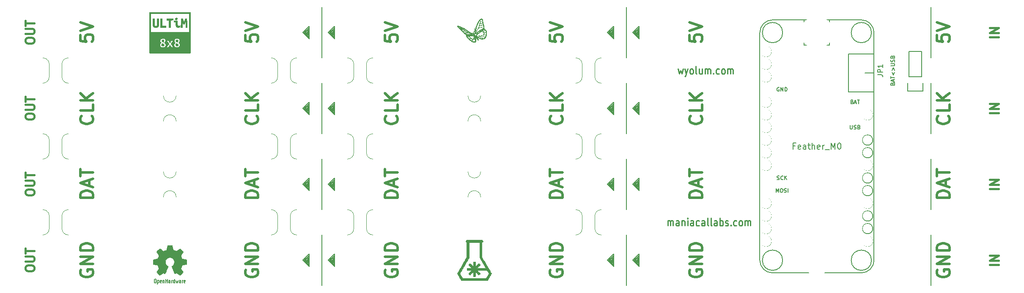
<source format=gto>
%TF.GenerationSoftware,KiCad,Pcbnew,4.0.6-e0-6349~53~ubuntu16.04.1*%
%TF.CreationDate,2017-04-03T00:48:41+05:30*%
%TF.ProjectId,ultim_bus,756C74696D5F6275732E6B696361645F,rev?*%
%TF.FileFunction,Legend,Top*%
%FSLAX46Y46*%
G04 Gerber Fmt 4.6, Leading zero omitted, Abs format (unit mm)*
G04 Created by KiCad (PCBNEW 4.0.6-e0-6349~53~ubuntu16.04.1) date Mon Apr  3 00:48:41 2017*
%MOMM*%
%LPD*%
G01*
G04 APERTURE LIST*
%ADD10C,0.101600*%
%ADD11C,0.254000*%
%ADD12C,0.508000*%
%ADD13C,0.127000*%
%ADD14C,0.200000*%
%ADD15C,0.381000*%
%ADD16C,0.150000*%
%ADD17C,0.010000*%
%ADD18C,0.002540*%
%ADD19R,2.178000X2.178000*%
%ADD20C,2.178000*%
%ADD21C,1.924000*%
%ADD22C,3.448000*%
%ADD23C,0.900000*%
%ADD24C,6.496000*%
%ADD25R,6.496000X6.496000*%
%ADD26C,6.000000*%
%ADD27O,2.432000X2.127200*%
%ADD28R,1.924000X1.924000*%
%ADD29R,1.924000X2.432000*%
G04 APERTURE END LIST*
D10*
D11*
X158084762Y-69269429D02*
X158084762Y-68253429D01*
X158084762Y-68398571D02*
X158145238Y-68326000D01*
X158266191Y-68253429D01*
X158447619Y-68253429D01*
X158568571Y-68326000D01*
X158629048Y-68471143D01*
X158629048Y-69269429D01*
X158629048Y-68471143D02*
X158689524Y-68326000D01*
X158810476Y-68253429D01*
X158991905Y-68253429D01*
X159112857Y-68326000D01*
X159173333Y-68471143D01*
X159173333Y-69269429D01*
X160322381Y-69269429D02*
X160322381Y-68471143D01*
X160261904Y-68326000D01*
X160140952Y-68253429D01*
X159899047Y-68253429D01*
X159778095Y-68326000D01*
X160322381Y-69196857D02*
X160201428Y-69269429D01*
X159899047Y-69269429D01*
X159778095Y-69196857D01*
X159717619Y-69051714D01*
X159717619Y-68906571D01*
X159778095Y-68761429D01*
X159899047Y-68688857D01*
X160201428Y-68688857D01*
X160322381Y-68616286D01*
X160927143Y-68253429D02*
X160927143Y-69269429D01*
X160927143Y-68398571D02*
X160987619Y-68326000D01*
X161108572Y-68253429D01*
X161290000Y-68253429D01*
X161410952Y-68326000D01*
X161471429Y-68471143D01*
X161471429Y-69269429D01*
X162076191Y-69269429D02*
X162076191Y-68253429D01*
X162076191Y-67745429D02*
X162015715Y-67818000D01*
X162076191Y-67890571D01*
X162136667Y-67818000D01*
X162076191Y-67745429D01*
X162076191Y-67890571D01*
X163225239Y-69269429D02*
X163225239Y-68471143D01*
X163164762Y-68326000D01*
X163043810Y-68253429D01*
X162801905Y-68253429D01*
X162680953Y-68326000D01*
X163225239Y-69196857D02*
X163104286Y-69269429D01*
X162801905Y-69269429D01*
X162680953Y-69196857D01*
X162620477Y-69051714D01*
X162620477Y-68906571D01*
X162680953Y-68761429D01*
X162801905Y-68688857D01*
X163104286Y-68688857D01*
X163225239Y-68616286D01*
X164374287Y-69196857D02*
X164253334Y-69269429D01*
X164011430Y-69269429D01*
X163890477Y-69196857D01*
X163830001Y-69124286D01*
X163769525Y-68979143D01*
X163769525Y-68543714D01*
X163830001Y-68398571D01*
X163890477Y-68326000D01*
X164011430Y-68253429D01*
X164253334Y-68253429D01*
X164374287Y-68326000D01*
X165462858Y-69269429D02*
X165462858Y-68471143D01*
X165402381Y-68326000D01*
X165281429Y-68253429D01*
X165039524Y-68253429D01*
X164918572Y-68326000D01*
X165462858Y-69196857D02*
X165341905Y-69269429D01*
X165039524Y-69269429D01*
X164918572Y-69196857D01*
X164858096Y-69051714D01*
X164858096Y-68906571D01*
X164918572Y-68761429D01*
X165039524Y-68688857D01*
X165341905Y-68688857D01*
X165462858Y-68616286D01*
X166249049Y-69269429D02*
X166128096Y-69196857D01*
X166067620Y-69051714D01*
X166067620Y-67745429D01*
X166914287Y-69269429D02*
X166793334Y-69196857D01*
X166732858Y-69051714D01*
X166732858Y-67745429D01*
X167942382Y-69269429D02*
X167942382Y-68471143D01*
X167881905Y-68326000D01*
X167760953Y-68253429D01*
X167519048Y-68253429D01*
X167398096Y-68326000D01*
X167942382Y-69196857D02*
X167821429Y-69269429D01*
X167519048Y-69269429D01*
X167398096Y-69196857D01*
X167337620Y-69051714D01*
X167337620Y-68906571D01*
X167398096Y-68761429D01*
X167519048Y-68688857D01*
X167821429Y-68688857D01*
X167942382Y-68616286D01*
X168547144Y-69269429D02*
X168547144Y-67745429D01*
X168547144Y-68326000D02*
X168668096Y-68253429D01*
X168910001Y-68253429D01*
X169030953Y-68326000D01*
X169091430Y-68398571D01*
X169151906Y-68543714D01*
X169151906Y-68979143D01*
X169091430Y-69124286D01*
X169030953Y-69196857D01*
X168910001Y-69269429D01*
X168668096Y-69269429D01*
X168547144Y-69196857D01*
X169635716Y-69196857D02*
X169756668Y-69269429D01*
X169998573Y-69269429D01*
X170119525Y-69196857D01*
X170180001Y-69051714D01*
X170180001Y-68979143D01*
X170119525Y-68834000D01*
X169998573Y-68761429D01*
X169817144Y-68761429D01*
X169696192Y-68688857D01*
X169635716Y-68543714D01*
X169635716Y-68471143D01*
X169696192Y-68326000D01*
X169817144Y-68253429D01*
X169998573Y-68253429D01*
X170119525Y-68326000D01*
X170724287Y-69124286D02*
X170784763Y-69196857D01*
X170724287Y-69269429D01*
X170663811Y-69196857D01*
X170724287Y-69124286D01*
X170724287Y-69269429D01*
X171873335Y-69196857D02*
X171752382Y-69269429D01*
X171510478Y-69269429D01*
X171389525Y-69196857D01*
X171329049Y-69124286D01*
X171268573Y-68979143D01*
X171268573Y-68543714D01*
X171329049Y-68398571D01*
X171389525Y-68326000D01*
X171510478Y-68253429D01*
X171752382Y-68253429D01*
X171873335Y-68326000D01*
X172599049Y-69269429D02*
X172478096Y-69196857D01*
X172417620Y-69124286D01*
X172357144Y-68979143D01*
X172357144Y-68543714D01*
X172417620Y-68398571D01*
X172478096Y-68326000D01*
X172599049Y-68253429D01*
X172780477Y-68253429D01*
X172901429Y-68326000D01*
X172961906Y-68398571D01*
X173022382Y-68543714D01*
X173022382Y-68979143D01*
X172961906Y-69124286D01*
X172901429Y-69196857D01*
X172780477Y-69269429D01*
X172599049Y-69269429D01*
X173566668Y-69269429D02*
X173566668Y-68253429D01*
X173566668Y-68398571D02*
X173627144Y-68326000D01*
X173748097Y-68253429D01*
X173929525Y-68253429D01*
X174050477Y-68326000D01*
X174110954Y-68471143D01*
X174110954Y-69269429D01*
X174110954Y-68471143D02*
X174171430Y-68326000D01*
X174292382Y-68253429D01*
X174473811Y-68253429D01*
X174594763Y-68326000D01*
X174655239Y-68471143D01*
X174655239Y-69269429D01*
X160171191Y-37773429D02*
X160413095Y-38789429D01*
X160655000Y-38063714D01*
X160896905Y-38789429D01*
X161138810Y-37773429D01*
X161501667Y-37773429D02*
X161804048Y-38789429D01*
X162106428Y-37773429D02*
X161804048Y-38789429D01*
X161683095Y-39152286D01*
X161622619Y-39224857D01*
X161501667Y-39297429D01*
X162771667Y-38789429D02*
X162650714Y-38716857D01*
X162590238Y-38644286D01*
X162529762Y-38499143D01*
X162529762Y-38063714D01*
X162590238Y-37918571D01*
X162650714Y-37846000D01*
X162771667Y-37773429D01*
X162953095Y-37773429D01*
X163074047Y-37846000D01*
X163134524Y-37918571D01*
X163195000Y-38063714D01*
X163195000Y-38499143D01*
X163134524Y-38644286D01*
X163074047Y-38716857D01*
X162953095Y-38789429D01*
X162771667Y-38789429D01*
X163920715Y-38789429D02*
X163799762Y-38716857D01*
X163739286Y-38571714D01*
X163739286Y-37265429D01*
X164948810Y-37773429D02*
X164948810Y-38789429D01*
X164404524Y-37773429D02*
X164404524Y-38571714D01*
X164465000Y-38716857D01*
X164585953Y-38789429D01*
X164767381Y-38789429D01*
X164888333Y-38716857D01*
X164948810Y-38644286D01*
X165553572Y-38789429D02*
X165553572Y-37773429D01*
X165553572Y-37918571D02*
X165614048Y-37846000D01*
X165735001Y-37773429D01*
X165916429Y-37773429D01*
X166037381Y-37846000D01*
X166097858Y-37991143D01*
X166097858Y-38789429D01*
X166097858Y-37991143D02*
X166158334Y-37846000D01*
X166279286Y-37773429D01*
X166460715Y-37773429D01*
X166581667Y-37846000D01*
X166642143Y-37991143D01*
X166642143Y-38789429D01*
X167246905Y-38644286D02*
X167307381Y-38716857D01*
X167246905Y-38789429D01*
X167186429Y-38716857D01*
X167246905Y-38644286D01*
X167246905Y-38789429D01*
X168395953Y-38716857D02*
X168275000Y-38789429D01*
X168033096Y-38789429D01*
X167912143Y-38716857D01*
X167851667Y-38644286D01*
X167791191Y-38499143D01*
X167791191Y-38063714D01*
X167851667Y-37918571D01*
X167912143Y-37846000D01*
X168033096Y-37773429D01*
X168275000Y-37773429D01*
X168395953Y-37846000D01*
X169121667Y-38789429D02*
X169000714Y-38716857D01*
X168940238Y-38644286D01*
X168879762Y-38499143D01*
X168879762Y-38063714D01*
X168940238Y-37918571D01*
X169000714Y-37846000D01*
X169121667Y-37773429D01*
X169303095Y-37773429D01*
X169424047Y-37846000D01*
X169484524Y-37918571D01*
X169545000Y-38063714D01*
X169545000Y-38499143D01*
X169484524Y-38644286D01*
X169424047Y-38716857D01*
X169303095Y-38789429D01*
X169121667Y-38789429D01*
X170089286Y-38789429D02*
X170089286Y-37773429D01*
X170089286Y-37918571D02*
X170149762Y-37846000D01*
X170270715Y-37773429D01*
X170452143Y-37773429D01*
X170573095Y-37846000D01*
X170633572Y-37991143D01*
X170633572Y-38789429D01*
X170633572Y-37991143D02*
X170694048Y-37846000D01*
X170815000Y-37773429D01*
X170996429Y-37773429D01*
X171117381Y-37846000D01*
X171177857Y-37991143D01*
X171177857Y-38789429D01*
D12*
X164979048Y-63681428D02*
X162439048Y-63681428D01*
X162439048Y-63076666D01*
X162560000Y-62713809D01*
X162801905Y-62471904D01*
X163043810Y-62350952D01*
X163527619Y-62230000D01*
X163890476Y-62230000D01*
X164374286Y-62350952D01*
X164616190Y-62471904D01*
X164858095Y-62713809D01*
X164979048Y-63076666D01*
X164979048Y-63681428D01*
X164253333Y-61262380D02*
X164253333Y-60052857D01*
X164979048Y-61504285D02*
X162439048Y-60657619D01*
X164979048Y-59810952D01*
X162439048Y-59327142D02*
X162439048Y-57875714D01*
X164979048Y-58601428D02*
X162439048Y-58601428D01*
X162560000Y-78135238D02*
X162439048Y-78377143D01*
X162439048Y-78740000D01*
X162560000Y-79102857D01*
X162801905Y-79344762D01*
X163043810Y-79465714D01*
X163527619Y-79586666D01*
X163890476Y-79586666D01*
X164374286Y-79465714D01*
X164616190Y-79344762D01*
X164858095Y-79102857D01*
X164979048Y-78740000D01*
X164979048Y-78498095D01*
X164858095Y-78135238D01*
X164737143Y-78014286D01*
X163890476Y-78014286D01*
X163890476Y-78498095D01*
X164979048Y-76925714D02*
X162439048Y-76925714D01*
X164979048Y-75474286D01*
X162439048Y-75474286D01*
X164979048Y-74264762D02*
X162439048Y-74264762D01*
X162439048Y-73660000D01*
X162560000Y-73297143D01*
X162801905Y-73055238D01*
X163043810Y-72934286D01*
X163527619Y-72813334D01*
X163890476Y-72813334D01*
X164374286Y-72934286D01*
X164616190Y-73055238D01*
X164858095Y-73297143D01*
X164979048Y-73660000D01*
X164979048Y-74264762D01*
X162439048Y-30963809D02*
X162439048Y-32173333D01*
X163648571Y-32294285D01*
X163527619Y-32173333D01*
X163406667Y-31931428D01*
X163406667Y-31326666D01*
X163527619Y-31084762D01*
X163648571Y-30963809D01*
X163890476Y-30842857D01*
X164495238Y-30842857D01*
X164737143Y-30963809D01*
X164858095Y-31084762D01*
X164979048Y-31326666D01*
X164979048Y-31931428D01*
X164858095Y-32173333D01*
X164737143Y-32294285D01*
X162439048Y-30117142D02*
X164979048Y-29270476D01*
X162439048Y-28423809D01*
X164737143Y-47231905D02*
X164858095Y-47352857D01*
X164979048Y-47715714D01*
X164979048Y-47957619D01*
X164858095Y-48320476D01*
X164616190Y-48562381D01*
X164374286Y-48683333D01*
X163890476Y-48804285D01*
X163527619Y-48804285D01*
X163043810Y-48683333D01*
X162801905Y-48562381D01*
X162560000Y-48320476D01*
X162439048Y-47957619D01*
X162439048Y-47715714D01*
X162560000Y-47352857D01*
X162680952Y-47231905D01*
X164979048Y-44933809D02*
X164979048Y-46143333D01*
X162439048Y-46143333D01*
X164979048Y-44087143D02*
X162439048Y-44087143D01*
X164979048Y-42635715D02*
X163527619Y-43724286D01*
X162439048Y-42635715D02*
X163890476Y-44087143D01*
X134620000Y-78135238D02*
X134499048Y-78377143D01*
X134499048Y-78740000D01*
X134620000Y-79102857D01*
X134861905Y-79344762D01*
X135103810Y-79465714D01*
X135587619Y-79586666D01*
X135950476Y-79586666D01*
X136434286Y-79465714D01*
X136676190Y-79344762D01*
X136918095Y-79102857D01*
X137039048Y-78740000D01*
X137039048Y-78498095D01*
X136918095Y-78135238D01*
X136797143Y-78014286D01*
X135950476Y-78014286D01*
X135950476Y-78498095D01*
X137039048Y-76925714D02*
X134499048Y-76925714D01*
X137039048Y-75474286D01*
X134499048Y-75474286D01*
X137039048Y-74264762D02*
X134499048Y-74264762D01*
X134499048Y-73660000D01*
X134620000Y-73297143D01*
X134861905Y-73055238D01*
X135103810Y-72934286D01*
X135587619Y-72813334D01*
X135950476Y-72813334D01*
X136434286Y-72934286D01*
X136676190Y-73055238D01*
X136918095Y-73297143D01*
X137039048Y-73660000D01*
X137039048Y-74264762D01*
X137039048Y-63681428D02*
X134499048Y-63681428D01*
X134499048Y-63076666D01*
X134620000Y-62713809D01*
X134861905Y-62471904D01*
X135103810Y-62350952D01*
X135587619Y-62230000D01*
X135950476Y-62230000D01*
X136434286Y-62350952D01*
X136676190Y-62471904D01*
X136918095Y-62713809D01*
X137039048Y-63076666D01*
X137039048Y-63681428D01*
X136313333Y-61262380D02*
X136313333Y-60052857D01*
X137039048Y-61504285D02*
X134499048Y-60657619D01*
X137039048Y-59810952D01*
X134499048Y-59327142D02*
X134499048Y-57875714D01*
X137039048Y-58601428D02*
X134499048Y-58601428D01*
X134499048Y-30963809D02*
X134499048Y-32173333D01*
X135708571Y-32294285D01*
X135587619Y-32173333D01*
X135466667Y-31931428D01*
X135466667Y-31326666D01*
X135587619Y-31084762D01*
X135708571Y-30963809D01*
X135950476Y-30842857D01*
X136555238Y-30842857D01*
X136797143Y-30963809D01*
X136918095Y-31084762D01*
X137039048Y-31326666D01*
X137039048Y-31931428D01*
X136918095Y-32173333D01*
X136797143Y-32294285D01*
X134499048Y-30117142D02*
X137039048Y-29270476D01*
X134499048Y-28423809D01*
X136797143Y-47231905D02*
X136918095Y-47352857D01*
X137039048Y-47715714D01*
X137039048Y-47957619D01*
X136918095Y-48320476D01*
X136676190Y-48562381D01*
X136434286Y-48683333D01*
X135950476Y-48804285D01*
X135587619Y-48804285D01*
X135103810Y-48683333D01*
X134861905Y-48562381D01*
X134620000Y-48320476D01*
X134499048Y-47957619D01*
X134499048Y-47715714D01*
X134620000Y-47352857D01*
X134740952Y-47231905D01*
X137039048Y-44933809D02*
X137039048Y-46143333D01*
X134499048Y-46143333D01*
X137039048Y-44087143D02*
X134499048Y-44087143D01*
X137039048Y-42635715D02*
X135587619Y-43724286D01*
X134499048Y-42635715D02*
X135950476Y-44087143D01*
X104019048Y-63681428D02*
X101479048Y-63681428D01*
X101479048Y-63076666D01*
X101600000Y-62713809D01*
X101841905Y-62471904D01*
X102083810Y-62350952D01*
X102567619Y-62230000D01*
X102930476Y-62230000D01*
X103414286Y-62350952D01*
X103656190Y-62471904D01*
X103898095Y-62713809D01*
X104019048Y-63076666D01*
X104019048Y-63681428D01*
X103293333Y-61262380D02*
X103293333Y-60052857D01*
X104019048Y-61504285D02*
X101479048Y-60657619D01*
X104019048Y-59810952D01*
X101479048Y-59327142D02*
X101479048Y-57875714D01*
X104019048Y-58601428D02*
X101479048Y-58601428D01*
X101600000Y-78135238D02*
X101479048Y-78377143D01*
X101479048Y-78740000D01*
X101600000Y-79102857D01*
X101841905Y-79344762D01*
X102083810Y-79465714D01*
X102567619Y-79586666D01*
X102930476Y-79586666D01*
X103414286Y-79465714D01*
X103656190Y-79344762D01*
X103898095Y-79102857D01*
X104019048Y-78740000D01*
X104019048Y-78498095D01*
X103898095Y-78135238D01*
X103777143Y-78014286D01*
X102930476Y-78014286D01*
X102930476Y-78498095D01*
X104019048Y-76925714D02*
X101479048Y-76925714D01*
X104019048Y-75474286D01*
X101479048Y-75474286D01*
X104019048Y-74264762D02*
X101479048Y-74264762D01*
X101479048Y-73660000D01*
X101600000Y-73297143D01*
X101841905Y-73055238D01*
X102083810Y-72934286D01*
X102567619Y-72813334D01*
X102930476Y-72813334D01*
X103414286Y-72934286D01*
X103656190Y-73055238D01*
X103898095Y-73297143D01*
X104019048Y-73660000D01*
X104019048Y-74264762D01*
X101479048Y-30963809D02*
X101479048Y-32173333D01*
X102688571Y-32294285D01*
X102567619Y-32173333D01*
X102446667Y-31931428D01*
X102446667Y-31326666D01*
X102567619Y-31084762D01*
X102688571Y-30963809D01*
X102930476Y-30842857D01*
X103535238Y-30842857D01*
X103777143Y-30963809D01*
X103898095Y-31084762D01*
X104019048Y-31326666D01*
X104019048Y-31931428D01*
X103898095Y-32173333D01*
X103777143Y-32294285D01*
X101479048Y-30117142D02*
X104019048Y-29270476D01*
X101479048Y-28423809D01*
X103777143Y-47231905D02*
X103898095Y-47352857D01*
X104019048Y-47715714D01*
X104019048Y-47957619D01*
X103898095Y-48320476D01*
X103656190Y-48562381D01*
X103414286Y-48683333D01*
X102930476Y-48804285D01*
X102567619Y-48804285D01*
X102083810Y-48683333D01*
X101841905Y-48562381D01*
X101600000Y-48320476D01*
X101479048Y-47957619D01*
X101479048Y-47715714D01*
X101600000Y-47352857D01*
X101720952Y-47231905D01*
X104019048Y-44933809D02*
X104019048Y-46143333D01*
X101479048Y-46143333D01*
X104019048Y-44087143D02*
X101479048Y-44087143D01*
X104019048Y-42635715D02*
X102567619Y-43724286D01*
X101479048Y-42635715D02*
X102930476Y-44087143D01*
X73660000Y-78135238D02*
X73539048Y-78377143D01*
X73539048Y-78740000D01*
X73660000Y-79102857D01*
X73901905Y-79344762D01*
X74143810Y-79465714D01*
X74627619Y-79586666D01*
X74990476Y-79586666D01*
X75474286Y-79465714D01*
X75716190Y-79344762D01*
X75958095Y-79102857D01*
X76079048Y-78740000D01*
X76079048Y-78498095D01*
X75958095Y-78135238D01*
X75837143Y-78014286D01*
X74990476Y-78014286D01*
X74990476Y-78498095D01*
X76079048Y-76925714D02*
X73539048Y-76925714D01*
X76079048Y-75474286D01*
X73539048Y-75474286D01*
X76079048Y-74264762D02*
X73539048Y-74264762D01*
X73539048Y-73660000D01*
X73660000Y-73297143D01*
X73901905Y-73055238D01*
X74143810Y-72934286D01*
X74627619Y-72813334D01*
X74990476Y-72813334D01*
X75474286Y-72934286D01*
X75716190Y-73055238D01*
X75958095Y-73297143D01*
X76079048Y-73660000D01*
X76079048Y-74264762D01*
X76079048Y-63681428D02*
X73539048Y-63681428D01*
X73539048Y-63076666D01*
X73660000Y-62713809D01*
X73901905Y-62471904D01*
X74143810Y-62350952D01*
X74627619Y-62230000D01*
X74990476Y-62230000D01*
X75474286Y-62350952D01*
X75716190Y-62471904D01*
X75958095Y-62713809D01*
X76079048Y-63076666D01*
X76079048Y-63681428D01*
X75353333Y-61262380D02*
X75353333Y-60052857D01*
X76079048Y-61504285D02*
X73539048Y-60657619D01*
X76079048Y-59810952D01*
X73539048Y-59327142D02*
X73539048Y-57875714D01*
X76079048Y-58601428D02*
X73539048Y-58601428D01*
X73539048Y-30963809D02*
X73539048Y-32173333D01*
X74748571Y-32294285D01*
X74627619Y-32173333D01*
X74506667Y-31931428D01*
X74506667Y-31326666D01*
X74627619Y-31084762D01*
X74748571Y-30963809D01*
X74990476Y-30842857D01*
X75595238Y-30842857D01*
X75837143Y-30963809D01*
X75958095Y-31084762D01*
X76079048Y-31326666D01*
X76079048Y-31931428D01*
X75958095Y-32173333D01*
X75837143Y-32294285D01*
X73539048Y-30117142D02*
X76079048Y-29270476D01*
X73539048Y-28423809D01*
X75837143Y-47231905D02*
X75958095Y-47352857D01*
X76079048Y-47715714D01*
X76079048Y-47957619D01*
X75958095Y-48320476D01*
X75716190Y-48562381D01*
X75474286Y-48683333D01*
X74990476Y-48804285D01*
X74627619Y-48804285D01*
X74143810Y-48683333D01*
X73901905Y-48562381D01*
X73660000Y-48320476D01*
X73539048Y-47957619D01*
X73539048Y-47715714D01*
X73660000Y-47352857D01*
X73780952Y-47231905D01*
X76079048Y-44933809D02*
X76079048Y-46143333D01*
X73539048Y-46143333D01*
X76079048Y-44087143D02*
X73539048Y-44087143D01*
X76079048Y-42635715D02*
X74627619Y-43724286D01*
X73539048Y-42635715D02*
X74990476Y-44087143D01*
D13*
X203145571Y-40748857D02*
X203181857Y-40640000D01*
X203218143Y-40603715D01*
X203290714Y-40567429D01*
X203399571Y-40567429D01*
X203472143Y-40603715D01*
X203508429Y-40640000D01*
X203544714Y-40712572D01*
X203544714Y-41002857D01*
X202782714Y-41002857D01*
X202782714Y-40748857D01*
X202819000Y-40676286D01*
X202855286Y-40640000D01*
X202927857Y-40603715D01*
X203000429Y-40603715D01*
X203073000Y-40640000D01*
X203109286Y-40676286D01*
X203145571Y-40748857D01*
X203145571Y-41002857D01*
X203327000Y-40277143D02*
X203327000Y-39914286D01*
X203544714Y-40349715D02*
X202782714Y-40095715D01*
X203544714Y-39841715D01*
X202782714Y-39696572D02*
X202782714Y-39261143D01*
X203544714Y-39478857D02*
X202782714Y-39478857D01*
X203036714Y-38426572D02*
X203254429Y-39007143D01*
X203472143Y-38426572D01*
X203036714Y-38063714D02*
X203254429Y-37483143D01*
X203472143Y-38063714D01*
X202782714Y-37120285D02*
X203399571Y-37120285D01*
X203472143Y-37084000D01*
X203508429Y-37047714D01*
X203544714Y-36975143D01*
X203544714Y-36830000D01*
X203508429Y-36757428D01*
X203472143Y-36721143D01*
X203399571Y-36684857D01*
X202782714Y-36684857D01*
X203508429Y-36358285D02*
X203544714Y-36249428D01*
X203544714Y-36067999D01*
X203508429Y-35995428D01*
X203472143Y-35959142D01*
X203399571Y-35922857D01*
X203327000Y-35922857D01*
X203254429Y-35959142D01*
X203218143Y-35995428D01*
X203181857Y-36067999D01*
X203145571Y-36213142D01*
X203109286Y-36285714D01*
X203073000Y-36321999D01*
X203000429Y-36358285D01*
X202927857Y-36358285D01*
X202855286Y-36321999D01*
X202819000Y-36285714D01*
X202782714Y-36213142D01*
X202782714Y-36031714D01*
X202819000Y-35922857D01*
X203145571Y-35342285D02*
X203181857Y-35233428D01*
X203218143Y-35197143D01*
X203290714Y-35160857D01*
X203399571Y-35160857D01*
X203472143Y-35197143D01*
X203508429Y-35233428D01*
X203544714Y-35306000D01*
X203544714Y-35596285D01*
X202782714Y-35596285D01*
X202782714Y-35342285D01*
X202819000Y-35269714D01*
X202855286Y-35233428D01*
X202927857Y-35197143D01*
X203000429Y-35197143D01*
X203073000Y-35233428D01*
X203109286Y-35269714D01*
X203145571Y-35342285D01*
X203145571Y-35596285D01*
D14*
X86360000Y-77470000D02*
X85090000Y-76200000D01*
X85344000Y-76200000D02*
X86233000Y-75311000D01*
X86233000Y-77089000D02*
X85344000Y-76200000D01*
X86233000Y-75311000D02*
X86233000Y-77089000D01*
X86360000Y-74930000D02*
X86360000Y-77470000D01*
X85090000Y-76200000D02*
X86360000Y-74930000D01*
X85979000Y-76327000D02*
X85852000Y-76200000D01*
X85852000Y-76200000D02*
X85979000Y-76073000D01*
X86106000Y-75692000D02*
X86106000Y-76708000D01*
X85598000Y-76200000D02*
X86106000Y-75692000D01*
X86106000Y-76708000D02*
X85598000Y-76200000D01*
X85979000Y-76073000D02*
X85979000Y-76327000D01*
X91186000Y-75692000D02*
X91186000Y-76708000D01*
X91186000Y-76708000D02*
X90678000Y-76200000D01*
X90678000Y-76200000D02*
X91186000Y-75692000D01*
X90932000Y-76200000D02*
X91059000Y-76073000D01*
X91059000Y-76327000D02*
X90932000Y-76200000D01*
X91059000Y-76073000D02*
X91059000Y-76327000D01*
X91313000Y-77089000D02*
X90424000Y-76200000D01*
X91440000Y-77470000D02*
X90170000Y-76200000D01*
X90424000Y-76200000D02*
X91313000Y-75311000D01*
X91313000Y-75311000D02*
X91313000Y-77089000D01*
X91440000Y-74930000D02*
X91440000Y-77470000D01*
X90170000Y-76200000D02*
X91440000Y-74930000D01*
X91059000Y-61087000D02*
X90932000Y-60960000D01*
X90932000Y-60960000D02*
X91059000Y-60833000D01*
X91059000Y-60833000D02*
X91059000Y-61087000D01*
X90424000Y-60960000D02*
X91313000Y-60071000D01*
X90678000Y-60960000D02*
X91186000Y-60452000D01*
X90170000Y-60960000D02*
X91440000Y-59690000D01*
X91186000Y-61468000D02*
X90678000Y-60960000D01*
X91440000Y-62230000D02*
X90170000Y-60960000D01*
X91313000Y-61849000D02*
X90424000Y-60960000D01*
X91440000Y-59690000D02*
X91440000Y-62230000D01*
X91186000Y-60452000D02*
X91186000Y-61468000D01*
X91313000Y-60071000D02*
X91313000Y-61849000D01*
X85979000Y-61087000D02*
X85852000Y-60960000D01*
X85979000Y-60833000D02*
X85979000Y-61087000D01*
X86106000Y-61468000D02*
X85598000Y-60960000D01*
X86106000Y-60452000D02*
X86106000Y-61468000D01*
X85598000Y-60960000D02*
X86106000Y-60452000D01*
X85852000Y-60960000D02*
X85979000Y-60833000D01*
X86360000Y-62230000D02*
X85090000Y-60960000D01*
X85090000Y-60960000D02*
X86360000Y-59690000D01*
X86233000Y-60071000D02*
X86233000Y-61849000D01*
X85344000Y-60960000D02*
X86233000Y-60071000D01*
X86360000Y-59690000D02*
X86360000Y-62230000D01*
X86233000Y-61849000D02*
X85344000Y-60960000D01*
X85598000Y-45720000D02*
X86106000Y-45212000D01*
X86106000Y-45212000D02*
X86106000Y-46228000D01*
X86233000Y-44831000D02*
X86233000Y-46609000D01*
X86360000Y-46990000D02*
X85090000Y-45720000D01*
X85344000Y-45720000D02*
X86233000Y-44831000D01*
X85090000Y-45720000D02*
X86360000Y-44450000D01*
X86360000Y-44450000D02*
X86360000Y-46990000D01*
X86106000Y-46228000D02*
X85598000Y-45720000D01*
X85979000Y-45593000D02*
X85979000Y-45847000D01*
X85852000Y-45720000D02*
X85979000Y-45593000D01*
X86233000Y-46609000D02*
X85344000Y-45720000D01*
X85979000Y-45847000D02*
X85852000Y-45720000D01*
X91186000Y-46228000D02*
X90678000Y-45720000D01*
X91059000Y-45847000D02*
X90932000Y-45720000D01*
X90932000Y-45720000D02*
X91059000Y-45593000D01*
X91059000Y-45593000D02*
X91059000Y-45847000D01*
X90678000Y-45720000D02*
X91186000Y-45212000D01*
X91186000Y-45212000D02*
X91186000Y-46228000D01*
X90424000Y-45720000D02*
X91313000Y-44831000D01*
X91313000Y-46609000D02*
X90424000Y-45720000D01*
X91440000Y-46990000D02*
X90170000Y-45720000D01*
X91440000Y-44450000D02*
X91440000Y-46990000D01*
X90170000Y-45720000D02*
X91440000Y-44450000D01*
X91313000Y-44831000D02*
X91313000Y-46609000D01*
X86360000Y-31750000D02*
X85090000Y-30480000D01*
X86233000Y-29591000D02*
X86233000Y-31369000D01*
X85344000Y-30480000D02*
X86233000Y-29591000D01*
X85090000Y-30480000D02*
X86360000Y-29210000D01*
X86360000Y-29210000D02*
X86360000Y-31750000D01*
X86233000Y-31369000D02*
X85344000Y-30480000D01*
X85979000Y-30353000D02*
X85979000Y-30607000D01*
X86106000Y-30988000D02*
X85598000Y-30480000D01*
X85979000Y-30607000D02*
X85852000Y-30480000D01*
X85852000Y-30480000D02*
X85979000Y-30353000D01*
X85598000Y-30480000D02*
X86106000Y-29972000D01*
X86106000Y-29972000D02*
X86106000Y-30988000D01*
X91440000Y-29210000D02*
X91440000Y-31750000D01*
X90424000Y-30480000D02*
X91313000Y-29591000D01*
X90678000Y-30480000D02*
X91186000Y-29972000D01*
X91440000Y-31750000D02*
X90170000Y-30480000D01*
X91186000Y-29972000D02*
X91186000Y-30988000D01*
X91313000Y-29591000D02*
X91313000Y-31369000D01*
X90170000Y-30480000D02*
X91440000Y-29210000D01*
X90932000Y-30480000D02*
X91059000Y-30353000D01*
X91313000Y-31369000D02*
X90424000Y-30480000D01*
X91059000Y-30353000D02*
X91059000Y-30607000D01*
X91059000Y-30607000D02*
X90932000Y-30480000D01*
X91186000Y-30988000D02*
X90678000Y-30480000D01*
X146558000Y-30480000D02*
X147066000Y-29972000D01*
X147193000Y-31369000D02*
X146304000Y-30480000D01*
X146304000Y-30480000D02*
X147193000Y-29591000D01*
X147066000Y-29972000D02*
X147066000Y-30988000D01*
X147193000Y-29591000D02*
X147193000Y-31369000D01*
X147066000Y-30988000D02*
X146558000Y-30480000D01*
X146939000Y-30353000D02*
X146939000Y-30607000D01*
X146939000Y-30607000D02*
X146812000Y-30480000D01*
X146812000Y-30480000D02*
X146939000Y-30353000D01*
X147320000Y-31750000D02*
X146050000Y-30480000D01*
X146050000Y-30480000D02*
X147320000Y-29210000D01*
X147320000Y-29210000D02*
X147320000Y-31750000D01*
X147066000Y-45212000D02*
X147066000Y-46228000D01*
X146812000Y-45720000D02*
X146939000Y-45593000D01*
X146558000Y-45720000D02*
X147066000Y-45212000D01*
X147193000Y-44831000D02*
X147193000Y-46609000D01*
X147320000Y-44450000D02*
X147320000Y-46990000D01*
X146050000Y-45720000D02*
X147320000Y-44450000D01*
X146304000Y-45720000D02*
X147193000Y-44831000D01*
X147066000Y-46228000D02*
X146558000Y-45720000D01*
X146939000Y-45593000D02*
X146939000Y-45847000D01*
X146939000Y-45847000D02*
X146812000Y-45720000D01*
X147320000Y-46990000D02*
X146050000Y-45720000D01*
X147193000Y-46609000D02*
X146304000Y-45720000D01*
X146304000Y-60960000D02*
X147193000Y-60071000D01*
X146558000Y-60960000D02*
X147066000Y-60452000D01*
X146050000Y-60960000D02*
X147320000Y-59690000D01*
X147320000Y-59690000D02*
X147320000Y-62230000D01*
X147320000Y-62230000D02*
X146050000Y-60960000D01*
X147066000Y-61468000D02*
X146558000Y-60960000D01*
X146939000Y-61087000D02*
X146812000Y-60960000D01*
X146812000Y-60960000D02*
X146939000Y-60833000D01*
X146939000Y-60833000D02*
X146939000Y-61087000D01*
X147193000Y-61849000D02*
X146304000Y-60960000D01*
X147193000Y-60071000D02*
X147193000Y-61849000D01*
X147066000Y-60452000D02*
X147066000Y-61468000D01*
X147320000Y-77470000D02*
X146050000Y-76200000D01*
X146939000Y-76327000D02*
X146812000Y-76200000D01*
X147066000Y-76708000D02*
X146558000Y-76200000D01*
X147193000Y-77089000D02*
X146304000Y-76200000D01*
X146939000Y-76073000D02*
X146939000Y-76327000D01*
X146050000Y-76200000D02*
X147320000Y-74930000D01*
X146304000Y-76200000D02*
X147193000Y-75311000D01*
X146812000Y-76200000D02*
X146939000Y-76073000D01*
X146558000Y-76200000D02*
X147066000Y-75692000D01*
X147066000Y-75692000D02*
X147066000Y-76708000D01*
X147193000Y-75311000D02*
X147193000Y-77089000D01*
X147320000Y-74930000D02*
X147320000Y-77470000D01*
X152146000Y-75692000D02*
X152146000Y-76708000D01*
X151638000Y-76200000D02*
X152146000Y-75692000D01*
X151892000Y-76200000D02*
X152019000Y-76073000D01*
X152019000Y-76327000D02*
X151892000Y-76200000D01*
X152146000Y-76708000D02*
X151638000Y-76200000D01*
X152019000Y-76073000D02*
X152019000Y-76327000D01*
X152400000Y-74930000D02*
X152400000Y-77470000D01*
X151130000Y-76200000D02*
X152400000Y-74930000D01*
X152273000Y-77089000D02*
X151384000Y-76200000D01*
X152400000Y-77470000D02*
X151130000Y-76200000D01*
X151384000Y-76200000D02*
X152273000Y-75311000D01*
X152273000Y-75311000D02*
X152273000Y-77089000D01*
X151384000Y-60960000D02*
X152273000Y-60071000D01*
X151892000Y-60960000D02*
X152019000Y-60833000D01*
X151130000Y-60960000D02*
X152400000Y-59690000D01*
X151638000Y-60960000D02*
X152146000Y-60452000D01*
X152019000Y-61087000D02*
X151892000Y-60960000D01*
X152146000Y-61468000D02*
X151638000Y-60960000D01*
X152400000Y-62230000D02*
X151130000Y-60960000D01*
X152273000Y-61849000D02*
X151384000Y-60960000D01*
X152019000Y-60833000D02*
X152019000Y-61087000D01*
X152273000Y-60071000D02*
X152273000Y-61849000D01*
X152146000Y-60452000D02*
X152146000Y-61468000D01*
X152400000Y-59690000D02*
X152400000Y-62230000D01*
X151638000Y-45720000D02*
X152146000Y-45212000D01*
X151384000Y-45720000D02*
X152273000Y-44831000D01*
X152400000Y-46990000D02*
X151130000Y-45720000D01*
X152146000Y-45212000D02*
X152146000Y-46228000D01*
X152273000Y-46609000D02*
X151384000Y-45720000D01*
X151892000Y-45720000D02*
X152019000Y-45593000D01*
X152019000Y-45847000D02*
X151892000Y-45720000D01*
X152019000Y-45593000D02*
X152019000Y-45847000D01*
X152146000Y-46228000D02*
X151638000Y-45720000D01*
X152273000Y-44831000D02*
X152273000Y-46609000D01*
X152400000Y-44450000D02*
X152400000Y-46990000D01*
X151130000Y-45720000D02*
X152400000Y-44450000D01*
X152019000Y-30607000D02*
X151892000Y-30480000D01*
X152019000Y-30353000D02*
X152019000Y-30607000D01*
X151892000Y-30480000D02*
X152019000Y-30353000D01*
X152146000Y-30988000D02*
X151638000Y-30480000D01*
X152146000Y-29972000D02*
X152146000Y-30988000D01*
X151638000Y-30480000D02*
X152146000Y-29972000D01*
X152273000Y-31369000D02*
X151384000Y-30480000D01*
X152273000Y-29591000D02*
X152273000Y-31369000D01*
X151384000Y-30480000D02*
X152273000Y-29591000D01*
X152400000Y-29210000D02*
X152400000Y-31750000D01*
X152400000Y-31750000D02*
X151130000Y-30480000D01*
X151130000Y-30480000D02*
X152400000Y-29210000D01*
D15*
X29506333Y-77978000D02*
X29506333Y-77639333D01*
X29591000Y-77470000D01*
X29760333Y-77300667D01*
X30099000Y-77216000D01*
X30691667Y-77216000D01*
X31030333Y-77300667D01*
X31199667Y-77470000D01*
X31284333Y-77639333D01*
X31284333Y-77978000D01*
X31199667Y-78147333D01*
X31030333Y-78316667D01*
X30691667Y-78401333D01*
X30099000Y-78401333D01*
X29760333Y-78316667D01*
X29591000Y-78147333D01*
X29506333Y-77978000D01*
X29506333Y-76454000D02*
X30945667Y-76454000D01*
X31115000Y-76369333D01*
X31199667Y-76284666D01*
X31284333Y-76115333D01*
X31284333Y-75776666D01*
X31199667Y-75607333D01*
X31115000Y-75522666D01*
X30945667Y-75438000D01*
X29506333Y-75438000D01*
X29506333Y-74845333D02*
X29506333Y-73829333D01*
X31284333Y-74337333D02*
X29506333Y-74337333D01*
X29506333Y-62738000D02*
X29506333Y-62399333D01*
X29591000Y-62230000D01*
X29760333Y-62060667D01*
X30099000Y-61976000D01*
X30691667Y-61976000D01*
X31030333Y-62060667D01*
X31199667Y-62230000D01*
X31284333Y-62399333D01*
X31284333Y-62738000D01*
X31199667Y-62907333D01*
X31030333Y-63076667D01*
X30691667Y-63161333D01*
X30099000Y-63161333D01*
X29760333Y-63076667D01*
X29591000Y-62907333D01*
X29506333Y-62738000D01*
X29506333Y-61214000D02*
X30945667Y-61214000D01*
X31115000Y-61129333D01*
X31199667Y-61044666D01*
X31284333Y-60875333D01*
X31284333Y-60536666D01*
X31199667Y-60367333D01*
X31115000Y-60282666D01*
X30945667Y-60198000D01*
X29506333Y-60198000D01*
X29506333Y-59605333D02*
X29506333Y-58589333D01*
X31284333Y-59097333D02*
X29506333Y-59097333D01*
X29506333Y-47498000D02*
X29506333Y-47159333D01*
X29591000Y-46990000D01*
X29760333Y-46820667D01*
X30099000Y-46736000D01*
X30691667Y-46736000D01*
X31030333Y-46820667D01*
X31199667Y-46990000D01*
X31284333Y-47159333D01*
X31284333Y-47498000D01*
X31199667Y-47667333D01*
X31030333Y-47836667D01*
X30691667Y-47921333D01*
X30099000Y-47921333D01*
X29760333Y-47836667D01*
X29591000Y-47667333D01*
X29506333Y-47498000D01*
X29506333Y-45974000D02*
X30945667Y-45974000D01*
X31115000Y-45889333D01*
X31199667Y-45804666D01*
X31284333Y-45635333D01*
X31284333Y-45296666D01*
X31199667Y-45127333D01*
X31115000Y-45042666D01*
X30945667Y-44958000D01*
X29506333Y-44958000D01*
X29506333Y-44365333D02*
X29506333Y-43349333D01*
X31284333Y-43857333D02*
X29506333Y-43857333D01*
X224324333Y-77131334D02*
X222546333Y-77131334D01*
X224324333Y-76284667D02*
X222546333Y-76284667D01*
X224324333Y-75268667D01*
X222546333Y-75268667D01*
X224324333Y-61891334D02*
X222546333Y-61891334D01*
X224324333Y-61044667D02*
X222546333Y-61044667D01*
X224324333Y-60028667D01*
X222546333Y-60028667D01*
X224324333Y-46651334D02*
X222546333Y-46651334D01*
X224324333Y-45804667D02*
X222546333Y-45804667D01*
X224324333Y-44788667D01*
X222546333Y-44788667D01*
X29506333Y-32258000D02*
X29506333Y-31919333D01*
X29591000Y-31750000D01*
X29760333Y-31580667D01*
X30099000Y-31496000D01*
X30691667Y-31496000D01*
X31030333Y-31580667D01*
X31199667Y-31750000D01*
X31284333Y-31919333D01*
X31284333Y-32258000D01*
X31199667Y-32427333D01*
X31030333Y-32596667D01*
X30691667Y-32681333D01*
X30099000Y-32681333D01*
X29760333Y-32596667D01*
X29591000Y-32427333D01*
X29506333Y-32258000D01*
X29506333Y-30734000D02*
X30945667Y-30734000D01*
X31115000Y-30649333D01*
X31199667Y-30564666D01*
X31284333Y-30395333D01*
X31284333Y-30056666D01*
X31199667Y-29887333D01*
X31115000Y-29802666D01*
X30945667Y-29718000D01*
X29506333Y-29718000D01*
X29506333Y-29125333D02*
X29506333Y-28109333D01*
X31284333Y-28617333D02*
X29506333Y-28617333D01*
X224324333Y-31411334D02*
X222546333Y-31411334D01*
X224324333Y-30564667D02*
X222546333Y-30564667D01*
X224324333Y-29548667D01*
X222546333Y-29548667D01*
D12*
X214509048Y-63681428D02*
X211969048Y-63681428D01*
X211969048Y-63076666D01*
X212090000Y-62713809D01*
X212331905Y-62471904D01*
X212573810Y-62350952D01*
X213057619Y-62230000D01*
X213420476Y-62230000D01*
X213904286Y-62350952D01*
X214146190Y-62471904D01*
X214388095Y-62713809D01*
X214509048Y-63076666D01*
X214509048Y-63681428D01*
X213783333Y-61262380D02*
X213783333Y-60052857D01*
X214509048Y-61504285D02*
X211969048Y-60657619D01*
X214509048Y-59810952D01*
X211969048Y-59327142D02*
X211969048Y-57875714D01*
X214509048Y-58601428D02*
X211969048Y-58601428D01*
X214267143Y-47231905D02*
X214388095Y-47352857D01*
X214509048Y-47715714D01*
X214509048Y-47957619D01*
X214388095Y-48320476D01*
X214146190Y-48562381D01*
X213904286Y-48683333D01*
X213420476Y-48804285D01*
X213057619Y-48804285D01*
X212573810Y-48683333D01*
X212331905Y-48562381D01*
X212090000Y-48320476D01*
X211969048Y-47957619D01*
X211969048Y-47715714D01*
X212090000Y-47352857D01*
X212210952Y-47231905D01*
X214509048Y-44933809D02*
X214509048Y-46143333D01*
X211969048Y-46143333D01*
X214509048Y-44087143D02*
X211969048Y-44087143D01*
X214509048Y-42635715D02*
X213057619Y-43724286D01*
X211969048Y-42635715D02*
X213420476Y-44087143D01*
X43059048Y-63681428D02*
X40519048Y-63681428D01*
X40519048Y-63076666D01*
X40640000Y-62713809D01*
X40881905Y-62471904D01*
X41123810Y-62350952D01*
X41607619Y-62230000D01*
X41970476Y-62230000D01*
X42454286Y-62350952D01*
X42696190Y-62471904D01*
X42938095Y-62713809D01*
X43059048Y-63076666D01*
X43059048Y-63681428D01*
X42333333Y-61262380D02*
X42333333Y-60052857D01*
X43059048Y-61504285D02*
X40519048Y-60657619D01*
X43059048Y-59810952D01*
X40519048Y-59327142D02*
X40519048Y-57875714D01*
X43059048Y-58601428D02*
X40519048Y-58601428D01*
X42817143Y-47231905D02*
X42938095Y-47352857D01*
X43059048Y-47715714D01*
X43059048Y-47957619D01*
X42938095Y-48320476D01*
X42696190Y-48562381D01*
X42454286Y-48683333D01*
X41970476Y-48804285D01*
X41607619Y-48804285D01*
X41123810Y-48683333D01*
X40881905Y-48562381D01*
X40640000Y-48320476D01*
X40519048Y-47957619D01*
X40519048Y-47715714D01*
X40640000Y-47352857D01*
X40760952Y-47231905D01*
X43059048Y-44933809D02*
X43059048Y-46143333D01*
X40519048Y-46143333D01*
X43059048Y-44087143D02*
X40519048Y-44087143D01*
X43059048Y-42635715D02*
X41607619Y-43724286D01*
X40519048Y-42635715D02*
X41970476Y-44087143D01*
D14*
X210820000Y-55880000D02*
X210820000Y-66040000D01*
X210820000Y-25400000D02*
X210820000Y-35560000D01*
X210820000Y-40640000D02*
X210820000Y-50800000D01*
X210820000Y-71120000D02*
X210820000Y-81280000D01*
X149860000Y-55880000D02*
X149860000Y-66040000D01*
X149860000Y-25400000D02*
X149860000Y-35560000D01*
X149860000Y-40640000D02*
X149860000Y-50800000D01*
X149860000Y-71120000D02*
X149860000Y-81280000D01*
X88900000Y-25400000D02*
X88900000Y-35560000D01*
X88900000Y-55880000D02*
X88900000Y-66040000D01*
X88900000Y-40640000D02*
X88900000Y-50800000D01*
X88900000Y-71120000D02*
X88900000Y-81280000D01*
D12*
X211969048Y-30963809D02*
X211969048Y-32173333D01*
X213178571Y-32294285D01*
X213057619Y-32173333D01*
X212936667Y-31931428D01*
X212936667Y-31326666D01*
X213057619Y-31084762D01*
X213178571Y-30963809D01*
X213420476Y-30842857D01*
X214025238Y-30842857D01*
X214267143Y-30963809D01*
X214388095Y-31084762D01*
X214509048Y-31326666D01*
X214509048Y-31931428D01*
X214388095Y-32173333D01*
X214267143Y-32294285D01*
X211969048Y-30117142D02*
X214509048Y-29270476D01*
X211969048Y-28423809D01*
X40519048Y-30963809D02*
X40519048Y-32173333D01*
X41728571Y-32294285D01*
X41607619Y-32173333D01*
X41486667Y-31931428D01*
X41486667Y-31326666D01*
X41607619Y-31084762D01*
X41728571Y-30963809D01*
X41970476Y-30842857D01*
X42575238Y-30842857D01*
X42817143Y-30963809D01*
X42938095Y-31084762D01*
X43059048Y-31326666D01*
X43059048Y-31931428D01*
X42938095Y-32173333D01*
X42817143Y-32294285D01*
X40519048Y-30117142D02*
X43059048Y-29270476D01*
X40519048Y-28423809D01*
X212090000Y-78135238D02*
X211969048Y-78377143D01*
X211969048Y-78740000D01*
X212090000Y-79102857D01*
X212331905Y-79344762D01*
X212573810Y-79465714D01*
X213057619Y-79586666D01*
X213420476Y-79586666D01*
X213904286Y-79465714D01*
X214146190Y-79344762D01*
X214388095Y-79102857D01*
X214509048Y-78740000D01*
X214509048Y-78498095D01*
X214388095Y-78135238D01*
X214267143Y-78014286D01*
X213420476Y-78014286D01*
X213420476Y-78498095D01*
X214509048Y-76925714D02*
X211969048Y-76925714D01*
X214509048Y-75474286D01*
X211969048Y-75474286D01*
X214509048Y-74264762D02*
X211969048Y-74264762D01*
X211969048Y-73660000D01*
X212090000Y-73297143D01*
X212331905Y-73055238D01*
X212573810Y-72934286D01*
X213057619Y-72813334D01*
X213420476Y-72813334D01*
X213904286Y-72934286D01*
X214146190Y-73055238D01*
X214388095Y-73297143D01*
X214509048Y-73660000D01*
X214509048Y-74264762D01*
X40640000Y-78135238D02*
X40519048Y-78377143D01*
X40519048Y-78740000D01*
X40640000Y-79102857D01*
X40881905Y-79344762D01*
X41123810Y-79465714D01*
X41607619Y-79586666D01*
X41970476Y-79586666D01*
X42454286Y-79465714D01*
X42696190Y-79344762D01*
X42938095Y-79102857D01*
X43059048Y-78740000D01*
X43059048Y-78498095D01*
X42938095Y-78135238D01*
X42817143Y-78014286D01*
X41970476Y-78014286D01*
X41970476Y-78498095D01*
X43059048Y-76925714D02*
X40519048Y-76925714D01*
X43059048Y-75474286D01*
X40519048Y-75474286D01*
X43059048Y-74264762D02*
X40519048Y-74264762D01*
X40519048Y-73660000D01*
X40640000Y-73297143D01*
X40881905Y-73055238D01*
X41123810Y-72934286D01*
X41607619Y-72813334D01*
X41970476Y-72813334D01*
X42454286Y-72934286D01*
X42696190Y-73055238D01*
X42938095Y-73297143D01*
X43059048Y-73660000D01*
X43059048Y-74264762D01*
D16*
X199136000Y-72390000D02*
G75*
G03X199136000Y-72390000I-1016000J0D01*
G01*
X199136000Y-69850000D02*
G75*
G03X199136000Y-69850000I-1016000J0D01*
G01*
X199136000Y-67310000D02*
G75*
G03X199136000Y-67310000I-1016000J0D01*
G01*
X199136000Y-64770000D02*
G75*
G03X199136000Y-64770000I-1016000J0D01*
G01*
X199136000Y-62230000D02*
G75*
G03X199136000Y-62230000I-1016000J0D01*
G01*
X199136000Y-59690000D02*
G75*
G03X199136000Y-59690000I-1016000J0D01*
G01*
X199136000Y-57150000D02*
G75*
G03X199136000Y-57150000I-1016000J0D01*
G01*
X199136000Y-54610000D02*
G75*
G03X199136000Y-54610000I-1016000J0D01*
G01*
X199136000Y-52070000D02*
G75*
G03X199136000Y-52070000I-1016000J0D01*
G01*
X199136000Y-46990000D02*
G75*
G03X199136000Y-46990000I-1016000J0D01*
G01*
X178823907Y-72390000D02*
G75*
G03X178823907Y-72390000I-1023907J0D01*
G01*
X178816000Y-69850000D02*
G75*
G03X178816000Y-69850000I-1016000J0D01*
G01*
X178816000Y-67310000D02*
G75*
G03X178816000Y-67310000I-1016000J0D01*
G01*
X178816000Y-64770000D02*
G75*
G03X178816000Y-64770000I-1016000J0D01*
G01*
X178816000Y-57150000D02*
G75*
G03X178816000Y-57150000I-1016000J0D01*
G01*
X178816000Y-54610000D02*
G75*
G03X178816000Y-54610000I-1016000J0D01*
G01*
X178816000Y-52070000D02*
G75*
G03X178816000Y-52070000I-1016000J0D01*
G01*
X178816000Y-49530000D02*
G75*
G03X178816000Y-49530000I-1016000J0D01*
G01*
X178816000Y-46990000D02*
G75*
G03X178816000Y-46990000I-1016000J0D01*
G01*
X178816000Y-44450000D02*
G75*
G03X178816000Y-44450000I-1016000J0D01*
G01*
X178816000Y-39370000D02*
G75*
G03X178816000Y-39370000I-1016000J0D01*
G01*
X178816000Y-36830000D02*
G75*
G03X178816000Y-36830000I-1016000J0D01*
G01*
X178816000Y-34290000D02*
G75*
G03X178816000Y-34290000I-1016000J0D01*
G01*
X198882000Y-76200000D02*
G75*
G03X198882000Y-76200000I-2032000J0D01*
G01*
X181102000Y-76200000D02*
G75*
G03X181102000Y-76200000I-2032000J0D01*
G01*
X181102000Y-30480000D02*
G75*
G03X181102000Y-30480000I-2032000J0D01*
G01*
X198882000Y-30480000D02*
G75*
G03X198882000Y-30480000I-2032000J0D01*
G01*
X187960000Y-27940000D02*
X187960000Y-29464000D01*
X194310000Y-42418000D02*
X199390000Y-42418000D01*
X194310000Y-34798000D02*
X199390000Y-34798000D01*
X199390000Y-38608000D02*
X197612000Y-38608000D01*
X194310000Y-34798000D02*
X194310000Y-42418000D01*
X190500000Y-27940000D02*
X190500000Y-33020000D01*
X190500000Y-33020000D02*
X185420000Y-33020000D01*
X185420000Y-33020000D02*
X185420000Y-27940000D01*
X179070000Y-27940000D02*
G75*
G03X176530000Y-30480000I0J-2540000D01*
G01*
X199390000Y-30480000D02*
G75*
G03X196850000Y-27940000I-2540000J0D01*
G01*
X176530000Y-76200000D02*
G75*
G03X179070000Y-78740000I2540000J0D01*
G01*
X196850000Y-78740000D02*
G75*
G03X199390000Y-76200000I0J2540000D01*
G01*
X196850000Y-78740000D02*
X179070000Y-78740000D01*
X196850000Y-27940000D02*
X179070000Y-27940000D01*
X176530000Y-30480000D02*
X176530000Y-76200000D01*
X199390000Y-76200000D02*
X199390000Y-30480000D01*
D10*
X118110000Y-58420000D02*
G75*
G03X120650000Y-58420000I1270000J0D01*
G01*
X118110000Y-63500000D02*
G75*
G02X120650000Y-63500000I1270000J0D01*
G01*
D17*
G36*
X119660132Y-72135141D02*
X119849330Y-72135704D01*
X120031803Y-72136553D01*
X120204802Y-72137693D01*
X120365580Y-72139121D01*
X120511388Y-72140837D01*
X120639478Y-72142843D01*
X120747101Y-72145137D01*
X120831511Y-72147719D01*
X120889958Y-72150591D01*
X120919694Y-72153751D01*
X120921045Y-72154101D01*
X120994650Y-72189801D01*
X121048272Y-72242954D01*
X121081256Y-72307582D01*
X121092948Y-72377706D01*
X121082692Y-72447346D01*
X121049833Y-72510525D01*
X120993717Y-72561264D01*
X120967218Y-72575553D01*
X120904819Y-72604312D01*
X120904409Y-74086141D01*
X120904000Y-75567969D01*
X121331194Y-76308641D01*
X121421737Y-76465615D01*
X121524897Y-76644444D01*
X121637416Y-76839483D01*
X121756038Y-77045090D01*
X121877507Y-77255620D01*
X121998568Y-77465429D01*
X122115963Y-77668874D01*
X122226437Y-77860312D01*
X122275756Y-77945770D01*
X122364967Y-78100722D01*
X122449309Y-78247946D01*
X122527458Y-78385082D01*
X122598089Y-78509771D01*
X122659877Y-78619652D01*
X122711497Y-78712365D01*
X122751624Y-78785552D01*
X122778934Y-78836852D01*
X122792102Y-78863905D01*
X122793125Y-78867254D01*
X122785259Y-78887854D01*
X122762954Y-78932330D01*
X122728145Y-78997359D01*
X122682767Y-79079615D01*
X122628756Y-79175774D01*
X122568047Y-79282511D01*
X122502577Y-79396503D01*
X122434279Y-79514423D01*
X122365091Y-79632948D01*
X122296948Y-79748754D01*
X122231784Y-79858515D01*
X122171537Y-79958906D01*
X122118141Y-80046605D01*
X122073532Y-80118285D01*
X122039645Y-80170622D01*
X122018416Y-80200292D01*
X122014599Y-80204468D01*
X121967124Y-80248125D01*
X116792875Y-80248125D01*
X116745400Y-80204468D01*
X116728606Y-80182746D01*
X116698539Y-80137288D01*
X116657134Y-80071420D01*
X116606325Y-79988466D01*
X116548050Y-79891753D01*
X116484242Y-79784605D01*
X116416838Y-79670346D01*
X116347772Y-79552303D01*
X116278981Y-79433800D01*
X116212400Y-79318163D01*
X116149963Y-79208717D01*
X116093608Y-79108786D01*
X116045267Y-79021695D01*
X116006879Y-78950771D01*
X115980377Y-78899338D01*
X115967697Y-78870720D01*
X115966874Y-78866933D01*
X115973139Y-78851738D01*
X116471817Y-78851738D01*
X116746508Y-79327681D01*
X117021198Y-79803625D01*
X121738654Y-79803625D01*
X122013694Y-79326873D01*
X122288735Y-78850121D01*
X122180627Y-78664091D01*
X122132108Y-78580084D01*
X122081391Y-78491405D01*
X122034699Y-78408982D01*
X122000228Y-78347315D01*
X121927937Y-78216567D01*
X119912125Y-78216125D01*
X120207748Y-78513781D01*
X120287725Y-78594852D01*
X120360741Y-78669905D01*
X120423638Y-78735609D01*
X120473257Y-78788634D01*
X120506440Y-78825650D01*
X120519732Y-78842697D01*
X120527043Y-78880230D01*
X120514704Y-78915316D01*
X120489692Y-78951070D01*
X120449306Y-78995828D01*
X120400048Y-79043770D01*
X120348420Y-79089074D01*
X120300926Y-79125919D01*
X120264067Y-79148484D01*
X120249480Y-79152750D01*
X120227132Y-79142200D01*
X120185787Y-79110232D01*
X120124908Y-79056363D01*
X120043960Y-78980114D01*
X119942408Y-78881002D01*
X119900810Y-78839741D01*
X119586375Y-78526732D01*
X119586375Y-78961522D01*
X119586186Y-79092308D01*
X119585480Y-79195011D01*
X119584051Y-79273296D01*
X119581691Y-79330830D01*
X119578191Y-79371276D01*
X119573345Y-79398301D01*
X119566944Y-79415570D01*
X119560102Y-79425343D01*
X119543266Y-79438829D01*
X119517807Y-79447459D01*
X119477181Y-79452237D01*
X119414844Y-79454165D01*
X119370754Y-79454375D01*
X119297007Y-79453988D01*
X119248052Y-79451820D01*
X119216932Y-79446360D01*
X119196690Y-79436094D01*
X119180370Y-79419512D01*
X119174053Y-79411627D01*
X119163921Y-79397620D01*
X119156117Y-79381895D01*
X119150392Y-79360501D01*
X119146497Y-79329484D01*
X119144185Y-79284892D01*
X119143207Y-79222771D01*
X119143314Y-79139170D01*
X119144259Y-79030136D01*
X119145120Y-78951238D01*
X119146336Y-78839830D01*
X119147363Y-78739621D01*
X119148164Y-78654754D01*
X119148700Y-78589372D01*
X119148937Y-78547619D01*
X119148846Y-78533611D01*
X119137874Y-78544389D01*
X119107423Y-78574776D01*
X119060394Y-78621863D01*
X118999693Y-78682739D01*
X118928221Y-78754496D01*
X118848882Y-78834225D01*
X118847221Y-78835894D01*
X118765795Y-78916741D01*
X118689946Y-78990133D01*
X118623010Y-79052994D01*
X118568322Y-79102247D01*
X118529218Y-79134816D01*
X118509337Y-79147556D01*
X118488907Y-79148152D01*
X118464469Y-79137567D01*
X118431225Y-79112398D01*
X118384375Y-79069244D01*
X118346618Y-79032190D01*
X118284367Y-78967657D01*
X118244516Y-78919575D01*
X118224581Y-78884681D01*
X118221125Y-78867521D01*
X118226451Y-78849558D01*
X118243771Y-78822344D01*
X118275090Y-78783608D01*
X118322416Y-78731079D01*
X118387757Y-78662484D01*
X118473120Y-78575551D01*
X118526566Y-78521867D01*
X118832007Y-78216125D01*
X118404557Y-78216125D01*
X118265238Y-78216235D01*
X118154412Y-78215593D01*
X118068828Y-78212739D01*
X118005238Y-78206213D01*
X117960392Y-78194556D01*
X117931040Y-78176308D01*
X117913932Y-78150009D01*
X117905820Y-78114200D01*
X117903454Y-78067420D01*
X117903583Y-78008211D01*
X117903625Y-77991107D01*
X117903249Y-77929737D01*
X117904298Y-77880980D01*
X117910033Y-77843390D01*
X117923717Y-77815522D01*
X117948611Y-77795933D01*
X117987977Y-77783178D01*
X118045078Y-77775811D01*
X118123176Y-77772388D01*
X118225532Y-77771465D01*
X118355409Y-77771596D01*
X118399196Y-77771625D01*
X118831267Y-77771625D01*
X118518258Y-77457189D01*
X118428898Y-77366371D01*
X118351404Y-77285517D01*
X118288051Y-77217128D01*
X118241114Y-77163706D01*
X118212868Y-77127753D01*
X118205250Y-77112990D01*
X118216746Y-77086392D01*
X118247271Y-77045976D01*
X118290876Y-76997523D01*
X118341613Y-76946817D01*
X118393534Y-76899641D01*
X118440690Y-76861778D01*
X118477134Y-76839010D01*
X118491177Y-76835000D01*
X118510107Y-76841738D01*
X118541067Y-76863065D01*
X118585936Y-76900648D01*
X118646590Y-76956153D01*
X118724908Y-77031247D01*
X118822767Y-77127597D01*
X118839345Y-77144083D01*
X119149812Y-77453166D01*
X119145134Y-77028775D01*
X119143453Y-76890249D01*
X119142794Y-76780203D01*
X119144651Y-76695374D01*
X119150515Y-76632496D01*
X119161879Y-76588302D01*
X119180236Y-76559528D01*
X119207078Y-76542909D01*
X119243897Y-76535179D01*
X119292186Y-76533073D01*
X119353436Y-76533325D01*
X119371546Y-76533375D01*
X119451777Y-76534496D01*
X119506137Y-76538371D01*
X119540445Y-76545763D01*
X119560519Y-76557438D01*
X119561428Y-76558321D01*
X119568921Y-76569469D01*
X119574780Y-76588540D01*
X119579198Y-76619092D01*
X119582365Y-76664686D01*
X119584473Y-76728878D01*
X119585714Y-76815230D01*
X119586279Y-76927298D01*
X119586375Y-77022142D01*
X119586375Y-77461017D01*
X119900810Y-77148008D01*
X120004977Y-77045240D01*
X120089018Y-76964457D01*
X120154393Y-76904357D01*
X120202558Y-76863639D01*
X120234973Y-76841001D01*
X120251435Y-76835000D01*
X120283640Y-76847050D01*
X120331929Y-76881515D01*
X120391031Y-76934218D01*
X120457277Y-77000807D01*
X120500369Y-77052289D01*
X120522644Y-77092492D01*
X120526437Y-77125242D01*
X120519732Y-77145052D01*
X120504448Y-77164412D01*
X120469823Y-77202842D01*
X120419016Y-77257013D01*
X120355186Y-77323594D01*
X120281491Y-77399256D01*
X120207748Y-77473968D01*
X119912125Y-77771625D01*
X121668589Y-77771625D01*
X121637294Y-77720031D01*
X121602471Y-77661823D01*
X121556078Y-77583049D01*
X121499623Y-77486349D01*
X121434614Y-77374365D01*
X121362559Y-77249736D01*
X121284966Y-77115105D01*
X121203344Y-76973113D01*
X121119201Y-76826400D01*
X121034044Y-76677608D01*
X120949382Y-76529378D01*
X120866723Y-76384351D01*
X120787576Y-76245167D01*
X120713448Y-76114468D01*
X120645847Y-75994896D01*
X120586282Y-75889090D01*
X120536260Y-75799693D01*
X120497291Y-75729345D01*
X120470882Y-75680688D01*
X120458540Y-75656361D01*
X120457896Y-75654659D01*
X120455786Y-75631630D01*
X120453779Y-75579011D01*
X120451895Y-75498962D01*
X120450154Y-75393643D01*
X120448575Y-75265212D01*
X120447179Y-75115830D01*
X120445985Y-74947656D01*
X120445013Y-74762850D01*
X120444282Y-74563573D01*
X120443814Y-74351983D01*
X120443627Y-74130240D01*
X120443625Y-74100636D01*
X120443625Y-72596375D01*
X118316989Y-72596375D01*
X118308437Y-75668187D01*
X117964729Y-76263500D01*
X117875018Y-76418868D01*
X117775473Y-76591244D01*
X117670521Y-76772961D01*
X117564590Y-76956356D01*
X117462106Y-77133764D01*
X117367496Y-77297521D01*
X117299940Y-77414437D01*
X117154356Y-77666399D01*
X117022857Y-77894050D01*
X116905664Y-78097010D01*
X116802995Y-78274897D01*
X116715071Y-78427331D01*
X116642110Y-78553931D01*
X116584332Y-78654316D01*
X116541957Y-78728107D01*
X116515205Y-78774921D01*
X116510081Y-78783962D01*
X116471817Y-78851738D01*
X115973139Y-78851738D01*
X115974593Y-78848214D01*
X115996661Y-78805010D01*
X116031444Y-78740273D01*
X116077311Y-78656953D01*
X116132628Y-78557999D01*
X116195763Y-78446362D01*
X116265083Y-78324993D01*
X116309919Y-78247074D01*
X116396007Y-78097890D01*
X116488884Y-77936959D01*
X116584742Y-77770876D01*
X116679776Y-77606236D01*
X116770179Y-77449633D01*
X116852145Y-77307663D01*
X116918823Y-77192187D01*
X116990062Y-77068821D01*
X117073259Y-76924738D01*
X117164500Y-76766716D01*
X117259870Y-76601537D01*
X117355455Y-76435979D01*
X117447341Y-76276823D01*
X117520341Y-76150372D01*
X117856000Y-75568931D01*
X117855590Y-74086622D01*
X117855180Y-72604312D01*
X117792781Y-72575553D01*
X117727983Y-72530866D01*
X117686683Y-72471549D01*
X117668225Y-72403581D01*
X117671955Y-72332941D01*
X117697218Y-72265606D01*
X117743358Y-72207557D01*
X117809721Y-72164771D01*
X117838954Y-72154101D01*
X117865501Y-72150910D01*
X117921048Y-72148009D01*
X118002847Y-72145396D01*
X118108151Y-72143071D01*
X118234211Y-72141035D01*
X118378279Y-72139288D01*
X118537606Y-72137830D01*
X118709446Y-72136660D01*
X118891049Y-72135780D01*
X119079667Y-72135187D01*
X119272552Y-72134883D01*
X119466957Y-72134868D01*
X119660132Y-72135141D01*
X119660132Y-72135141D01*
G37*
X119660132Y-72135141D02*
X119849330Y-72135704D01*
X120031803Y-72136553D01*
X120204802Y-72137693D01*
X120365580Y-72139121D01*
X120511388Y-72140837D01*
X120639478Y-72142843D01*
X120747101Y-72145137D01*
X120831511Y-72147719D01*
X120889958Y-72150591D01*
X120919694Y-72153751D01*
X120921045Y-72154101D01*
X120994650Y-72189801D01*
X121048272Y-72242954D01*
X121081256Y-72307582D01*
X121092948Y-72377706D01*
X121082692Y-72447346D01*
X121049833Y-72510525D01*
X120993717Y-72561264D01*
X120967218Y-72575553D01*
X120904819Y-72604312D01*
X120904409Y-74086141D01*
X120904000Y-75567969D01*
X121331194Y-76308641D01*
X121421737Y-76465615D01*
X121524897Y-76644444D01*
X121637416Y-76839483D01*
X121756038Y-77045090D01*
X121877507Y-77255620D01*
X121998568Y-77465429D01*
X122115963Y-77668874D01*
X122226437Y-77860312D01*
X122275756Y-77945770D01*
X122364967Y-78100722D01*
X122449309Y-78247946D01*
X122527458Y-78385082D01*
X122598089Y-78509771D01*
X122659877Y-78619652D01*
X122711497Y-78712365D01*
X122751624Y-78785552D01*
X122778934Y-78836852D01*
X122792102Y-78863905D01*
X122793125Y-78867254D01*
X122785259Y-78887854D01*
X122762954Y-78932330D01*
X122728145Y-78997359D01*
X122682767Y-79079615D01*
X122628756Y-79175774D01*
X122568047Y-79282511D01*
X122502577Y-79396503D01*
X122434279Y-79514423D01*
X122365091Y-79632948D01*
X122296948Y-79748754D01*
X122231784Y-79858515D01*
X122171537Y-79958906D01*
X122118141Y-80046605D01*
X122073532Y-80118285D01*
X122039645Y-80170622D01*
X122018416Y-80200292D01*
X122014599Y-80204468D01*
X121967124Y-80248125D01*
X116792875Y-80248125D01*
X116745400Y-80204468D01*
X116728606Y-80182746D01*
X116698539Y-80137288D01*
X116657134Y-80071420D01*
X116606325Y-79988466D01*
X116548050Y-79891753D01*
X116484242Y-79784605D01*
X116416838Y-79670346D01*
X116347772Y-79552303D01*
X116278981Y-79433800D01*
X116212400Y-79318163D01*
X116149963Y-79208717D01*
X116093608Y-79108786D01*
X116045267Y-79021695D01*
X116006879Y-78950771D01*
X115980377Y-78899338D01*
X115967697Y-78870720D01*
X115966874Y-78866933D01*
X115973139Y-78851738D01*
X116471817Y-78851738D01*
X116746508Y-79327681D01*
X117021198Y-79803625D01*
X121738654Y-79803625D01*
X122013694Y-79326873D01*
X122288735Y-78850121D01*
X122180627Y-78664091D01*
X122132108Y-78580084D01*
X122081391Y-78491405D01*
X122034699Y-78408982D01*
X122000228Y-78347315D01*
X121927937Y-78216567D01*
X119912125Y-78216125D01*
X120207748Y-78513781D01*
X120287725Y-78594852D01*
X120360741Y-78669905D01*
X120423638Y-78735609D01*
X120473257Y-78788634D01*
X120506440Y-78825650D01*
X120519732Y-78842697D01*
X120527043Y-78880230D01*
X120514704Y-78915316D01*
X120489692Y-78951070D01*
X120449306Y-78995828D01*
X120400048Y-79043770D01*
X120348420Y-79089074D01*
X120300926Y-79125919D01*
X120264067Y-79148484D01*
X120249480Y-79152750D01*
X120227132Y-79142200D01*
X120185787Y-79110232D01*
X120124908Y-79056363D01*
X120043960Y-78980114D01*
X119942408Y-78881002D01*
X119900810Y-78839741D01*
X119586375Y-78526732D01*
X119586375Y-78961522D01*
X119586186Y-79092308D01*
X119585480Y-79195011D01*
X119584051Y-79273296D01*
X119581691Y-79330830D01*
X119578191Y-79371276D01*
X119573345Y-79398301D01*
X119566944Y-79415570D01*
X119560102Y-79425343D01*
X119543266Y-79438829D01*
X119517807Y-79447459D01*
X119477181Y-79452237D01*
X119414844Y-79454165D01*
X119370754Y-79454375D01*
X119297007Y-79453988D01*
X119248052Y-79451820D01*
X119216932Y-79446360D01*
X119196690Y-79436094D01*
X119180370Y-79419512D01*
X119174053Y-79411627D01*
X119163921Y-79397620D01*
X119156117Y-79381895D01*
X119150392Y-79360501D01*
X119146497Y-79329484D01*
X119144185Y-79284892D01*
X119143207Y-79222771D01*
X119143314Y-79139170D01*
X119144259Y-79030136D01*
X119145120Y-78951238D01*
X119146336Y-78839830D01*
X119147363Y-78739621D01*
X119148164Y-78654754D01*
X119148700Y-78589372D01*
X119148937Y-78547619D01*
X119148846Y-78533611D01*
X119137874Y-78544389D01*
X119107423Y-78574776D01*
X119060394Y-78621863D01*
X118999693Y-78682739D01*
X118928221Y-78754496D01*
X118848882Y-78834225D01*
X118847221Y-78835894D01*
X118765795Y-78916741D01*
X118689946Y-78990133D01*
X118623010Y-79052994D01*
X118568322Y-79102247D01*
X118529218Y-79134816D01*
X118509337Y-79147556D01*
X118488907Y-79148152D01*
X118464469Y-79137567D01*
X118431225Y-79112398D01*
X118384375Y-79069244D01*
X118346618Y-79032190D01*
X118284367Y-78967657D01*
X118244516Y-78919575D01*
X118224581Y-78884681D01*
X118221125Y-78867521D01*
X118226451Y-78849558D01*
X118243771Y-78822344D01*
X118275090Y-78783608D01*
X118322416Y-78731079D01*
X118387757Y-78662484D01*
X118473120Y-78575551D01*
X118526566Y-78521867D01*
X118832007Y-78216125D01*
X118404557Y-78216125D01*
X118265238Y-78216235D01*
X118154412Y-78215593D01*
X118068828Y-78212739D01*
X118005238Y-78206213D01*
X117960392Y-78194556D01*
X117931040Y-78176308D01*
X117913932Y-78150009D01*
X117905820Y-78114200D01*
X117903454Y-78067420D01*
X117903583Y-78008211D01*
X117903625Y-77991107D01*
X117903249Y-77929737D01*
X117904298Y-77880980D01*
X117910033Y-77843390D01*
X117923717Y-77815522D01*
X117948611Y-77795933D01*
X117987977Y-77783178D01*
X118045078Y-77775811D01*
X118123176Y-77772388D01*
X118225532Y-77771465D01*
X118355409Y-77771596D01*
X118399196Y-77771625D01*
X118831267Y-77771625D01*
X118518258Y-77457189D01*
X118428898Y-77366371D01*
X118351404Y-77285517D01*
X118288051Y-77217128D01*
X118241114Y-77163706D01*
X118212868Y-77127753D01*
X118205250Y-77112990D01*
X118216746Y-77086392D01*
X118247271Y-77045976D01*
X118290876Y-76997523D01*
X118341613Y-76946817D01*
X118393534Y-76899641D01*
X118440690Y-76861778D01*
X118477134Y-76839010D01*
X118491177Y-76835000D01*
X118510107Y-76841738D01*
X118541067Y-76863065D01*
X118585936Y-76900648D01*
X118646590Y-76956153D01*
X118724908Y-77031247D01*
X118822767Y-77127597D01*
X118839345Y-77144083D01*
X119149812Y-77453166D01*
X119145134Y-77028775D01*
X119143453Y-76890249D01*
X119142794Y-76780203D01*
X119144651Y-76695374D01*
X119150515Y-76632496D01*
X119161879Y-76588302D01*
X119180236Y-76559528D01*
X119207078Y-76542909D01*
X119243897Y-76535179D01*
X119292186Y-76533073D01*
X119353436Y-76533325D01*
X119371546Y-76533375D01*
X119451777Y-76534496D01*
X119506137Y-76538371D01*
X119540445Y-76545763D01*
X119560519Y-76557438D01*
X119561428Y-76558321D01*
X119568921Y-76569469D01*
X119574780Y-76588540D01*
X119579198Y-76619092D01*
X119582365Y-76664686D01*
X119584473Y-76728878D01*
X119585714Y-76815230D01*
X119586279Y-76927298D01*
X119586375Y-77022142D01*
X119586375Y-77461017D01*
X119900810Y-77148008D01*
X120004977Y-77045240D01*
X120089018Y-76964457D01*
X120154393Y-76904357D01*
X120202558Y-76863639D01*
X120234973Y-76841001D01*
X120251435Y-76835000D01*
X120283640Y-76847050D01*
X120331929Y-76881515D01*
X120391031Y-76934218D01*
X120457277Y-77000807D01*
X120500369Y-77052289D01*
X120522644Y-77092492D01*
X120526437Y-77125242D01*
X120519732Y-77145052D01*
X120504448Y-77164412D01*
X120469823Y-77202842D01*
X120419016Y-77257013D01*
X120355186Y-77323594D01*
X120281491Y-77399256D01*
X120207748Y-77473968D01*
X119912125Y-77771625D01*
X121668589Y-77771625D01*
X121637294Y-77720031D01*
X121602471Y-77661823D01*
X121556078Y-77583049D01*
X121499623Y-77486349D01*
X121434614Y-77374365D01*
X121362559Y-77249736D01*
X121284966Y-77115105D01*
X121203344Y-76973113D01*
X121119201Y-76826400D01*
X121034044Y-76677608D01*
X120949382Y-76529378D01*
X120866723Y-76384351D01*
X120787576Y-76245167D01*
X120713448Y-76114468D01*
X120645847Y-75994896D01*
X120586282Y-75889090D01*
X120536260Y-75799693D01*
X120497291Y-75729345D01*
X120470882Y-75680688D01*
X120458540Y-75656361D01*
X120457896Y-75654659D01*
X120455786Y-75631630D01*
X120453779Y-75579011D01*
X120451895Y-75498962D01*
X120450154Y-75393643D01*
X120448575Y-75265212D01*
X120447179Y-75115830D01*
X120445985Y-74947656D01*
X120445013Y-74762850D01*
X120444282Y-74563573D01*
X120443814Y-74351983D01*
X120443627Y-74130240D01*
X120443625Y-74100636D01*
X120443625Y-72596375D01*
X118316989Y-72596375D01*
X118308437Y-75668187D01*
X117964729Y-76263500D01*
X117875018Y-76418868D01*
X117775473Y-76591244D01*
X117670521Y-76772961D01*
X117564590Y-76956356D01*
X117462106Y-77133764D01*
X117367496Y-77297521D01*
X117299940Y-77414437D01*
X117154356Y-77666399D01*
X117022857Y-77894050D01*
X116905664Y-78097010D01*
X116802995Y-78274897D01*
X116715071Y-78427331D01*
X116642110Y-78553931D01*
X116584332Y-78654316D01*
X116541957Y-78728107D01*
X116515205Y-78774921D01*
X116510081Y-78783962D01*
X116471817Y-78851738D01*
X115973139Y-78851738D01*
X115974593Y-78848214D01*
X115996661Y-78805010D01*
X116031444Y-78740273D01*
X116077311Y-78656953D01*
X116132628Y-78557999D01*
X116195763Y-78446362D01*
X116265083Y-78324993D01*
X116309919Y-78247074D01*
X116396007Y-78097890D01*
X116488884Y-77936959D01*
X116584742Y-77770876D01*
X116679776Y-77606236D01*
X116770179Y-77449633D01*
X116852145Y-77307663D01*
X116918823Y-77192187D01*
X116990062Y-77068821D01*
X117073259Y-76924738D01*
X117164500Y-76766716D01*
X117259870Y-76601537D01*
X117355455Y-76435979D01*
X117447341Y-76276823D01*
X117520341Y-76150372D01*
X117856000Y-75568931D01*
X117855590Y-74086622D01*
X117855180Y-72604312D01*
X117792781Y-72575553D01*
X117727983Y-72530866D01*
X117686683Y-72471549D01*
X117668225Y-72403581D01*
X117671955Y-72332941D01*
X117697218Y-72265606D01*
X117743358Y-72207557D01*
X117809721Y-72164771D01*
X117838954Y-72154101D01*
X117865501Y-72150910D01*
X117921048Y-72148009D01*
X118002847Y-72145396D01*
X118108151Y-72143071D01*
X118234211Y-72141035D01*
X118378279Y-72139288D01*
X118537606Y-72137830D01*
X118709446Y-72136660D01*
X118891049Y-72135780D01*
X119079667Y-72135187D01*
X119272552Y-72134883D01*
X119466957Y-72134868D01*
X119660132Y-72135141D01*
G36*
X58922937Y-26384288D02*
X59377117Y-26384410D01*
X59792287Y-26384628D01*
X60170111Y-26384953D01*
X60512249Y-26385398D01*
X60820364Y-26385975D01*
X61096118Y-26386695D01*
X61341173Y-26387570D01*
X61557191Y-26388613D01*
X61745833Y-26389834D01*
X61908763Y-26391246D01*
X62047642Y-26392861D01*
X62164132Y-26394691D01*
X62259895Y-26396747D01*
X62336593Y-26399042D01*
X62395888Y-26401587D01*
X62439443Y-26404394D01*
X62468918Y-26407476D01*
X62485977Y-26410843D01*
X62491330Y-26413300D01*
X62495550Y-26418998D01*
X62499420Y-26429961D01*
X62502953Y-26447950D01*
X62506165Y-26474728D01*
X62509071Y-26512056D01*
X62511686Y-26561696D01*
X62514026Y-26625409D01*
X62516105Y-26704957D01*
X62517939Y-26802101D01*
X62519543Y-26918605D01*
X62520931Y-27056228D01*
X62522120Y-27216733D01*
X62523123Y-27401881D01*
X62523957Y-27613434D01*
X62524636Y-27853154D01*
X62525176Y-28122803D01*
X62525591Y-28424141D01*
X62525898Y-28758932D01*
X62526110Y-29128936D01*
X62526243Y-29535915D01*
X62526312Y-29981630D01*
X62526333Y-30467845D01*
X62526333Y-30488942D01*
X62526275Y-30999639D01*
X62526096Y-31469403D01*
X62525787Y-31899633D01*
X62525338Y-32291729D01*
X62524742Y-32647091D01*
X62523989Y-32967118D01*
X62523072Y-33253211D01*
X62521980Y-33506769D01*
X62520706Y-33729192D01*
X62519241Y-33921879D01*
X62517575Y-34086231D01*
X62515701Y-34223646D01*
X62513609Y-34335526D01*
X62511291Y-34423269D01*
X62508738Y-34488275D01*
X62505941Y-34531945D01*
X62502892Y-34555677D01*
X62500933Y-34560933D01*
X62488515Y-34564138D01*
X62457001Y-34567086D01*
X62404992Y-34569784D01*
X62331088Y-34572243D01*
X62233889Y-34574470D01*
X62111996Y-34576474D01*
X61964008Y-34578264D01*
X61788527Y-34579848D01*
X61584151Y-34581237D01*
X61349482Y-34582437D01*
X61083120Y-34583458D01*
X60783665Y-34584309D01*
X60449717Y-34584998D01*
X60079876Y-34585534D01*
X59672743Y-34585926D01*
X59226918Y-34586183D01*
X58741001Y-34586312D01*
X58428942Y-34586333D01*
X57941007Y-34586314D01*
X57493644Y-34586247D01*
X57085091Y-34586117D01*
X56713587Y-34585908D01*
X56377369Y-34585606D01*
X56074676Y-34585196D01*
X55803746Y-34584661D01*
X55562818Y-34583988D01*
X55350130Y-34583161D01*
X55163920Y-34582165D01*
X55002427Y-34580984D01*
X54863888Y-34579604D01*
X54746543Y-34578010D01*
X54648629Y-34576186D01*
X54568385Y-34574117D01*
X54504050Y-34571789D01*
X54453861Y-34569185D01*
X54416057Y-34566292D01*
X54388875Y-34563092D01*
X54370556Y-34559573D01*
X54359336Y-34555718D01*
X54353455Y-34551512D01*
X54353300Y-34551330D01*
X54349732Y-34541759D01*
X54346457Y-34520900D01*
X54343465Y-34487091D01*
X54340743Y-34438671D01*
X54338280Y-34373977D01*
X54336063Y-34291347D01*
X54334080Y-34189119D01*
X54332321Y-34065632D01*
X54330772Y-33919223D01*
X54329422Y-33748230D01*
X54328259Y-33550991D01*
X54327272Y-33325844D01*
X54326448Y-33071127D01*
X54326342Y-33025945D01*
X56412077Y-33025945D01*
X56445591Y-33150037D01*
X56513829Y-33258905D01*
X56614364Y-33346752D01*
X56730323Y-33403008D01*
X56853283Y-33431182D01*
X56995457Y-33441641D01*
X57137452Y-33434043D01*
X57246700Y-33412191D01*
X57304964Y-33386426D01*
X57791672Y-33386426D01*
X57810216Y-33395291D01*
X57854921Y-33398552D01*
X57933027Y-33397352D01*
X57955301Y-33396606D01*
X58130821Y-33390417D01*
X58227785Y-33229112D01*
X58277463Y-33148156D01*
X58324499Y-33074390D01*
X58360764Y-33020483D01*
X58368619Y-33009689D01*
X58412487Y-32951570D01*
X58486218Y-33054577D01*
X58539238Y-33132073D01*
X58597440Y-33222196D01*
X58632503Y-33279292D01*
X58705057Y-33401000D01*
X58880028Y-33401000D01*
X58960091Y-33399229D01*
X59020888Y-33394512D01*
X59052570Y-33387743D01*
X59054959Y-33385125D01*
X59043875Y-33357274D01*
X59013885Y-33302101D01*
X58969795Y-33227352D01*
X58916413Y-33140776D01*
X58858546Y-33050117D01*
X58800999Y-32963124D01*
X58799017Y-32960265D01*
X59238873Y-32960265D01*
X59251564Y-33090657D01*
X59298699Y-33211465D01*
X59348594Y-33281544D01*
X59395284Y-33319959D01*
X59466508Y-33362896D01*
X59546574Y-33401677D01*
X59605333Y-33423540D01*
X59667721Y-33434330D01*
X59756878Y-33439926D01*
X59857567Y-33440399D01*
X59954552Y-33435819D01*
X60032595Y-33426256D01*
X60053586Y-33421478D01*
X60186024Y-33365879D01*
X60292584Y-33283338D01*
X60370278Y-33179935D01*
X60416113Y-33061753D01*
X60427098Y-32934874D01*
X60400243Y-32805379D01*
X60379995Y-32757770D01*
X60345011Y-32694492D01*
X60303894Y-32641516D01*
X60246778Y-32588250D01*
X60163794Y-32524098D01*
X60159194Y-32520713D01*
X60168936Y-32504385D01*
X60201423Y-32467454D01*
X60237736Y-32429931D01*
X60321268Y-32320220D01*
X60369230Y-32199072D01*
X60382462Y-32073669D01*
X60361802Y-31951193D01*
X60308091Y-31838827D01*
X60222167Y-31743754D01*
X60151959Y-31696018D01*
X60094239Y-31666196D01*
X60043499Y-31647707D01*
X59986375Y-31637890D01*
X59909506Y-31634089D01*
X59838167Y-31633583D01*
X59713728Y-31637766D01*
X59618913Y-31652976D01*
X59541599Y-31683199D01*
X59469666Y-31732426D01*
X59428818Y-31768291D01*
X59345793Y-31871506D01*
X59295196Y-31991307D01*
X59277469Y-32118908D01*
X59293052Y-32245522D01*
X59342386Y-32362363D01*
X59395540Y-32431857D01*
X59478045Y-32518587D01*
X59401229Y-32593190D01*
X59314329Y-32703370D01*
X59260003Y-32828449D01*
X59238873Y-32960265D01*
X58799017Y-32960265D01*
X58748580Y-32887543D01*
X58732620Y-32865607D01*
X58626274Y-32721797D01*
X58830053Y-32415936D01*
X58896433Y-32315717D01*
X58953767Y-32228035D01*
X58998254Y-32158796D01*
X59026094Y-32113904D01*
X59033833Y-32099370D01*
X59014338Y-32094401D01*
X58962527Y-32090658D01*
X58888417Y-32088775D01*
X58864395Y-32088667D01*
X58694957Y-32088667D01*
X58565995Y-32289750D01*
X58514129Y-32369735D01*
X58470959Y-32434636D01*
X58441308Y-32477317D01*
X58430173Y-32490833D01*
X58416004Y-32474638D01*
X58382588Y-32430595D01*
X58334988Y-32365514D01*
X58280772Y-32289750D01*
X58138231Y-32088667D01*
X57960871Y-32088667D01*
X57895410Y-32087910D01*
X57847607Y-32088606D01*
X57818301Y-32095206D01*
X57808331Y-32112158D01*
X57818539Y-32143912D01*
X57849764Y-32194919D01*
X57902846Y-32269629D01*
X57978624Y-32372490D01*
X58026789Y-32437917D01*
X58094959Y-32531559D01*
X58153348Y-32613161D01*
X58197730Y-32676704D01*
X58223877Y-32716166D01*
X58229091Y-32726048D01*
X58217168Y-32748677D01*
X58186303Y-32792015D01*
X58163480Y-32821298D01*
X58124406Y-32872836D01*
X58072377Y-32945354D01*
X58012813Y-33030832D01*
X57951132Y-33121254D01*
X57892753Y-33208604D01*
X57843096Y-33284862D01*
X57807579Y-33342014D01*
X57792055Y-33370813D01*
X57791672Y-33386426D01*
X57304964Y-33386426D01*
X57380910Y-33352842D01*
X57484450Y-33265591D01*
X57555031Y-33153471D01*
X57590363Y-33019513D01*
X57594152Y-32952051D01*
X57578169Y-32817607D01*
X57528590Y-32705758D01*
X57441806Y-32609217D01*
X57412734Y-32585749D01*
X57326460Y-32519946D01*
X57414056Y-32423193D01*
X57492830Y-32310156D01*
X57538704Y-32186641D01*
X57551874Y-32060298D01*
X57532534Y-31938776D01*
X57480878Y-31829725D01*
X57397102Y-31740793D01*
X57396675Y-31740467D01*
X57274561Y-31672293D01*
X57132978Y-31633714D01*
X56982721Y-31624729D01*
X56834588Y-31645339D01*
X56699374Y-31695544D01*
X56628184Y-31740447D01*
X56551544Y-31822114D01*
X56492727Y-31930512D01*
X56458153Y-32051606D01*
X56451707Y-32126388D01*
X56465780Y-32255689D01*
X56511255Y-32362640D01*
X56583743Y-32449320D01*
X56656827Y-32518859D01*
X56582560Y-32584067D01*
X56528997Y-32643317D01*
X56477943Y-32719124D01*
X56458936Y-32755262D01*
X56415716Y-32892422D01*
X56412077Y-33025945D01*
X54326342Y-33025945D01*
X54325775Y-32785178D01*
X54325242Y-32466336D01*
X54324836Y-32112937D01*
X54324547Y-31723320D01*
X54324361Y-31295823D01*
X54324267Y-30828784D01*
X54324250Y-30488086D01*
X54324263Y-30002456D01*
X54324313Y-29557376D01*
X54324417Y-29151065D01*
X54324592Y-28781739D01*
X54324853Y-28447615D01*
X54325218Y-28146912D01*
X54325702Y-27877847D01*
X54326324Y-27638636D01*
X54327098Y-27427497D01*
X54328043Y-27242648D01*
X54329173Y-27082306D01*
X54330507Y-26944688D01*
X54332060Y-26828012D01*
X54333849Y-26730494D01*
X54335891Y-26650353D01*
X54337461Y-26606500D01*
X54546500Y-26606500D01*
X54546500Y-30374167D01*
X62314667Y-30374167D01*
X62314667Y-26606500D01*
X54546500Y-26606500D01*
X54337461Y-26606500D01*
X54338202Y-26585806D01*
X54340798Y-26535070D01*
X54343697Y-26496362D01*
X54346915Y-26467900D01*
X54350469Y-26447902D01*
X54354374Y-26434583D01*
X54358648Y-26426163D01*
X54362047Y-26422047D01*
X54367997Y-26417491D01*
X54377530Y-26413315D01*
X54392427Y-26409504D01*
X54414473Y-26406040D01*
X54445450Y-26402907D01*
X54487139Y-26400089D01*
X54541325Y-26397569D01*
X54609789Y-26395330D01*
X54694314Y-26393356D01*
X54796683Y-26391631D01*
X54918679Y-26390137D01*
X55062084Y-26388858D01*
X55228681Y-26387778D01*
X55420252Y-26386879D01*
X55638580Y-26386147D01*
X55885447Y-26385563D01*
X56162637Y-26385111D01*
X56471932Y-26384775D01*
X56815115Y-26384538D01*
X57193968Y-26384384D01*
X57610274Y-26384295D01*
X58065815Y-26384257D01*
X58428086Y-26384250D01*
X58922937Y-26384288D01*
X58922937Y-26384288D01*
G37*
X58922937Y-26384288D02*
X59377117Y-26384410D01*
X59792287Y-26384628D01*
X60170111Y-26384953D01*
X60512249Y-26385398D01*
X60820364Y-26385975D01*
X61096118Y-26386695D01*
X61341173Y-26387570D01*
X61557191Y-26388613D01*
X61745833Y-26389834D01*
X61908763Y-26391246D01*
X62047642Y-26392861D01*
X62164132Y-26394691D01*
X62259895Y-26396747D01*
X62336593Y-26399042D01*
X62395888Y-26401587D01*
X62439443Y-26404394D01*
X62468918Y-26407476D01*
X62485977Y-26410843D01*
X62491330Y-26413300D01*
X62495550Y-26418998D01*
X62499420Y-26429961D01*
X62502953Y-26447950D01*
X62506165Y-26474728D01*
X62509071Y-26512056D01*
X62511686Y-26561696D01*
X62514026Y-26625409D01*
X62516105Y-26704957D01*
X62517939Y-26802101D01*
X62519543Y-26918605D01*
X62520931Y-27056228D01*
X62522120Y-27216733D01*
X62523123Y-27401881D01*
X62523957Y-27613434D01*
X62524636Y-27853154D01*
X62525176Y-28122803D01*
X62525591Y-28424141D01*
X62525898Y-28758932D01*
X62526110Y-29128936D01*
X62526243Y-29535915D01*
X62526312Y-29981630D01*
X62526333Y-30467845D01*
X62526333Y-30488942D01*
X62526275Y-30999639D01*
X62526096Y-31469403D01*
X62525787Y-31899633D01*
X62525338Y-32291729D01*
X62524742Y-32647091D01*
X62523989Y-32967118D01*
X62523072Y-33253211D01*
X62521980Y-33506769D01*
X62520706Y-33729192D01*
X62519241Y-33921879D01*
X62517575Y-34086231D01*
X62515701Y-34223646D01*
X62513609Y-34335526D01*
X62511291Y-34423269D01*
X62508738Y-34488275D01*
X62505941Y-34531945D01*
X62502892Y-34555677D01*
X62500933Y-34560933D01*
X62488515Y-34564138D01*
X62457001Y-34567086D01*
X62404992Y-34569784D01*
X62331088Y-34572243D01*
X62233889Y-34574470D01*
X62111996Y-34576474D01*
X61964008Y-34578264D01*
X61788527Y-34579848D01*
X61584151Y-34581237D01*
X61349482Y-34582437D01*
X61083120Y-34583458D01*
X60783665Y-34584309D01*
X60449717Y-34584998D01*
X60079876Y-34585534D01*
X59672743Y-34585926D01*
X59226918Y-34586183D01*
X58741001Y-34586312D01*
X58428942Y-34586333D01*
X57941007Y-34586314D01*
X57493644Y-34586247D01*
X57085091Y-34586117D01*
X56713587Y-34585908D01*
X56377369Y-34585606D01*
X56074676Y-34585196D01*
X55803746Y-34584661D01*
X55562818Y-34583988D01*
X55350130Y-34583161D01*
X55163920Y-34582165D01*
X55002427Y-34580984D01*
X54863888Y-34579604D01*
X54746543Y-34578010D01*
X54648629Y-34576186D01*
X54568385Y-34574117D01*
X54504050Y-34571789D01*
X54453861Y-34569185D01*
X54416057Y-34566292D01*
X54388875Y-34563092D01*
X54370556Y-34559573D01*
X54359336Y-34555718D01*
X54353455Y-34551512D01*
X54353300Y-34551330D01*
X54349732Y-34541759D01*
X54346457Y-34520900D01*
X54343465Y-34487091D01*
X54340743Y-34438671D01*
X54338280Y-34373977D01*
X54336063Y-34291347D01*
X54334080Y-34189119D01*
X54332321Y-34065632D01*
X54330772Y-33919223D01*
X54329422Y-33748230D01*
X54328259Y-33550991D01*
X54327272Y-33325844D01*
X54326448Y-33071127D01*
X54326342Y-33025945D01*
X56412077Y-33025945D01*
X56445591Y-33150037D01*
X56513829Y-33258905D01*
X56614364Y-33346752D01*
X56730323Y-33403008D01*
X56853283Y-33431182D01*
X56995457Y-33441641D01*
X57137452Y-33434043D01*
X57246700Y-33412191D01*
X57304964Y-33386426D01*
X57791672Y-33386426D01*
X57810216Y-33395291D01*
X57854921Y-33398552D01*
X57933027Y-33397352D01*
X57955301Y-33396606D01*
X58130821Y-33390417D01*
X58227785Y-33229112D01*
X58277463Y-33148156D01*
X58324499Y-33074390D01*
X58360764Y-33020483D01*
X58368619Y-33009689D01*
X58412487Y-32951570D01*
X58486218Y-33054577D01*
X58539238Y-33132073D01*
X58597440Y-33222196D01*
X58632503Y-33279292D01*
X58705057Y-33401000D01*
X58880028Y-33401000D01*
X58960091Y-33399229D01*
X59020888Y-33394512D01*
X59052570Y-33387743D01*
X59054959Y-33385125D01*
X59043875Y-33357274D01*
X59013885Y-33302101D01*
X58969795Y-33227352D01*
X58916413Y-33140776D01*
X58858546Y-33050117D01*
X58800999Y-32963124D01*
X58799017Y-32960265D01*
X59238873Y-32960265D01*
X59251564Y-33090657D01*
X59298699Y-33211465D01*
X59348594Y-33281544D01*
X59395284Y-33319959D01*
X59466508Y-33362896D01*
X59546574Y-33401677D01*
X59605333Y-33423540D01*
X59667721Y-33434330D01*
X59756878Y-33439926D01*
X59857567Y-33440399D01*
X59954552Y-33435819D01*
X60032595Y-33426256D01*
X60053586Y-33421478D01*
X60186024Y-33365879D01*
X60292584Y-33283338D01*
X60370278Y-33179935D01*
X60416113Y-33061753D01*
X60427098Y-32934874D01*
X60400243Y-32805379D01*
X60379995Y-32757770D01*
X60345011Y-32694492D01*
X60303894Y-32641516D01*
X60246778Y-32588250D01*
X60163794Y-32524098D01*
X60159194Y-32520713D01*
X60168936Y-32504385D01*
X60201423Y-32467454D01*
X60237736Y-32429931D01*
X60321268Y-32320220D01*
X60369230Y-32199072D01*
X60382462Y-32073669D01*
X60361802Y-31951193D01*
X60308091Y-31838827D01*
X60222167Y-31743754D01*
X60151959Y-31696018D01*
X60094239Y-31666196D01*
X60043499Y-31647707D01*
X59986375Y-31637890D01*
X59909506Y-31634089D01*
X59838167Y-31633583D01*
X59713728Y-31637766D01*
X59618913Y-31652976D01*
X59541599Y-31683199D01*
X59469666Y-31732426D01*
X59428818Y-31768291D01*
X59345793Y-31871506D01*
X59295196Y-31991307D01*
X59277469Y-32118908D01*
X59293052Y-32245522D01*
X59342386Y-32362363D01*
X59395540Y-32431857D01*
X59478045Y-32518587D01*
X59401229Y-32593190D01*
X59314329Y-32703370D01*
X59260003Y-32828449D01*
X59238873Y-32960265D01*
X58799017Y-32960265D01*
X58748580Y-32887543D01*
X58732620Y-32865607D01*
X58626274Y-32721797D01*
X58830053Y-32415936D01*
X58896433Y-32315717D01*
X58953767Y-32228035D01*
X58998254Y-32158796D01*
X59026094Y-32113904D01*
X59033833Y-32099370D01*
X59014338Y-32094401D01*
X58962527Y-32090658D01*
X58888417Y-32088775D01*
X58864395Y-32088667D01*
X58694957Y-32088667D01*
X58565995Y-32289750D01*
X58514129Y-32369735D01*
X58470959Y-32434636D01*
X58441308Y-32477317D01*
X58430173Y-32490833D01*
X58416004Y-32474638D01*
X58382588Y-32430595D01*
X58334988Y-32365514D01*
X58280772Y-32289750D01*
X58138231Y-32088667D01*
X57960871Y-32088667D01*
X57895410Y-32087910D01*
X57847607Y-32088606D01*
X57818301Y-32095206D01*
X57808331Y-32112158D01*
X57818539Y-32143912D01*
X57849764Y-32194919D01*
X57902846Y-32269629D01*
X57978624Y-32372490D01*
X58026789Y-32437917D01*
X58094959Y-32531559D01*
X58153348Y-32613161D01*
X58197730Y-32676704D01*
X58223877Y-32716166D01*
X58229091Y-32726048D01*
X58217168Y-32748677D01*
X58186303Y-32792015D01*
X58163480Y-32821298D01*
X58124406Y-32872836D01*
X58072377Y-32945354D01*
X58012813Y-33030832D01*
X57951132Y-33121254D01*
X57892753Y-33208604D01*
X57843096Y-33284862D01*
X57807579Y-33342014D01*
X57792055Y-33370813D01*
X57791672Y-33386426D01*
X57304964Y-33386426D01*
X57380910Y-33352842D01*
X57484450Y-33265591D01*
X57555031Y-33153471D01*
X57590363Y-33019513D01*
X57594152Y-32952051D01*
X57578169Y-32817607D01*
X57528590Y-32705758D01*
X57441806Y-32609217D01*
X57412734Y-32585749D01*
X57326460Y-32519946D01*
X57414056Y-32423193D01*
X57492830Y-32310156D01*
X57538704Y-32186641D01*
X57551874Y-32060298D01*
X57532534Y-31938776D01*
X57480878Y-31829725D01*
X57397102Y-31740793D01*
X57396675Y-31740467D01*
X57274561Y-31672293D01*
X57132978Y-31633714D01*
X56982721Y-31624729D01*
X56834588Y-31645339D01*
X56699374Y-31695544D01*
X56628184Y-31740447D01*
X56551544Y-31822114D01*
X56492727Y-31930512D01*
X56458153Y-32051606D01*
X56451707Y-32126388D01*
X56465780Y-32255689D01*
X56511255Y-32362640D01*
X56583743Y-32449320D01*
X56656827Y-32518859D01*
X56582560Y-32584067D01*
X56528997Y-32643317D01*
X56477943Y-32719124D01*
X56458936Y-32755262D01*
X56415716Y-32892422D01*
X56412077Y-33025945D01*
X54326342Y-33025945D01*
X54325775Y-32785178D01*
X54325242Y-32466336D01*
X54324836Y-32112937D01*
X54324547Y-31723320D01*
X54324361Y-31295823D01*
X54324267Y-30828784D01*
X54324250Y-30488086D01*
X54324263Y-30002456D01*
X54324313Y-29557376D01*
X54324417Y-29151065D01*
X54324592Y-28781739D01*
X54324853Y-28447615D01*
X54325218Y-28146912D01*
X54325702Y-27877847D01*
X54326324Y-27638636D01*
X54327098Y-27427497D01*
X54328043Y-27242648D01*
X54329173Y-27082306D01*
X54330507Y-26944688D01*
X54332060Y-26828012D01*
X54333849Y-26730494D01*
X54335891Y-26650353D01*
X54337461Y-26606500D01*
X54546500Y-26606500D01*
X54546500Y-30374167D01*
X62314667Y-30374167D01*
X62314667Y-26606500D01*
X54546500Y-26606500D01*
X54337461Y-26606500D01*
X54338202Y-26585806D01*
X54340798Y-26535070D01*
X54343697Y-26496362D01*
X54346915Y-26467900D01*
X54350469Y-26447902D01*
X54354374Y-26434583D01*
X54358648Y-26426163D01*
X54362047Y-26422047D01*
X54367997Y-26417491D01*
X54377530Y-26413315D01*
X54392427Y-26409504D01*
X54414473Y-26406040D01*
X54445450Y-26402907D01*
X54487139Y-26400089D01*
X54541325Y-26397569D01*
X54609789Y-26395330D01*
X54694314Y-26393356D01*
X54796683Y-26391631D01*
X54918679Y-26390137D01*
X55062084Y-26388858D01*
X55228681Y-26387778D01*
X55420252Y-26386879D01*
X55638580Y-26386147D01*
X55885447Y-26385563D01*
X56162637Y-26385111D01*
X56471932Y-26384775D01*
X56815115Y-26384538D01*
X57193968Y-26384384D01*
X57610274Y-26384295D01*
X58065815Y-26384257D01*
X58428086Y-26384250D01*
X58922937Y-26384288D01*
G36*
X57011215Y-32680845D02*
X57133398Y-32742558D01*
X57219617Y-32813001D01*
X57267516Y-32889843D01*
X57277000Y-32944086D01*
X57257513Y-33027849D01*
X57201105Y-33094359D01*
X57110852Y-33140225D01*
X57094495Y-33145140D01*
X57032478Y-33160873D01*
X56989084Y-33164449D01*
X56942405Y-33155931D01*
X56905921Y-33145685D01*
X56823213Y-33104990D01*
X56761017Y-33042249D01*
X56734730Y-32985746D01*
X56733150Y-32909068D01*
X56757535Y-32819778D01*
X56802587Y-32733809D01*
X56830496Y-32697842D01*
X56889736Y-32631541D01*
X57011215Y-32680845D01*
X57011215Y-32680845D01*
G37*
X57011215Y-32680845D02*
X57133398Y-32742558D01*
X57219617Y-32813001D01*
X57267516Y-32889843D01*
X57277000Y-32944086D01*
X57257513Y-33027849D01*
X57201105Y-33094359D01*
X57110852Y-33140225D01*
X57094495Y-33145140D01*
X57032478Y-33160873D01*
X56989084Y-33164449D01*
X56942405Y-33155931D01*
X56905921Y-33145685D01*
X56823213Y-33104990D01*
X56761017Y-33042249D01*
X56734730Y-32985746D01*
X56733150Y-32909068D01*
X56757535Y-32819778D01*
X56802587Y-32733809D01*
X56830496Y-32697842D01*
X56889736Y-32631541D01*
X57011215Y-32680845D01*
G36*
X57078044Y-31924110D02*
X57128002Y-31943388D01*
X57172795Y-31981205D01*
X57219672Y-32045299D01*
X57232822Y-32115838D01*
X57213387Y-32202568D01*
X57202109Y-32231447D01*
X57155855Y-32321125D01*
X57105473Y-32370404D01*
X57045008Y-32381176D01*
X56968505Y-32355336D01*
X56912998Y-32323406D01*
X56831748Y-32253952D01*
X56785791Y-32176500D01*
X56773475Y-32098212D01*
X56793146Y-32026247D01*
X56843149Y-31967766D01*
X56921832Y-31929931D01*
X57006316Y-31919333D01*
X57078044Y-31924110D01*
X57078044Y-31924110D01*
G37*
X57078044Y-31924110D02*
X57128002Y-31943388D01*
X57172795Y-31981205D01*
X57219672Y-32045299D01*
X57232822Y-32115838D01*
X57213387Y-32202568D01*
X57202109Y-32231447D01*
X57155855Y-32321125D01*
X57105473Y-32370404D01*
X57045008Y-32381176D01*
X56968505Y-32355336D01*
X56912998Y-32323406D01*
X56831748Y-32253952D01*
X56785791Y-32176500D01*
X56773475Y-32098212D01*
X56793146Y-32026247D01*
X56843149Y-31967766D01*
X56921832Y-31929931D01*
X57006316Y-31919333D01*
X57078044Y-31924110D01*
G36*
X59752489Y-32651909D02*
X59814807Y-32673598D01*
X59891758Y-32709385D01*
X59899788Y-32713564D01*
X60010406Y-32784073D01*
X60079206Y-32857198D01*
X60106060Y-32932616D01*
X60090840Y-33010004D01*
X60043680Y-33078240D01*
X59991934Y-33115974D01*
X59919875Y-33148234D01*
X59849375Y-33166023D01*
X59827583Y-33167119D01*
X59795700Y-33159994D01*
X59741655Y-33143164D01*
X59721750Y-33136283D01*
X59633897Y-33091149D01*
X59582460Y-33028334D01*
X59563335Y-32942418D01*
X59563000Y-32926642D01*
X59574913Y-32853906D01*
X59605719Y-32776075D01*
X59648018Y-32706649D01*
X59694412Y-32659128D01*
X59715634Y-32648165D01*
X59752489Y-32651909D01*
X59752489Y-32651909D01*
G37*
X59752489Y-32651909D02*
X59814807Y-32673598D01*
X59891758Y-32709385D01*
X59899788Y-32713564D01*
X60010406Y-32784073D01*
X60079206Y-32857198D01*
X60106060Y-32932616D01*
X60090840Y-33010004D01*
X60043680Y-33078240D01*
X59991934Y-33115974D01*
X59919875Y-33148234D01*
X59849375Y-33166023D01*
X59827583Y-33167119D01*
X59795700Y-33159994D01*
X59741655Y-33143164D01*
X59721750Y-33136283D01*
X59633897Y-33091149D01*
X59582460Y-33028334D01*
X59563335Y-32942418D01*
X59563000Y-32926642D01*
X59574913Y-32853906D01*
X59605719Y-32776075D01*
X59648018Y-32706649D01*
X59694412Y-32659128D01*
X59715634Y-32648165D01*
X59752489Y-32651909D01*
G36*
X59915141Y-31924679D02*
X59965969Y-31944655D01*
X59997879Y-31971288D01*
X60040502Y-32041702D01*
X60051348Y-32128196D01*
X60031915Y-32220676D01*
X59983698Y-32309049D01*
X59940719Y-32356694D01*
X59891083Y-32402472D01*
X59792569Y-32352027D01*
X59691349Y-32286162D01*
X59629836Y-32211410D01*
X59605839Y-32124925D01*
X59605333Y-32108860D01*
X59623856Y-32026430D01*
X59676478Y-31965120D01*
X59758782Y-31928487D01*
X59840753Y-31919333D01*
X59915141Y-31924679D01*
X59915141Y-31924679D01*
G37*
X59915141Y-31924679D02*
X59965969Y-31944655D01*
X59997879Y-31971288D01*
X60040502Y-32041702D01*
X60051348Y-32128196D01*
X60031915Y-32220676D01*
X59983698Y-32309049D01*
X59940719Y-32356694D01*
X59891083Y-32402472D01*
X59792569Y-32352027D01*
X59691349Y-32286162D01*
X59629836Y-32211410D01*
X59605839Y-32124925D01*
X59605333Y-32108860D01*
X59623856Y-32026430D01*
X59676478Y-31965120D01*
X59758782Y-31928487D01*
X59840753Y-31919333D01*
X59915141Y-31924679D01*
G36*
X55350833Y-28307258D02*
X55351671Y-28520214D01*
X55354149Y-28697872D01*
X55358214Y-28838647D01*
X55363815Y-28940950D01*
X55370899Y-29003195D01*
X55374295Y-29016984D01*
X55419462Y-29085618D01*
X55495360Y-29129950D01*
X55595839Y-29146467D01*
X55600928Y-29146500D01*
X55695024Y-29127587D01*
X55767706Y-29073686D01*
X55813440Y-28989048D01*
X55815653Y-28981495D01*
X55821727Y-28938178D01*
X55827051Y-28857773D01*
X55831459Y-28745523D01*
X55834788Y-28606668D01*
X55836872Y-28446450D01*
X55837548Y-28283958D01*
X55837667Y-27664833D01*
X56176333Y-27664833D01*
X56176333Y-28327741D01*
X56175964Y-28523840D01*
X56174719Y-28682480D01*
X56172391Y-28808530D01*
X56168773Y-28906861D01*
X56163658Y-28982341D01*
X56156838Y-29039839D01*
X56148106Y-29084225D01*
X56143417Y-29101491D01*
X56085770Y-29224366D01*
X55995848Y-29324029D01*
X55880359Y-29393773D01*
X55834991Y-29409917D01*
X55728906Y-29430516D01*
X55601331Y-29439329D01*
X55471508Y-29436102D01*
X55358679Y-29420582D01*
X55341467Y-29416413D01*
X55264726Y-29380287D01*
X55183053Y-29316777D01*
X55108179Y-29237411D01*
X55051834Y-29153722D01*
X55034585Y-29114750D01*
X55025501Y-29077438D01*
X55017907Y-29019508D01*
X55011615Y-28937182D01*
X55006437Y-28826680D01*
X55002185Y-28684225D01*
X54998672Y-28506037D01*
X54996419Y-28347458D01*
X54987887Y-27664833D01*
X55350833Y-27664833D01*
X55350833Y-28307258D01*
X55350833Y-28307258D01*
G37*
X55350833Y-28307258D02*
X55351671Y-28520214D01*
X55354149Y-28697872D01*
X55358214Y-28838647D01*
X55363815Y-28940950D01*
X55370899Y-29003195D01*
X55374295Y-29016984D01*
X55419462Y-29085618D01*
X55495360Y-29129950D01*
X55595839Y-29146467D01*
X55600928Y-29146500D01*
X55695024Y-29127587D01*
X55767706Y-29073686D01*
X55813440Y-28989048D01*
X55815653Y-28981495D01*
X55821727Y-28938178D01*
X55827051Y-28857773D01*
X55831459Y-28745523D01*
X55834788Y-28606668D01*
X55836872Y-28446450D01*
X55837548Y-28283958D01*
X55837667Y-27664833D01*
X56176333Y-27664833D01*
X56176333Y-28327741D01*
X56175964Y-28523840D01*
X56174719Y-28682480D01*
X56172391Y-28808530D01*
X56168773Y-28906861D01*
X56163658Y-28982341D01*
X56156838Y-29039839D01*
X56148106Y-29084225D01*
X56143417Y-29101491D01*
X56085770Y-29224366D01*
X55995848Y-29324029D01*
X55880359Y-29393773D01*
X55834991Y-29409917D01*
X55728906Y-29430516D01*
X55601331Y-29439329D01*
X55471508Y-29436102D01*
X55358679Y-29420582D01*
X55341467Y-29416413D01*
X55264726Y-29380287D01*
X55183053Y-29316777D01*
X55108179Y-29237411D01*
X55051834Y-29153722D01*
X55034585Y-29114750D01*
X55025501Y-29077438D01*
X55017907Y-29019508D01*
X55011615Y-28937182D01*
X55006437Y-28826680D01*
X55002185Y-28684225D01*
X54998672Y-28506037D01*
X54996419Y-28347458D01*
X54987887Y-27664833D01*
X55350833Y-27664833D01*
X55350833Y-28307258D01*
G36*
X59944000Y-28542254D02*
X59945290Y-28727240D01*
X59949144Y-28871793D01*
X59955534Y-28975376D01*
X59964435Y-29037450D01*
X59968653Y-29050449D01*
X60013084Y-29105360D01*
X60084831Y-29132747D01*
X60185527Y-29132791D01*
X60316804Y-29105671D01*
X60358319Y-29093526D01*
X60382380Y-29090020D01*
X60398179Y-29103257D01*
X60409994Y-29141514D01*
X60422104Y-29213068D01*
X60422914Y-29218469D01*
X60443606Y-29356928D01*
X60357845Y-29391467D01*
X60268345Y-29416559D01*
X60158577Y-29431652D01*
X60044233Y-29436042D01*
X59941009Y-29429024D01*
X59872822Y-29413228D01*
X59793003Y-29376473D01*
X59729879Y-29329199D01*
X59681377Y-29266295D01*
X59645423Y-29182652D01*
X59619942Y-29073160D01*
X59602861Y-28932707D01*
X59592105Y-28756185D01*
X59590595Y-28717875D01*
X59577559Y-28363333D01*
X59224333Y-28363333D01*
X59224333Y-28088167D01*
X59944000Y-28088167D01*
X59944000Y-28542254D01*
X59944000Y-28542254D01*
G37*
X59944000Y-28542254D02*
X59945290Y-28727240D01*
X59949144Y-28871793D01*
X59955534Y-28975376D01*
X59964435Y-29037450D01*
X59968653Y-29050449D01*
X60013084Y-29105360D01*
X60084831Y-29132747D01*
X60185527Y-29132791D01*
X60316804Y-29105671D01*
X60358319Y-29093526D01*
X60382380Y-29090020D01*
X60398179Y-29103257D01*
X60409994Y-29141514D01*
X60422104Y-29213068D01*
X60422914Y-29218469D01*
X60443606Y-29356928D01*
X60357845Y-29391467D01*
X60268345Y-29416559D01*
X60158577Y-29431652D01*
X60044233Y-29436042D01*
X59941009Y-29429024D01*
X59872822Y-29413228D01*
X59793003Y-29376473D01*
X59729879Y-29329199D01*
X59681377Y-29266295D01*
X59645423Y-29182652D01*
X59619942Y-29073160D01*
X59602861Y-28932707D01*
X59592105Y-28756185D01*
X59590595Y-28717875D01*
X59577559Y-28363333D01*
X59224333Y-28363333D01*
X59224333Y-28088167D01*
X59944000Y-28088167D01*
X59944000Y-28542254D01*
G36*
X56853667Y-29125333D02*
X57594500Y-29125333D01*
X57594500Y-29400500D01*
X56493833Y-29400500D01*
X56493833Y-27664833D01*
X56853667Y-27664833D01*
X56853667Y-29125333D01*
X56853667Y-29125333D01*
G37*
X56853667Y-29125333D02*
X57594500Y-29125333D01*
X57594500Y-29400500D01*
X56493833Y-29400500D01*
X56493833Y-27664833D01*
X56853667Y-27664833D01*
X56853667Y-29125333D01*
G36*
X59050675Y-27807708D02*
X59044417Y-27950583D01*
X58589333Y-27962599D01*
X58589333Y-29400500D01*
X58250667Y-29400500D01*
X58250667Y-27961167D01*
X57785000Y-27961167D01*
X57785000Y-27664833D01*
X59056934Y-27664833D01*
X59050675Y-27807708D01*
X59050675Y-27807708D01*
G37*
X59050675Y-27807708D02*
X59044417Y-27950583D01*
X58589333Y-27962599D01*
X58589333Y-29400500D01*
X58250667Y-29400500D01*
X58250667Y-27961167D01*
X57785000Y-27961167D01*
X57785000Y-27664833D01*
X59056934Y-27664833D01*
X59050675Y-27807708D01*
G36*
X61117925Y-28051125D02*
X61241147Y-28437417D01*
X61365774Y-28051125D01*
X61490402Y-27664833D01*
X61637951Y-27664833D01*
X61716418Y-27666272D01*
X61761362Y-27672051D01*
X61781540Y-27684364D01*
X61785760Y-27701875D01*
X61787606Y-27734714D01*
X61792545Y-27801773D01*
X61799951Y-27895099D01*
X61809199Y-28006741D01*
X61816143Y-28088167D01*
X61827989Y-28235354D01*
X61839537Y-28396215D01*
X61849647Y-28553726D01*
X61857178Y-28690865D01*
X61858664Y-28723167D01*
X61864542Y-28851848D01*
X61871207Y-28986999D01*
X61877813Y-29111986D01*
X61883173Y-29204708D01*
X61895284Y-29400500D01*
X61574454Y-29400500D01*
X61568852Y-28761245D01*
X61563250Y-28121991D01*
X61468000Y-28454288D01*
X61372750Y-28786584D01*
X61243208Y-28786625D01*
X61113666Y-28786667D01*
X60928250Y-28119917D01*
X60922648Y-28760208D01*
X60917046Y-29400500D01*
X60597603Y-29400500D01*
X60609011Y-29257625D01*
X60614002Y-29183332D01*
X60619741Y-29079144D01*
X60625602Y-28957478D01*
X60630959Y-28830749D01*
X60632238Y-28797250D01*
X60638785Y-28641122D01*
X60647038Y-28474752D01*
X60656467Y-28306532D01*
X60666541Y-28144856D01*
X60676731Y-27998115D01*
X60686506Y-27874705D01*
X60695337Y-27783017D01*
X60697417Y-27765375D01*
X60709972Y-27664833D01*
X60994704Y-27664833D01*
X61117925Y-28051125D01*
X61117925Y-28051125D01*
G37*
X61117925Y-28051125D02*
X61241147Y-28437417D01*
X61365774Y-28051125D01*
X61490402Y-27664833D01*
X61637951Y-27664833D01*
X61716418Y-27666272D01*
X61761362Y-27672051D01*
X61781540Y-27684364D01*
X61785760Y-27701875D01*
X61787606Y-27734714D01*
X61792545Y-27801773D01*
X61799951Y-27895099D01*
X61809199Y-28006741D01*
X61816143Y-28088167D01*
X61827989Y-28235354D01*
X61839537Y-28396215D01*
X61849647Y-28553726D01*
X61857178Y-28690865D01*
X61858664Y-28723167D01*
X61864542Y-28851848D01*
X61871207Y-28986999D01*
X61877813Y-29111986D01*
X61883173Y-29204708D01*
X61895284Y-29400500D01*
X61574454Y-29400500D01*
X61568852Y-28761245D01*
X61563250Y-28121991D01*
X61468000Y-28454288D01*
X61372750Y-28786584D01*
X61243208Y-28786625D01*
X61113666Y-28786667D01*
X60928250Y-28119917D01*
X60922648Y-28760208D01*
X60917046Y-29400500D01*
X60597603Y-29400500D01*
X60609011Y-29257625D01*
X60614002Y-29183332D01*
X60619741Y-29079144D01*
X60625602Y-28957478D01*
X60630959Y-28830749D01*
X60632238Y-28797250D01*
X60638785Y-28641122D01*
X60647038Y-28474752D01*
X60656467Y-28306532D01*
X60666541Y-28144856D01*
X60676731Y-27998115D01*
X60686506Y-27874705D01*
X60695337Y-27783017D01*
X60697417Y-27765375D01*
X60709972Y-27664833D01*
X60994704Y-27664833D01*
X61117925Y-28051125D01*
G36*
X59812773Y-27510047D02*
X59873700Y-27560862D01*
X59913147Y-27629474D01*
X59926385Y-27707918D01*
X59908687Y-27788225D01*
X59860961Y-27856961D01*
X59783203Y-27908000D01*
X59696227Y-27920471D01*
X59608723Y-27894169D01*
X59564624Y-27864035D01*
X59522925Y-27822031D01*
X59503961Y-27776960D01*
X59499500Y-27709995D01*
X59511898Y-27612702D01*
X59551583Y-27545048D01*
X59622290Y-27501494D01*
X59645387Y-27493682D01*
X59735092Y-27484998D01*
X59812773Y-27510047D01*
X59812773Y-27510047D01*
G37*
X59812773Y-27510047D02*
X59873700Y-27560862D01*
X59913147Y-27629474D01*
X59926385Y-27707918D01*
X59908687Y-27788225D01*
X59860961Y-27856961D01*
X59783203Y-27908000D01*
X59696227Y-27920471D01*
X59608723Y-27894169D01*
X59564624Y-27864035D01*
X59522925Y-27822031D01*
X59503961Y-27776960D01*
X59499500Y-27709995D01*
X59511898Y-27612702D01*
X59551583Y-27545048D01*
X59622290Y-27501494D01*
X59645387Y-27493682D01*
X59735092Y-27484998D01*
X59812773Y-27510047D01*
D10*
X57150000Y-58420000D02*
G75*
G03X59690000Y-58420000I1270000J0D01*
G01*
X57150000Y-63500000D02*
G75*
G02X59690000Y-63500000I1270000J0D01*
G01*
X118110000Y-43180000D02*
G75*
G03X120650000Y-43180000I1270000J0D01*
G01*
X118110000Y-48260000D02*
G75*
G02X120650000Y-48260000I1270000J0D01*
G01*
X57150000Y-43180000D02*
G75*
G03X59690000Y-43180000I1270000J0D01*
G01*
X57150000Y-48260000D02*
G75*
G02X59690000Y-48260000I1270000J0D01*
G01*
D18*
G36*
X56395620Y-79199740D02*
X56431180Y-79179420D01*
X56509920Y-79131160D01*
X56621680Y-79057500D01*
X56753760Y-78971140D01*
X56885840Y-78879700D01*
X56995060Y-78808580D01*
X57071260Y-78757780D01*
X57101740Y-78740000D01*
X57119520Y-78747620D01*
X57183020Y-78778100D01*
X57271920Y-78823820D01*
X57325260Y-78851760D01*
X57409080Y-78887320D01*
X57452260Y-78894940D01*
X57457340Y-78884780D01*
X57487820Y-78821280D01*
X57536080Y-78712060D01*
X57599580Y-78567280D01*
X57673240Y-78397100D01*
X57749440Y-78214220D01*
X57828180Y-78028800D01*
X57901840Y-77851000D01*
X57965340Y-77690980D01*
X58018680Y-77558900D01*
X58054240Y-77470000D01*
X58066940Y-77431900D01*
X58061860Y-77421740D01*
X58021220Y-77381100D01*
X57947560Y-77327760D01*
X57790080Y-77198220D01*
X57632600Y-77005180D01*
X57538620Y-76784200D01*
X57505600Y-76537820D01*
X57533540Y-76309220D01*
X57622440Y-76090780D01*
X57774840Y-75895200D01*
X57960260Y-75747880D01*
X58176160Y-75656440D01*
X58420000Y-75625960D01*
X58651140Y-75651360D01*
X58874660Y-75740260D01*
X59072780Y-75890120D01*
X59156600Y-75986640D01*
X59270900Y-76184760D01*
X59334400Y-76398120D01*
X59342020Y-76454000D01*
X59331860Y-76687680D01*
X59263280Y-76911200D01*
X59138820Y-77111860D01*
X58968640Y-77276960D01*
X58945780Y-77292200D01*
X58867040Y-77353160D01*
X58813700Y-77393800D01*
X58770520Y-77426820D01*
X59070240Y-78145640D01*
X59118500Y-78259940D01*
X59199780Y-78458060D01*
X59270900Y-78625700D01*
X59329320Y-78760320D01*
X59369960Y-78851760D01*
X59387740Y-78887320D01*
X59387740Y-78889860D01*
X59415680Y-78894940D01*
X59469020Y-78874620D01*
X59570620Y-78826360D01*
X59636660Y-78790800D01*
X59712860Y-78755240D01*
X59748420Y-78740000D01*
X59776360Y-78757780D01*
X59850020Y-78803500D01*
X59956700Y-78874620D01*
X60086240Y-78963520D01*
X60208160Y-79047340D01*
X60319920Y-79121000D01*
X60401200Y-79174340D01*
X60441840Y-79194660D01*
X60446920Y-79194660D01*
X60482480Y-79174340D01*
X60548520Y-79121000D01*
X60645040Y-79029560D01*
X60784740Y-78892400D01*
X60805060Y-78869540D01*
X60919360Y-78755240D01*
X61010800Y-78658720D01*
X61074300Y-78587600D01*
X61097160Y-78557120D01*
X61097160Y-78557120D01*
X61076840Y-78519020D01*
X61023500Y-78435200D01*
X60949840Y-78320900D01*
X60858400Y-78188820D01*
X60619640Y-77843380D01*
X60751720Y-77515720D01*
X60792360Y-77416660D01*
X60843160Y-77294740D01*
X60881260Y-77208380D01*
X60899040Y-77170280D01*
X60934600Y-77157580D01*
X61023500Y-77137260D01*
X61153040Y-77109320D01*
X61307980Y-77081380D01*
X61455300Y-77053440D01*
X61587380Y-77028040D01*
X61683900Y-77010260D01*
X61727080Y-77002640D01*
X61737240Y-76995020D01*
X61747400Y-76974700D01*
X61752480Y-76928980D01*
X61755020Y-76847700D01*
X61757560Y-76720700D01*
X61757560Y-76537820D01*
X61757560Y-76517500D01*
X61755020Y-76342240D01*
X61752480Y-76202540D01*
X61747400Y-76111100D01*
X61742320Y-76075540D01*
X61742320Y-76075540D01*
X61699140Y-76065380D01*
X61605160Y-76045060D01*
X61473080Y-76019660D01*
X61315600Y-75989180D01*
X61305440Y-75986640D01*
X61147960Y-75956160D01*
X61013340Y-75928220D01*
X60921900Y-75907900D01*
X60883800Y-75895200D01*
X60873640Y-75885040D01*
X60843160Y-75821540D01*
X60797440Y-75725020D01*
X60744100Y-75605640D01*
X60693300Y-75481180D01*
X60650120Y-75369420D01*
X60619640Y-75285600D01*
X60609480Y-75247500D01*
X60609480Y-75247500D01*
X60634880Y-75209400D01*
X60688220Y-75128120D01*
X60764420Y-75013820D01*
X60858400Y-74879200D01*
X60863480Y-74869040D01*
X60954920Y-74736960D01*
X61028580Y-74622660D01*
X61076840Y-74541380D01*
X61097160Y-74505820D01*
X61094620Y-74503280D01*
X61066680Y-74465180D01*
X60998100Y-74388980D01*
X60901580Y-74287380D01*
X60784740Y-74168000D01*
X60746640Y-74132440D01*
X60617100Y-74005440D01*
X60525660Y-73921620D01*
X60469780Y-73878440D01*
X60444380Y-73868280D01*
X60441840Y-73868280D01*
X60401200Y-73893680D01*
X60317380Y-73949560D01*
X60203080Y-74025760D01*
X60068460Y-74117200D01*
X60058300Y-74124820D01*
X59926220Y-74216260D01*
X59814460Y-74289920D01*
X59735720Y-74343260D01*
X59700160Y-74363580D01*
X59695080Y-74363580D01*
X59639200Y-74348340D01*
X59545220Y-74315320D01*
X59428380Y-74269600D01*
X59303920Y-74218800D01*
X59192160Y-74173080D01*
X59108340Y-74134980D01*
X59070240Y-74112120D01*
X59067700Y-74109580D01*
X59055000Y-74061320D01*
X59032140Y-73962260D01*
X59001660Y-73825100D01*
X58971180Y-73660000D01*
X58966100Y-73634600D01*
X58935620Y-73474580D01*
X58910220Y-73345040D01*
X58892440Y-73253600D01*
X58882280Y-73215500D01*
X58859420Y-73210420D01*
X58783220Y-73205340D01*
X58663840Y-73202800D01*
X58521600Y-73200260D01*
X58369200Y-73200260D01*
X58221880Y-73205340D01*
X58097420Y-73207880D01*
X58005980Y-73215500D01*
X57967880Y-73223120D01*
X57967880Y-73225660D01*
X57952640Y-73273920D01*
X57932320Y-73372980D01*
X57904380Y-73512680D01*
X57871360Y-73675240D01*
X57866280Y-73705720D01*
X57835800Y-73863200D01*
X57810400Y-73992740D01*
X57790080Y-74084180D01*
X57779920Y-74119740D01*
X57767220Y-74127360D01*
X57701180Y-74155300D01*
X57594500Y-74198480D01*
X57462420Y-74251820D01*
X57157620Y-74376280D01*
X56781700Y-74119740D01*
X56748680Y-74096880D01*
X56614060Y-74002900D01*
X56502300Y-73929240D01*
X56426100Y-73880980D01*
X56393080Y-73863200D01*
X56390540Y-73863200D01*
X56352440Y-73896220D01*
X56278780Y-73964800D01*
X56177180Y-74063860D01*
X56060340Y-74183240D01*
X55971440Y-74269600D01*
X55869840Y-74373740D01*
X55803800Y-74444860D01*
X55768240Y-74490580D01*
X55755540Y-74518520D01*
X55758080Y-74536300D01*
X55783480Y-74574400D01*
X55836820Y-74658220D01*
X55915560Y-74769980D01*
X56007000Y-74904600D01*
X56080660Y-75013820D01*
X56161940Y-75140820D01*
X56215280Y-75229720D01*
X56233060Y-75272900D01*
X56227980Y-75293220D01*
X56202580Y-75364340D01*
X56159400Y-75476100D01*
X56100980Y-75608180D01*
X55971440Y-75905360D01*
X55778400Y-75943460D01*
X55659020Y-75963780D01*
X55493920Y-75996800D01*
X55336440Y-76027280D01*
X55090060Y-76075540D01*
X55082440Y-76979780D01*
X55120540Y-76995020D01*
X55156100Y-77005180D01*
X55247540Y-77025500D01*
X55377080Y-77050900D01*
X55532020Y-77078840D01*
X55661560Y-77104240D01*
X55793640Y-77129640D01*
X55890160Y-77147420D01*
X55930800Y-77157580D01*
X55940960Y-77170280D01*
X55973980Y-77233780D01*
X56022240Y-77335380D01*
X56073040Y-77457300D01*
X56126380Y-77584300D01*
X56172100Y-77701140D01*
X56205120Y-77790040D01*
X56217820Y-77838300D01*
X56200040Y-77871320D01*
X56149240Y-77950060D01*
X56078120Y-78059280D01*
X55986680Y-78191360D01*
X55897780Y-78320900D01*
X55821580Y-78435200D01*
X55770780Y-78513940D01*
X55747920Y-78552040D01*
X55758080Y-78577440D01*
X55811420Y-78640940D01*
X55910480Y-78742540D01*
X56057800Y-78887320D01*
X56080660Y-78910180D01*
X56197500Y-79024480D01*
X56296560Y-79115920D01*
X56365140Y-79176880D01*
X56395620Y-79199740D01*
X56395620Y-79199740D01*
G37*
X56395620Y-79199740D02*
X56431180Y-79179420D01*
X56509920Y-79131160D01*
X56621680Y-79057500D01*
X56753760Y-78971140D01*
X56885840Y-78879700D01*
X56995060Y-78808580D01*
X57071260Y-78757780D01*
X57101740Y-78740000D01*
X57119520Y-78747620D01*
X57183020Y-78778100D01*
X57271920Y-78823820D01*
X57325260Y-78851760D01*
X57409080Y-78887320D01*
X57452260Y-78894940D01*
X57457340Y-78884780D01*
X57487820Y-78821280D01*
X57536080Y-78712060D01*
X57599580Y-78567280D01*
X57673240Y-78397100D01*
X57749440Y-78214220D01*
X57828180Y-78028800D01*
X57901840Y-77851000D01*
X57965340Y-77690980D01*
X58018680Y-77558900D01*
X58054240Y-77470000D01*
X58066940Y-77431900D01*
X58061860Y-77421740D01*
X58021220Y-77381100D01*
X57947560Y-77327760D01*
X57790080Y-77198220D01*
X57632600Y-77005180D01*
X57538620Y-76784200D01*
X57505600Y-76537820D01*
X57533540Y-76309220D01*
X57622440Y-76090780D01*
X57774840Y-75895200D01*
X57960260Y-75747880D01*
X58176160Y-75656440D01*
X58420000Y-75625960D01*
X58651140Y-75651360D01*
X58874660Y-75740260D01*
X59072780Y-75890120D01*
X59156600Y-75986640D01*
X59270900Y-76184760D01*
X59334400Y-76398120D01*
X59342020Y-76454000D01*
X59331860Y-76687680D01*
X59263280Y-76911200D01*
X59138820Y-77111860D01*
X58968640Y-77276960D01*
X58945780Y-77292200D01*
X58867040Y-77353160D01*
X58813700Y-77393800D01*
X58770520Y-77426820D01*
X59070240Y-78145640D01*
X59118500Y-78259940D01*
X59199780Y-78458060D01*
X59270900Y-78625700D01*
X59329320Y-78760320D01*
X59369960Y-78851760D01*
X59387740Y-78887320D01*
X59387740Y-78889860D01*
X59415680Y-78894940D01*
X59469020Y-78874620D01*
X59570620Y-78826360D01*
X59636660Y-78790800D01*
X59712860Y-78755240D01*
X59748420Y-78740000D01*
X59776360Y-78757780D01*
X59850020Y-78803500D01*
X59956700Y-78874620D01*
X60086240Y-78963520D01*
X60208160Y-79047340D01*
X60319920Y-79121000D01*
X60401200Y-79174340D01*
X60441840Y-79194660D01*
X60446920Y-79194660D01*
X60482480Y-79174340D01*
X60548520Y-79121000D01*
X60645040Y-79029560D01*
X60784740Y-78892400D01*
X60805060Y-78869540D01*
X60919360Y-78755240D01*
X61010800Y-78658720D01*
X61074300Y-78587600D01*
X61097160Y-78557120D01*
X61097160Y-78557120D01*
X61076840Y-78519020D01*
X61023500Y-78435200D01*
X60949840Y-78320900D01*
X60858400Y-78188820D01*
X60619640Y-77843380D01*
X60751720Y-77515720D01*
X60792360Y-77416660D01*
X60843160Y-77294740D01*
X60881260Y-77208380D01*
X60899040Y-77170280D01*
X60934600Y-77157580D01*
X61023500Y-77137260D01*
X61153040Y-77109320D01*
X61307980Y-77081380D01*
X61455300Y-77053440D01*
X61587380Y-77028040D01*
X61683900Y-77010260D01*
X61727080Y-77002640D01*
X61737240Y-76995020D01*
X61747400Y-76974700D01*
X61752480Y-76928980D01*
X61755020Y-76847700D01*
X61757560Y-76720700D01*
X61757560Y-76537820D01*
X61757560Y-76517500D01*
X61755020Y-76342240D01*
X61752480Y-76202540D01*
X61747400Y-76111100D01*
X61742320Y-76075540D01*
X61742320Y-76075540D01*
X61699140Y-76065380D01*
X61605160Y-76045060D01*
X61473080Y-76019660D01*
X61315600Y-75989180D01*
X61305440Y-75986640D01*
X61147960Y-75956160D01*
X61013340Y-75928220D01*
X60921900Y-75907900D01*
X60883800Y-75895200D01*
X60873640Y-75885040D01*
X60843160Y-75821540D01*
X60797440Y-75725020D01*
X60744100Y-75605640D01*
X60693300Y-75481180D01*
X60650120Y-75369420D01*
X60619640Y-75285600D01*
X60609480Y-75247500D01*
X60609480Y-75247500D01*
X60634880Y-75209400D01*
X60688220Y-75128120D01*
X60764420Y-75013820D01*
X60858400Y-74879200D01*
X60863480Y-74869040D01*
X60954920Y-74736960D01*
X61028580Y-74622660D01*
X61076840Y-74541380D01*
X61097160Y-74505820D01*
X61094620Y-74503280D01*
X61066680Y-74465180D01*
X60998100Y-74388980D01*
X60901580Y-74287380D01*
X60784740Y-74168000D01*
X60746640Y-74132440D01*
X60617100Y-74005440D01*
X60525660Y-73921620D01*
X60469780Y-73878440D01*
X60444380Y-73868280D01*
X60441840Y-73868280D01*
X60401200Y-73893680D01*
X60317380Y-73949560D01*
X60203080Y-74025760D01*
X60068460Y-74117200D01*
X60058300Y-74124820D01*
X59926220Y-74216260D01*
X59814460Y-74289920D01*
X59735720Y-74343260D01*
X59700160Y-74363580D01*
X59695080Y-74363580D01*
X59639200Y-74348340D01*
X59545220Y-74315320D01*
X59428380Y-74269600D01*
X59303920Y-74218800D01*
X59192160Y-74173080D01*
X59108340Y-74134980D01*
X59070240Y-74112120D01*
X59067700Y-74109580D01*
X59055000Y-74061320D01*
X59032140Y-73962260D01*
X59001660Y-73825100D01*
X58971180Y-73660000D01*
X58966100Y-73634600D01*
X58935620Y-73474580D01*
X58910220Y-73345040D01*
X58892440Y-73253600D01*
X58882280Y-73215500D01*
X58859420Y-73210420D01*
X58783220Y-73205340D01*
X58663840Y-73202800D01*
X58521600Y-73200260D01*
X58369200Y-73200260D01*
X58221880Y-73205340D01*
X58097420Y-73207880D01*
X58005980Y-73215500D01*
X57967880Y-73223120D01*
X57967880Y-73225660D01*
X57952640Y-73273920D01*
X57932320Y-73372980D01*
X57904380Y-73512680D01*
X57871360Y-73675240D01*
X57866280Y-73705720D01*
X57835800Y-73863200D01*
X57810400Y-73992740D01*
X57790080Y-74084180D01*
X57779920Y-74119740D01*
X57767220Y-74127360D01*
X57701180Y-74155300D01*
X57594500Y-74198480D01*
X57462420Y-74251820D01*
X57157620Y-74376280D01*
X56781700Y-74119740D01*
X56748680Y-74096880D01*
X56614060Y-74002900D01*
X56502300Y-73929240D01*
X56426100Y-73880980D01*
X56393080Y-73863200D01*
X56390540Y-73863200D01*
X56352440Y-73896220D01*
X56278780Y-73964800D01*
X56177180Y-74063860D01*
X56060340Y-74183240D01*
X55971440Y-74269600D01*
X55869840Y-74373740D01*
X55803800Y-74444860D01*
X55768240Y-74490580D01*
X55755540Y-74518520D01*
X55758080Y-74536300D01*
X55783480Y-74574400D01*
X55836820Y-74658220D01*
X55915560Y-74769980D01*
X56007000Y-74904600D01*
X56080660Y-75013820D01*
X56161940Y-75140820D01*
X56215280Y-75229720D01*
X56233060Y-75272900D01*
X56227980Y-75293220D01*
X56202580Y-75364340D01*
X56159400Y-75476100D01*
X56100980Y-75608180D01*
X55971440Y-75905360D01*
X55778400Y-75943460D01*
X55659020Y-75963780D01*
X55493920Y-75996800D01*
X55336440Y-76027280D01*
X55090060Y-76075540D01*
X55082440Y-76979780D01*
X55120540Y-76995020D01*
X55156100Y-77005180D01*
X55247540Y-77025500D01*
X55377080Y-77050900D01*
X55532020Y-77078840D01*
X55661560Y-77104240D01*
X55793640Y-77129640D01*
X55890160Y-77147420D01*
X55930800Y-77157580D01*
X55940960Y-77170280D01*
X55973980Y-77233780D01*
X56022240Y-77335380D01*
X56073040Y-77457300D01*
X56126380Y-77584300D01*
X56172100Y-77701140D01*
X56205120Y-77790040D01*
X56217820Y-77838300D01*
X56200040Y-77871320D01*
X56149240Y-77950060D01*
X56078120Y-78059280D01*
X55986680Y-78191360D01*
X55897780Y-78320900D01*
X55821580Y-78435200D01*
X55770780Y-78513940D01*
X55747920Y-78552040D01*
X55758080Y-78577440D01*
X55811420Y-78640940D01*
X55910480Y-78742540D01*
X56057800Y-78887320D01*
X56080660Y-78910180D01*
X56197500Y-79024480D01*
X56296560Y-79115920D01*
X56365140Y-79176880D01*
X56395620Y-79199740D01*
D17*
G36*
X117899962Y-30956685D02*
X118002538Y-30970389D01*
X118060308Y-30976512D01*
X118149965Y-30982992D01*
X118264328Y-30989451D01*
X118396213Y-30995515D01*
X118538438Y-31000808D01*
X118643651Y-31003942D01*
X119147995Y-31017308D01*
X119259113Y-31128117D01*
X119326249Y-31194279D01*
X119407382Y-31273091D01*
X119487999Y-31350481D01*
X119511001Y-31372348D01*
X119651772Y-31505769D01*
X119665182Y-31824136D01*
X119669985Y-31942552D01*
X119672402Y-32029902D01*
X119671709Y-32094160D01*
X119667180Y-32143303D01*
X119658089Y-32185305D01*
X119643713Y-32228140D01*
X119623882Y-32278405D01*
X119600112Y-32337051D01*
X119579339Y-32377043D01*
X119554210Y-32401028D01*
X119517374Y-32411650D01*
X119461479Y-32411555D01*
X119379172Y-32403389D01*
X119301846Y-32394280D01*
X119217988Y-32382378D01*
X119134680Y-32367271D01*
X119086923Y-32356455D01*
X119013259Y-32337272D01*
X118940303Y-32318319D01*
X118925102Y-32314378D01*
X118865340Y-32287217D01*
X118789047Y-32234533D01*
X118720350Y-32176647D01*
X118715066Y-32172158D01*
X118918243Y-32172158D01*
X118919011Y-32174755D01*
X118946624Y-32187385D01*
X119003215Y-32204064D01*
X119079165Y-32222728D01*
X119164855Y-32241316D01*
X119250666Y-32257764D01*
X119326980Y-32270009D01*
X119384178Y-32275989D01*
X119392283Y-32276250D01*
X119452181Y-32275229D01*
X119485834Y-32265988D01*
X119506023Y-32242242D01*
X119518818Y-32214039D01*
X119543460Y-32134062D01*
X119543456Y-32062445D01*
X119516621Y-31989445D01*
X119460773Y-31905317D01*
X119445175Y-31885351D01*
X119390580Y-31820067D01*
X119349601Y-31780885D01*
X119314178Y-31761391D01*
X119282025Y-31755483D01*
X119219570Y-31758455D01*
X119175638Y-31774046D01*
X119157741Y-31798167D01*
X119165497Y-31818891D01*
X119179012Y-31853700D01*
X119157797Y-31877766D01*
X119105664Y-31886769D01*
X119105554Y-31886769D01*
X119074895Y-31890276D01*
X119050009Y-31905595D01*
X119024304Y-31939926D01*
X118991183Y-32000470D01*
X118978453Y-32025541D01*
X118947031Y-32091569D01*
X118925767Y-32143440D01*
X118918243Y-32172158D01*
X118715066Y-32172158D01*
X118639462Y-32107937D01*
X118543395Y-32033049D01*
X118450375Y-31966077D01*
X118432786Y-31954240D01*
X118328971Y-31878363D01*
X118218105Y-31782846D01*
X118143708Y-31710267D01*
X118339824Y-31710267D01*
X118353580Y-31729715D01*
X118356850Y-31733356D01*
X118386058Y-31759443D01*
X118439241Y-31801466D01*
X118508238Y-31853130D01*
X118568657Y-31896693D01*
X118647706Y-31954431D01*
X118720466Y-32010613D01*
X118777415Y-32057723D01*
X118803461Y-32081993D01*
X118843507Y-32118818D01*
X118875014Y-32139282D01*
X118881231Y-32140769D01*
X118899807Y-32124480D01*
X118928614Y-32081590D01*
X118961697Y-32021063D01*
X118964532Y-32015360D01*
X118996146Y-31948217D01*
X119010663Y-31906539D01*
X119010031Y-31881668D01*
X118998033Y-31866429D01*
X118973756Y-31833346D01*
X118973129Y-31830712D01*
X119030634Y-31830712D01*
X119045438Y-31846550D01*
X119048394Y-31848444D01*
X119087835Y-31865830D01*
X119111993Y-31854031D01*
X119115396Y-31849042D01*
X119114546Y-31825783D01*
X119088421Y-31813314D01*
X119052343Y-31817704D01*
X119030634Y-31830712D01*
X118973129Y-31830712D01*
X118969692Y-31816274D01*
X118952786Y-31792403D01*
X118908944Y-31761742D01*
X118848479Y-31729308D01*
X118781703Y-31700121D01*
X118718931Y-31679198D01*
X118672288Y-31671547D01*
X118619536Y-31666492D01*
X118582191Y-31654743D01*
X118582026Y-31654639D01*
X118548162Y-31649867D01*
X118488427Y-31656728D01*
X118439678Y-31667287D01*
X118376658Y-31684012D01*
X118345445Y-31696686D01*
X118339824Y-31710267D01*
X118143708Y-31710267D01*
X118096124Y-31663846D01*
X117958965Y-31517518D01*
X117891039Y-31441536D01*
X117809241Y-31336028D01*
X117783423Y-31287858D01*
X117942204Y-31287858D01*
X117944010Y-31301723D01*
X117947376Y-31308173D01*
X117973006Y-31342760D01*
X118018076Y-31393300D01*
X118075932Y-31453363D01*
X118139922Y-31516519D01*
X118203391Y-31576337D01*
X118259686Y-31626388D01*
X118302153Y-31660240D01*
X118323365Y-31671550D01*
X118360868Y-31665909D01*
X118416447Y-31652215D01*
X118433928Y-31647127D01*
X118492007Y-31624473D01*
X118511356Y-31613231D01*
X118598462Y-31613231D01*
X118615182Y-31627918D01*
X118647308Y-31632769D01*
X118684026Y-31626081D01*
X118696154Y-31613231D01*
X118679433Y-31598543D01*
X118647308Y-31593692D01*
X118610589Y-31600381D01*
X118598462Y-31613231D01*
X118511356Y-31613231D01*
X118537301Y-31598158D01*
X118544828Y-31591650D01*
X118558035Y-31573755D01*
X118556675Y-31553833D01*
X118536734Y-31524794D01*
X118494195Y-31479554D01*
X118464564Y-31449996D01*
X118390114Y-31382756D01*
X118333929Y-31346954D01*
X118303841Y-31339692D01*
X118258718Y-31332694D01*
X118235597Y-31320705D01*
X118207922Y-31309730D01*
X118152625Y-31298458D01*
X118081079Y-31289150D01*
X118072701Y-31288342D01*
X118016105Y-31283635D01*
X118268634Y-31283635D01*
X118283438Y-31299473D01*
X118286394Y-31301367D01*
X118327180Y-31318000D01*
X118356951Y-31315003D01*
X118364000Y-31301769D01*
X118348130Y-31274176D01*
X118310984Y-31265868D01*
X118290343Y-31270628D01*
X118268634Y-31283635D01*
X118016105Y-31283635D01*
X117999620Y-31282264D01*
X117958430Y-31281737D01*
X117942204Y-31287858D01*
X117783423Y-31287858D01*
X117750716Y-31226838D01*
X117729892Y-31174321D01*
X117702707Y-31091124D01*
X117844055Y-31091124D01*
X117844492Y-31114291D01*
X117859749Y-31158275D01*
X117868512Y-31177385D01*
X117888691Y-31215679D01*
X117909701Y-31238780D01*
X117941972Y-31251757D01*
X117995932Y-31259677D01*
X118047893Y-31264542D01*
X118145222Y-31269200D01*
X118211319Y-31262372D01*
X118238862Y-31252452D01*
X118302397Y-31237079D01*
X118349816Y-31240636D01*
X118394391Y-31255799D01*
X118411256Y-31283335D01*
X118412846Y-31305594D01*
X118426723Y-31346941D01*
X118462477Y-31401031D01*
X118511294Y-31458326D01*
X118564358Y-31509287D01*
X118612856Y-31544376D01*
X118642973Y-31554616D01*
X118692402Y-31563877D01*
X118731904Y-31586312D01*
X118749114Y-31613896D01*
X118747832Y-31622666D01*
X118758166Y-31645464D01*
X118796347Y-31676097D01*
X118853205Y-31709878D01*
X118919570Y-31742124D01*
X118986271Y-31768150D01*
X119044139Y-31783270D01*
X119066129Y-31785278D01*
X119119818Y-31780005D01*
X119157882Y-31766997D01*
X119160192Y-31765301D01*
X119180900Y-31730112D01*
X119184615Y-31706702D01*
X119184758Y-31706390D01*
X119251322Y-31706390D01*
X119253834Y-31712273D01*
X119282683Y-31729114D01*
X119317868Y-31723942D01*
X119329888Y-31712971D01*
X119325212Y-31693877D01*
X119298755Y-31680305D01*
X119267761Y-31679748D01*
X119260687Y-31682902D01*
X119251322Y-31706390D01*
X119184758Y-31706390D01*
X119201437Y-31670183D01*
X119223692Y-31657969D01*
X119250145Y-31637333D01*
X119260795Y-31608388D01*
X119281378Y-31608388D01*
X119297754Y-31642312D01*
X119326269Y-31655834D01*
X119361558Y-31673231D01*
X119376601Y-31718048D01*
X119376761Y-31719412D01*
X119392725Y-31766511D01*
X119426725Y-31825985D01*
X119454915Y-31864301D01*
X119526538Y-31951855D01*
X119532341Y-31808794D01*
X119533927Y-31735176D01*
X119532666Y-31675439D01*
X119528838Y-31641642D01*
X119528408Y-31640365D01*
X119501798Y-31611396D01*
X119451903Y-31581107D01*
X119393655Y-31556325D01*
X119341988Y-31543879D01*
X119320273Y-31545199D01*
X119288596Y-31570679D01*
X119281378Y-31608388D01*
X119260795Y-31608388D01*
X119262825Y-31602871D01*
X119259703Y-31570130D01*
X119238745Y-31554657D01*
X119237196Y-31554616D01*
X119202027Y-31543801D01*
X119174433Y-31527422D01*
X119149527Y-31502325D01*
X119151337Y-31496000D01*
X119213923Y-31496000D01*
X119241481Y-31512414D01*
X119263922Y-31515539D01*
X119295040Y-31507134D01*
X119301846Y-31496000D01*
X119285091Y-31481437D01*
X119251847Y-31476462D01*
X119218604Y-31482664D01*
X119213923Y-31496000D01*
X119151337Y-31496000D01*
X119156698Y-31477267D01*
X119163322Y-31468807D01*
X119208579Y-31441663D01*
X119267277Y-31440666D01*
X119324905Y-31464659D01*
X119346741Y-31483429D01*
X119389859Y-31521063D01*
X119441565Y-31554895D01*
X119490522Y-31578827D01*
X119525396Y-31586760D01*
X119533221Y-31583753D01*
X119524145Y-31566778D01*
X119490758Y-31528220D01*
X119437590Y-31472864D01*
X119369172Y-31405493D01*
X119321879Y-31360537D01*
X119097717Y-31150141D01*
X118716204Y-31137415D01*
X118576868Y-31131938D01*
X118431198Y-31124783D01*
X118291259Y-31116638D01*
X118169113Y-31108192D01*
X118095312Y-31101968D01*
X118002640Y-31094171D01*
X117924656Y-31089493D01*
X117869269Y-31088276D01*
X117844386Y-31090860D01*
X117844055Y-31091124D01*
X117702707Y-31091124D01*
X117701204Y-31086526D01*
X117690808Y-31022722D01*
X117702095Y-30980372D01*
X117738456Y-30956940D01*
X117803281Y-30949889D01*
X117899962Y-30956685D01*
X117899962Y-30956685D01*
G37*
X117899962Y-30956685D02*
X118002538Y-30970389D01*
X118060308Y-30976512D01*
X118149965Y-30982992D01*
X118264328Y-30989451D01*
X118396213Y-30995515D01*
X118538438Y-31000808D01*
X118643651Y-31003942D01*
X119147995Y-31017308D01*
X119259113Y-31128117D01*
X119326249Y-31194279D01*
X119407382Y-31273091D01*
X119487999Y-31350481D01*
X119511001Y-31372348D01*
X119651772Y-31505769D01*
X119665182Y-31824136D01*
X119669985Y-31942552D01*
X119672402Y-32029902D01*
X119671709Y-32094160D01*
X119667180Y-32143303D01*
X119658089Y-32185305D01*
X119643713Y-32228140D01*
X119623882Y-32278405D01*
X119600112Y-32337051D01*
X119579339Y-32377043D01*
X119554210Y-32401028D01*
X119517374Y-32411650D01*
X119461479Y-32411555D01*
X119379172Y-32403389D01*
X119301846Y-32394280D01*
X119217988Y-32382378D01*
X119134680Y-32367271D01*
X119086923Y-32356455D01*
X119013259Y-32337272D01*
X118940303Y-32318319D01*
X118925102Y-32314378D01*
X118865340Y-32287217D01*
X118789047Y-32234533D01*
X118720350Y-32176647D01*
X118715066Y-32172158D01*
X118918243Y-32172158D01*
X118919011Y-32174755D01*
X118946624Y-32187385D01*
X119003215Y-32204064D01*
X119079165Y-32222728D01*
X119164855Y-32241316D01*
X119250666Y-32257764D01*
X119326980Y-32270009D01*
X119384178Y-32275989D01*
X119392283Y-32276250D01*
X119452181Y-32275229D01*
X119485834Y-32265988D01*
X119506023Y-32242242D01*
X119518818Y-32214039D01*
X119543460Y-32134062D01*
X119543456Y-32062445D01*
X119516621Y-31989445D01*
X119460773Y-31905317D01*
X119445175Y-31885351D01*
X119390580Y-31820067D01*
X119349601Y-31780885D01*
X119314178Y-31761391D01*
X119282025Y-31755483D01*
X119219570Y-31758455D01*
X119175638Y-31774046D01*
X119157741Y-31798167D01*
X119165497Y-31818891D01*
X119179012Y-31853700D01*
X119157797Y-31877766D01*
X119105664Y-31886769D01*
X119105554Y-31886769D01*
X119074895Y-31890276D01*
X119050009Y-31905595D01*
X119024304Y-31939926D01*
X118991183Y-32000470D01*
X118978453Y-32025541D01*
X118947031Y-32091569D01*
X118925767Y-32143440D01*
X118918243Y-32172158D01*
X118715066Y-32172158D01*
X118639462Y-32107937D01*
X118543395Y-32033049D01*
X118450375Y-31966077D01*
X118432786Y-31954240D01*
X118328971Y-31878363D01*
X118218105Y-31782846D01*
X118143708Y-31710267D01*
X118339824Y-31710267D01*
X118353580Y-31729715D01*
X118356850Y-31733356D01*
X118386058Y-31759443D01*
X118439241Y-31801466D01*
X118508238Y-31853130D01*
X118568657Y-31896693D01*
X118647706Y-31954431D01*
X118720466Y-32010613D01*
X118777415Y-32057723D01*
X118803461Y-32081993D01*
X118843507Y-32118818D01*
X118875014Y-32139282D01*
X118881231Y-32140769D01*
X118899807Y-32124480D01*
X118928614Y-32081590D01*
X118961697Y-32021063D01*
X118964532Y-32015360D01*
X118996146Y-31948217D01*
X119010663Y-31906539D01*
X119010031Y-31881668D01*
X118998033Y-31866429D01*
X118973756Y-31833346D01*
X118973129Y-31830712D01*
X119030634Y-31830712D01*
X119045438Y-31846550D01*
X119048394Y-31848444D01*
X119087835Y-31865830D01*
X119111993Y-31854031D01*
X119115396Y-31849042D01*
X119114546Y-31825783D01*
X119088421Y-31813314D01*
X119052343Y-31817704D01*
X119030634Y-31830712D01*
X118973129Y-31830712D01*
X118969692Y-31816274D01*
X118952786Y-31792403D01*
X118908944Y-31761742D01*
X118848479Y-31729308D01*
X118781703Y-31700121D01*
X118718931Y-31679198D01*
X118672288Y-31671547D01*
X118619536Y-31666492D01*
X118582191Y-31654743D01*
X118582026Y-31654639D01*
X118548162Y-31649867D01*
X118488427Y-31656728D01*
X118439678Y-31667287D01*
X118376658Y-31684012D01*
X118345445Y-31696686D01*
X118339824Y-31710267D01*
X118143708Y-31710267D01*
X118096124Y-31663846D01*
X117958965Y-31517518D01*
X117891039Y-31441536D01*
X117809241Y-31336028D01*
X117783423Y-31287858D01*
X117942204Y-31287858D01*
X117944010Y-31301723D01*
X117947376Y-31308173D01*
X117973006Y-31342760D01*
X118018076Y-31393300D01*
X118075932Y-31453363D01*
X118139922Y-31516519D01*
X118203391Y-31576337D01*
X118259686Y-31626388D01*
X118302153Y-31660240D01*
X118323365Y-31671550D01*
X118360868Y-31665909D01*
X118416447Y-31652215D01*
X118433928Y-31647127D01*
X118492007Y-31624473D01*
X118511356Y-31613231D01*
X118598462Y-31613231D01*
X118615182Y-31627918D01*
X118647308Y-31632769D01*
X118684026Y-31626081D01*
X118696154Y-31613231D01*
X118679433Y-31598543D01*
X118647308Y-31593692D01*
X118610589Y-31600381D01*
X118598462Y-31613231D01*
X118511356Y-31613231D01*
X118537301Y-31598158D01*
X118544828Y-31591650D01*
X118558035Y-31573755D01*
X118556675Y-31553833D01*
X118536734Y-31524794D01*
X118494195Y-31479554D01*
X118464564Y-31449996D01*
X118390114Y-31382756D01*
X118333929Y-31346954D01*
X118303841Y-31339692D01*
X118258718Y-31332694D01*
X118235597Y-31320705D01*
X118207922Y-31309730D01*
X118152625Y-31298458D01*
X118081079Y-31289150D01*
X118072701Y-31288342D01*
X118016105Y-31283635D01*
X118268634Y-31283635D01*
X118283438Y-31299473D01*
X118286394Y-31301367D01*
X118327180Y-31318000D01*
X118356951Y-31315003D01*
X118364000Y-31301769D01*
X118348130Y-31274176D01*
X118310984Y-31265868D01*
X118290343Y-31270628D01*
X118268634Y-31283635D01*
X118016105Y-31283635D01*
X117999620Y-31282264D01*
X117958430Y-31281737D01*
X117942204Y-31287858D01*
X117783423Y-31287858D01*
X117750716Y-31226838D01*
X117729892Y-31174321D01*
X117702707Y-31091124D01*
X117844055Y-31091124D01*
X117844492Y-31114291D01*
X117859749Y-31158275D01*
X117868512Y-31177385D01*
X117888691Y-31215679D01*
X117909701Y-31238780D01*
X117941972Y-31251757D01*
X117995932Y-31259677D01*
X118047893Y-31264542D01*
X118145222Y-31269200D01*
X118211319Y-31262372D01*
X118238862Y-31252452D01*
X118302397Y-31237079D01*
X118349816Y-31240636D01*
X118394391Y-31255799D01*
X118411256Y-31283335D01*
X118412846Y-31305594D01*
X118426723Y-31346941D01*
X118462477Y-31401031D01*
X118511294Y-31458326D01*
X118564358Y-31509287D01*
X118612856Y-31544376D01*
X118642973Y-31554616D01*
X118692402Y-31563877D01*
X118731904Y-31586312D01*
X118749114Y-31613896D01*
X118747832Y-31622666D01*
X118758166Y-31645464D01*
X118796347Y-31676097D01*
X118853205Y-31709878D01*
X118919570Y-31742124D01*
X118986271Y-31768150D01*
X119044139Y-31783270D01*
X119066129Y-31785278D01*
X119119818Y-31780005D01*
X119157882Y-31766997D01*
X119160192Y-31765301D01*
X119180900Y-31730112D01*
X119184615Y-31706702D01*
X119184758Y-31706390D01*
X119251322Y-31706390D01*
X119253834Y-31712273D01*
X119282683Y-31729114D01*
X119317868Y-31723942D01*
X119329888Y-31712971D01*
X119325212Y-31693877D01*
X119298755Y-31680305D01*
X119267761Y-31679748D01*
X119260687Y-31682902D01*
X119251322Y-31706390D01*
X119184758Y-31706390D01*
X119201437Y-31670183D01*
X119223692Y-31657969D01*
X119250145Y-31637333D01*
X119260795Y-31608388D01*
X119281378Y-31608388D01*
X119297754Y-31642312D01*
X119326269Y-31655834D01*
X119361558Y-31673231D01*
X119376601Y-31718048D01*
X119376761Y-31719412D01*
X119392725Y-31766511D01*
X119426725Y-31825985D01*
X119454915Y-31864301D01*
X119526538Y-31951855D01*
X119532341Y-31808794D01*
X119533927Y-31735176D01*
X119532666Y-31675439D01*
X119528838Y-31641642D01*
X119528408Y-31640365D01*
X119501798Y-31611396D01*
X119451903Y-31581107D01*
X119393655Y-31556325D01*
X119341988Y-31543879D01*
X119320273Y-31545199D01*
X119288596Y-31570679D01*
X119281378Y-31608388D01*
X119260795Y-31608388D01*
X119262825Y-31602871D01*
X119259703Y-31570130D01*
X119238745Y-31554657D01*
X119237196Y-31554616D01*
X119202027Y-31543801D01*
X119174433Y-31527422D01*
X119149527Y-31502325D01*
X119151337Y-31496000D01*
X119213923Y-31496000D01*
X119241481Y-31512414D01*
X119263922Y-31515539D01*
X119295040Y-31507134D01*
X119301846Y-31496000D01*
X119285091Y-31481437D01*
X119251847Y-31476462D01*
X119218604Y-31482664D01*
X119213923Y-31496000D01*
X119151337Y-31496000D01*
X119156698Y-31477267D01*
X119163322Y-31468807D01*
X119208579Y-31441663D01*
X119267277Y-31440666D01*
X119324905Y-31464659D01*
X119346741Y-31483429D01*
X119389859Y-31521063D01*
X119441565Y-31554895D01*
X119490522Y-31578827D01*
X119525396Y-31586760D01*
X119533221Y-31583753D01*
X119524145Y-31566778D01*
X119490758Y-31528220D01*
X119437590Y-31472864D01*
X119369172Y-31405493D01*
X119321879Y-31360537D01*
X119097717Y-31150141D01*
X118716204Y-31137415D01*
X118576868Y-31131938D01*
X118431198Y-31124783D01*
X118291259Y-31116638D01*
X118169113Y-31108192D01*
X118095312Y-31101968D01*
X118002640Y-31094171D01*
X117924656Y-31089493D01*
X117869269Y-31088276D01*
X117844386Y-31090860D01*
X117844055Y-31091124D01*
X117702707Y-31091124D01*
X117701204Y-31086526D01*
X117690808Y-31022722D01*
X117702095Y-30980372D01*
X117738456Y-30956940D01*
X117803281Y-30949889D01*
X117899962Y-30956685D01*
G36*
X120824483Y-27687996D02*
X120886843Y-27706680D01*
X120928091Y-27730256D01*
X120962154Y-27769491D01*
X120992858Y-27818164D01*
X121019138Y-27864547D01*
X121037228Y-27906273D01*
X121049184Y-27952955D01*
X121057065Y-28014208D01*
X121062927Y-28099647D01*
X121066020Y-28160087D01*
X121074825Y-28295967D01*
X121088393Y-28417653D01*
X121108794Y-28535041D01*
X121138095Y-28658025D01*
X121178366Y-28796500D01*
X121231674Y-28960361D01*
X121235973Y-28973117D01*
X121286870Y-29135117D01*
X121319548Y-29268101D01*
X121334579Y-29377317D01*
X121332539Y-29468010D01*
X121314001Y-29545425D01*
X121301789Y-29574496D01*
X121276980Y-29617203D01*
X121241981Y-29657350D01*
X121191363Y-29699058D01*
X121119691Y-29746449D01*
X121021536Y-29803646D01*
X120942311Y-29847301D01*
X120833424Y-29907817D01*
X120727180Y-29969966D01*
X120617848Y-30037453D01*
X120499696Y-30113982D01*
X120366992Y-30203258D01*
X120214006Y-30308987D01*
X120053034Y-30422123D01*
X119925278Y-30511383D01*
X119823087Y-30580093D01*
X119741032Y-30631498D01*
X119673680Y-30668844D01*
X119615600Y-30695374D01*
X119566484Y-30712773D01*
X119500495Y-30732310D01*
X119451279Y-30745285D01*
X119428556Y-30749158D01*
X119428105Y-30748937D01*
X119429540Y-30728958D01*
X119436269Y-30676474D01*
X119447432Y-30597568D01*
X119451945Y-30567170D01*
X119576969Y-30567170D01*
X119582283Y-30571170D01*
X119599811Y-30548385D01*
X119615988Y-30521051D01*
X119647380Y-30463963D01*
X119691324Y-30382114D01*
X119745159Y-30280498D01*
X119806222Y-30164108D01*
X119870161Y-30041204D01*
X119935046Y-29914933D01*
X119994111Y-29798005D01*
X120044874Y-29695495D01*
X120084852Y-29612477D01*
X120111562Y-29554025D01*
X120122462Y-29525525D01*
X120135137Y-29500058D01*
X120185330Y-29500058D01*
X120191101Y-29519471D01*
X120211400Y-29519597D01*
X120245666Y-29500858D01*
X120254977Y-29486557D01*
X120249206Y-29467145D01*
X120228908Y-29467019D01*
X120194641Y-29485758D01*
X120185330Y-29500058D01*
X120135137Y-29500058D01*
X120145327Y-29479584D01*
X120171308Y-29456320D01*
X120202826Y-29436135D01*
X120223755Y-29411430D01*
X120239003Y-29372145D01*
X120253480Y-29308214D01*
X120259932Y-29274670D01*
X120271708Y-29199941D01*
X120272365Y-29153315D01*
X120261918Y-29125438D01*
X120260169Y-29123208D01*
X120249151Y-29096104D01*
X120256043Y-29084551D01*
X120300581Y-29084551D01*
X120308897Y-29091330D01*
X120331347Y-29092148D01*
X120370333Y-29085246D01*
X120385396Y-29074581D01*
X120388030Y-29051818D01*
X120366374Y-29045782D01*
X120332431Y-29058704D01*
X120325609Y-29063466D01*
X120300581Y-29084551D01*
X120256043Y-29084551D01*
X120267585Y-29065206D01*
X120275869Y-29056593D01*
X120293658Y-29027303D01*
X120774184Y-29027303D01*
X120794436Y-29033993D01*
X120803915Y-29034154D01*
X120837604Y-29022487D01*
X120845385Y-29004846D01*
X120836106Y-28978827D01*
X120828238Y-28975539D01*
X120802775Y-28988906D01*
X120786769Y-29004846D01*
X120774184Y-29027303D01*
X120293658Y-29027303D01*
X120300455Y-29016112D01*
X120321091Y-28954761D01*
X120335483Y-28885290D01*
X120341336Y-28820447D01*
X120336357Y-28772983D01*
X120329253Y-28759917D01*
X120323722Y-28736222D01*
X120325270Y-28734226D01*
X120383415Y-28734226D01*
X120403667Y-28740916D01*
X120413146Y-28741077D01*
X120446835Y-28729410D01*
X120454615Y-28711769D01*
X120445337Y-28685750D01*
X120437469Y-28682462D01*
X120412006Y-28695829D01*
X120396000Y-28711769D01*
X120383415Y-28734226D01*
X120325270Y-28734226D01*
X120349747Y-28702679D01*
X120361549Y-28692031D01*
X120394869Y-28650107D01*
X120433333Y-28582567D01*
X120471630Y-28501450D01*
X120504450Y-28418793D01*
X120526480Y-28346633D01*
X120532769Y-28303981D01*
X120550532Y-28249597D01*
X120615177Y-28249597D01*
X120620947Y-28269009D01*
X120641246Y-28269135D01*
X120675512Y-28250396D01*
X120684823Y-28236096D01*
X120679052Y-28216683D01*
X120658754Y-28216557D01*
X120624488Y-28235296D01*
X120615177Y-28249597D01*
X120550532Y-28249597D01*
X120550947Y-28248328D01*
X120601039Y-28205016D01*
X120665635Y-28182081D01*
X120713119Y-28178415D01*
X120736592Y-28194672D01*
X120739808Y-28201636D01*
X120738071Y-28245145D01*
X120700049Y-28283574D01*
X120630719Y-28313462D01*
X120593634Y-28326985D01*
X120566831Y-28346647D01*
X120543914Y-28380960D01*
X120518490Y-28438433D01*
X120498830Y-28488993D01*
X120440201Y-28642575D01*
X120505030Y-28654737D01*
X120557374Y-28656533D01*
X120562472Y-28655125D01*
X120692221Y-28655125D01*
X120704466Y-28662466D01*
X120722814Y-28662923D01*
X120761536Y-28655393D01*
X120776166Y-28644735D01*
X120778095Y-28621404D01*
X120756616Y-28612516D01*
X120725664Y-28621001D01*
X120712323Y-28631304D01*
X120692221Y-28655125D01*
X120562472Y-28655125D01*
X120617371Y-28639963D01*
X120678198Y-28612042D01*
X120742176Y-28582165D01*
X120781841Y-28571221D01*
X120805868Y-28577194D01*
X120810638Y-28581284D01*
X120822678Y-28613993D01*
X120805685Y-28648523D01*
X120768786Y-28678273D01*
X120721106Y-28696641D01*
X120671772Y-28697027D01*
X120657171Y-28692294D01*
X120601055Y-28680756D01*
X120545947Y-28688143D01*
X120508721Y-28711858D01*
X120506351Y-28715511D01*
X120477972Y-28742294D01*
X120430413Y-28769387D01*
X120423312Y-28772478D01*
X120377724Y-28797439D01*
X120359320Y-28829895D01*
X120356656Y-28863455D01*
X120353141Y-28921544D01*
X120345703Y-28966467D01*
X120343364Y-28988642D01*
X120354372Y-29003569D01*
X120384598Y-29012624D01*
X120439911Y-29017182D01*
X120526184Y-29018622D01*
X120568235Y-29018637D01*
X120660388Y-29014701D01*
X120719354Y-29002716D01*
X120744081Y-28988706D01*
X120794518Y-28956142D01*
X120845284Y-28942982D01*
X120884381Y-28950947D01*
X120897307Y-28966740D01*
X120894594Y-29005195D01*
X120864375Y-29039269D01*
X120818202Y-29063445D01*
X120767630Y-29072210D01*
X120724212Y-29060047D01*
X120716016Y-29053277D01*
X120685694Y-29044723D01*
X120629971Y-29044998D01*
X120561067Y-29052364D01*
X120491202Y-29065083D01*
X120432597Y-29081418D01*
X120398848Y-29098384D01*
X120357262Y-29126644D01*
X120335010Y-29137069D01*
X120310608Y-29165495D01*
X120288520Y-29232522D01*
X120278882Y-29277786D01*
X120266705Y-29347673D01*
X120263631Y-29389833D01*
X120270469Y-29414725D01*
X120288025Y-29432808D01*
X120291026Y-29435120D01*
X120328070Y-29454062D01*
X120349244Y-29455366D01*
X120377326Y-29450590D01*
X120434345Y-29444133D01*
X120510258Y-29437071D01*
X120550145Y-29433808D01*
X120655339Y-29422508D01*
X120667892Y-29419824D01*
X120810078Y-29419824D01*
X120826357Y-29424153D01*
X120844789Y-29421915D01*
X120883866Y-29407540D01*
X120899213Y-29390731D01*
X120894644Y-29370163D01*
X120869795Y-29368394D01*
X120837958Y-29384225D01*
X120824289Y-29397492D01*
X120810078Y-29419824D01*
X120667892Y-29419824D01*
X120727304Y-29407121D01*
X120771788Y-29386383D01*
X120774289Y-29384488D01*
X120827389Y-29352737D01*
X120871168Y-29336139D01*
X120917889Y-29336235D01*
X120939609Y-29359297D01*
X120932950Y-29395744D01*
X120903879Y-29428950D01*
X120866271Y-29451432D01*
X120819956Y-29458515D01*
X120758967Y-29454012D01*
X120682885Y-29449990D01*
X120592162Y-29452846D01*
X120496944Y-29461328D01*
X120407379Y-29474182D01*
X120333614Y-29490154D01*
X120285795Y-29507992D01*
X120278151Y-29513406D01*
X120232486Y-29542455D01*
X120191095Y-29558530D01*
X120173008Y-29566950D01*
X120152740Y-29585222D01*
X120127964Y-29617123D01*
X120096350Y-29666431D01*
X120055571Y-29736924D01*
X120003297Y-29832379D01*
X119937200Y-29956574D01*
X119887719Y-30050690D01*
X119822668Y-30175659D01*
X119764515Y-30289054D01*
X119715498Y-30386376D01*
X119677851Y-30463127D01*
X119653811Y-30514811D01*
X119645614Y-30536929D01*
X119645757Y-30537347D01*
X119664203Y-30530382D01*
X119707432Y-30504842D01*
X119768534Y-30465011D01*
X119824918Y-30426244D01*
X120012972Y-30295600D01*
X120197976Y-30169673D01*
X120374942Y-30051722D01*
X120538883Y-29945007D01*
X120684812Y-29852788D01*
X120807739Y-29778324D01*
X120876145Y-29739219D01*
X120965028Y-29687940D01*
X121046369Y-29636963D01*
X121111079Y-29592240D01*
X121149683Y-29560126D01*
X121186294Y-29508326D01*
X121205726Y-29444152D01*
X121207690Y-29363092D01*
X121191895Y-29260635D01*
X121158052Y-29132268D01*
X121113382Y-28995077D01*
X121059047Y-28831099D01*
X121018291Y-28689751D01*
X120988393Y-28558150D01*
X120966630Y-28423410D01*
X120950282Y-28272648D01*
X120943591Y-28191224D01*
X120934733Y-28083702D01*
X120926136Y-28007187D01*
X120916068Y-27953659D01*
X120902795Y-27915099D01*
X120884586Y-27883487D01*
X120873960Y-27868918D01*
X120829130Y-27824763D01*
X120779388Y-27805689D01*
X120723119Y-27813005D01*
X120658706Y-27848021D01*
X120584536Y-27912046D01*
X120498993Y-28006389D01*
X120400462Y-28132359D01*
X120287328Y-28291265D01*
X120207798Y-28408923D01*
X120158430Y-28492199D01*
X120101402Y-28605585D01*
X120035696Y-28751274D01*
X119960292Y-28931458D01*
X119930714Y-29004846D01*
X119751133Y-29454231D01*
X119672702Y-29962231D01*
X119651101Y-30101637D01*
X119630915Y-30230961D01*
X119613068Y-30344357D01*
X119598485Y-30435978D01*
X119588089Y-30499980D01*
X119583131Y-30528846D01*
X119576969Y-30567170D01*
X119451945Y-30567170D01*
X119462168Y-30498326D01*
X119479614Y-30384830D01*
X119479981Y-30382478D01*
X119497464Y-30267713D01*
X119512107Y-30166064D01*
X119523059Y-30083892D01*
X119529475Y-30027562D01*
X119530505Y-30003438D01*
X119530503Y-30003431D01*
X119518361Y-30009292D01*
X119491510Y-30042406D01*
X119454252Y-30095887D01*
X119410888Y-30162845D01*
X119365721Y-30236394D01*
X119323050Y-30309645D01*
X119287177Y-30375711D01*
X119262405Y-30427705D01*
X119257286Y-30440923D01*
X119235803Y-30511977D01*
X119219780Y-30582021D01*
X119216942Y-30599673D01*
X119213211Y-30646446D01*
X119223538Y-30666264D01*
X119254325Y-30670494D01*
X119256847Y-30670500D01*
X119305144Y-30682142D01*
X119331958Y-30720268D01*
X119340613Y-30789678D01*
X119340624Y-30791417D01*
X119344322Y-30826333D01*
X119358726Y-30859202D01*
X119389316Y-30897549D01*
X119441572Y-30948898D01*
X119482577Y-30986350D01*
X119610082Y-31103718D01*
X119715814Y-31207345D01*
X119809010Y-31307260D01*
X119898910Y-31413494D01*
X119994755Y-31536079D01*
X120021330Y-31571258D01*
X120090713Y-31664349D01*
X120139562Y-31732764D01*
X120171265Y-31782726D01*
X120189208Y-31820459D01*
X120196778Y-31852186D01*
X120197361Y-31884131D01*
X120196757Y-31893642D01*
X120189731Y-31946106D01*
X120174034Y-31970900D01*
X120142403Y-31979408D01*
X120142000Y-31979447D01*
X120089280Y-31974934D01*
X120057781Y-31963162D01*
X120034325Y-31939470D01*
X119995199Y-31889547D01*
X119945489Y-31820271D01*
X119890278Y-31738519D01*
X119879531Y-31722058D01*
X119813078Y-31622580D01*
X119757055Y-31547267D01*
X119702745Y-31486222D01*
X119641429Y-31429548D01*
X119572980Y-31374046D01*
X119465583Y-31285486D01*
X119364938Y-31193932D01*
X119276643Y-31105158D01*
X119206298Y-31024941D01*
X119159501Y-30959055D01*
X119147345Y-30934959D01*
X119128544Y-30894682D01*
X119112713Y-30886067D01*
X119090323Y-30903655D01*
X119075501Y-30914482D01*
X119052466Y-30922059D01*
X119015776Y-30926616D01*
X118959988Y-30928388D01*
X118879657Y-30927606D01*
X118769343Y-30924501D01*
X118677215Y-30921285D01*
X118528536Y-30915144D01*
X118364669Y-30907159D01*
X118200575Y-30898135D01*
X118051212Y-30888877D01*
X117971833Y-30883318D01*
X117823224Y-30870912D01*
X117704930Y-30855866D01*
X117608742Y-30834270D01*
X117526451Y-30802215D01*
X117449847Y-30755793D01*
X117370723Y-30691096D01*
X117280869Y-30604214D01*
X117191692Y-30511857D01*
X117123260Y-30440793D01*
X117032239Y-30347429D01*
X116923780Y-30236988D01*
X116803034Y-30114691D01*
X116675154Y-29985760D01*
X116545290Y-29855416D01*
X116457259Y-29767423D01*
X116313844Y-29623626D01*
X116196790Y-29504589D01*
X116104123Y-29408163D01*
X116033867Y-29332198D01*
X115984050Y-29274545D01*
X115964283Y-29248386D01*
X116127196Y-29248386D01*
X116605713Y-29733334D01*
X116728469Y-29857943D01*
X116851786Y-29983493D01*
X116970595Y-30104799D01*
X117079831Y-30216675D01*
X117174427Y-30313936D01*
X117249315Y-30391397D01*
X117279615Y-30422998D01*
X117379293Y-30525364D01*
X117462581Y-30603133D01*
X117537849Y-30660158D01*
X117613470Y-30700294D01*
X117697813Y-30727393D01*
X117799251Y-30745308D01*
X117926154Y-30757894D01*
X118022077Y-30764762D01*
X118144621Y-30772224D01*
X118271116Y-30778658D01*
X118395806Y-30783912D01*
X118512930Y-30787835D01*
X118616732Y-30790273D01*
X118701453Y-30791076D01*
X118761335Y-30790089D01*
X118790619Y-30787163D01*
X118792218Y-30785113D01*
X118762255Y-30767561D01*
X118702957Y-30740335D01*
X118621985Y-30706347D01*
X118526999Y-30668511D01*
X118425659Y-30629739D01*
X118325624Y-30592944D01*
X118234555Y-30561037D01*
X118160112Y-30536933D01*
X118109955Y-30523543D01*
X118100231Y-30521991D01*
X118023111Y-30516768D01*
X117925637Y-30513916D01*
X117818588Y-30513330D01*
X117712747Y-30514905D01*
X117618894Y-30518533D01*
X117547811Y-30524109D01*
X117523846Y-30527659D01*
X117462556Y-30530570D01*
X117417029Y-30516198D01*
X117394745Y-30489413D01*
X117397059Y-30480000D01*
X117445692Y-30480000D01*
X117462413Y-30494688D01*
X117494538Y-30499539D01*
X117531257Y-30492850D01*
X117543385Y-30480000D01*
X117536902Y-30474305D01*
X118039795Y-30474305D01*
X118042450Y-30481350D01*
X118066662Y-30497177D01*
X118096047Y-30496947D01*
X118110000Y-30481153D01*
X118094555Y-30453912D01*
X118062653Y-30446447D01*
X118051066Y-30450889D01*
X118039795Y-30474305D01*
X117536902Y-30474305D01*
X117526664Y-30465313D01*
X117494538Y-30460462D01*
X117457820Y-30467150D01*
X117445692Y-30480000D01*
X117397059Y-30480000D01*
X117403186Y-30455086D01*
X117406267Y-30451113D01*
X117437532Y-30429209D01*
X117485501Y-30428351D01*
X117503221Y-30431352D01*
X117563220Y-30439939D01*
X117640143Y-30446845D01*
X117725199Y-30451818D01*
X117809593Y-30454607D01*
X117884532Y-30454963D01*
X117941222Y-30452634D01*
X117970870Y-30447368D01*
X117973231Y-30444762D01*
X117957734Y-30425746D01*
X117916638Y-30392839D01*
X117858034Y-30351241D01*
X117790014Y-30306152D01*
X117720669Y-30262771D01*
X117658090Y-30226299D01*
X117610369Y-30201935D01*
X117585597Y-30194878D01*
X117584878Y-30195199D01*
X117556147Y-30196447D01*
X117506117Y-30185689D01*
X117481182Y-30177789D01*
X117394264Y-30153778D01*
X117332268Y-30150188D01*
X117299238Y-30167249D01*
X117299154Y-30167385D01*
X117271535Y-30181492D01*
X117222566Y-30186620D01*
X117169118Y-30181930D01*
X117144444Y-30175064D01*
X117118889Y-30150388D01*
X117116378Y-30125321D01*
X117172154Y-30125321D01*
X117188190Y-30148935D01*
X117222290Y-30161308D01*
X117237119Y-30160383D01*
X117251507Y-30142436D01*
X117492265Y-30142436D01*
X117494453Y-30147708D01*
X117519187Y-30163314D01*
X117553811Y-30166569D01*
X117579172Y-30157192D01*
X117582462Y-30148999D01*
X117568211Y-30122680D01*
X117561987Y-30117960D01*
X117531049Y-30112155D01*
X117502321Y-30122731D01*
X117492265Y-30142436D01*
X117251507Y-30142436D01*
X117252375Y-30141354D01*
X117252547Y-30137589D01*
X117237498Y-30120437D01*
X117206633Y-30112000D01*
X117179138Y-30115205D01*
X117172154Y-30125321D01*
X117116378Y-30125321D01*
X117115477Y-30116333D01*
X117133560Y-30090442D01*
X117147731Y-30086192D01*
X117214668Y-30086171D01*
X117271135Y-30096345D01*
X117298177Y-30110096D01*
X117330959Y-30123988D01*
X117377807Y-30127721D01*
X117419347Y-30121170D01*
X117434558Y-30110977D01*
X117425438Y-30091727D01*
X117391149Y-30057816D01*
X117339731Y-30015179D01*
X117279225Y-29969750D01*
X117217670Y-29927464D01*
X117163108Y-29894254D01*
X117123578Y-29876055D01*
X117113891Y-29874308D01*
X117064241Y-29863946D01*
X117036212Y-29850752D01*
X117001945Y-29838179D01*
X116969223Y-29854100D01*
X116959105Y-29862842D01*
X116914245Y-29883930D01*
X116857487Y-29887251D01*
X116804342Y-29874499D01*
X116770318Y-29847366D01*
X116767741Y-29841950D01*
X116768033Y-29835231D01*
X116820462Y-29835231D01*
X116837182Y-29849918D01*
X116869308Y-29854769D01*
X116906026Y-29848081D01*
X116918154Y-29835231D01*
X116901433Y-29820543D01*
X116869308Y-29815692D01*
X116832589Y-29822381D01*
X116820462Y-29835231D01*
X116768033Y-29835231D01*
X116769013Y-29812705D01*
X117074462Y-29812705D01*
X117090498Y-29836320D01*
X117124597Y-29848693D01*
X117139427Y-29847768D01*
X117154682Y-29828739D01*
X117154855Y-29824973D01*
X117139806Y-29807822D01*
X117108941Y-29799385D01*
X117081446Y-29802589D01*
X117074462Y-29812705D01*
X116769013Y-29812705D01*
X116769238Y-29807546D01*
X116801539Y-29787678D01*
X116858779Y-29783374D01*
X116935095Y-29795662D01*
X116971885Y-29806165D01*
X117007411Y-29810017D01*
X117015846Y-29798678D01*
X116998983Y-29777582D01*
X116954881Y-29748407D01*
X116893274Y-29715731D01*
X116823893Y-29684132D01*
X116756470Y-29658186D01*
X116700739Y-29642471D01*
X116678145Y-29639846D01*
X116620879Y-29631768D01*
X116575818Y-29612653D01*
X116550911Y-29587556D01*
X116552721Y-29581231D01*
X116605538Y-29581231D01*
X116622259Y-29595918D01*
X116654385Y-29600769D01*
X116691103Y-29594081D01*
X116703231Y-29581231D01*
X116686510Y-29566543D01*
X116654385Y-29561692D01*
X116617666Y-29568381D01*
X116605538Y-29581231D01*
X116552721Y-29581231D01*
X116558082Y-29562498D01*
X116564707Y-29554037D01*
X116603953Y-29530136D01*
X116656472Y-29524773D01*
X116709055Y-29535489D01*
X116748496Y-29559826D01*
X116761846Y-29590731D01*
X116778197Y-29613655D01*
X116820785Y-29646421D01*
X116879908Y-29683525D01*
X116945867Y-29719458D01*
X117008963Y-29748713D01*
X117059496Y-29765785D01*
X117074037Y-29767970D01*
X117147070Y-29772670D01*
X117190246Y-29779012D01*
X117212776Y-29789440D01*
X117223873Y-29806399D01*
X117224460Y-29807895D01*
X117222611Y-29842323D01*
X117211695Y-29854483D01*
X117211911Y-29872773D01*
X117238966Y-29904814D01*
X117285554Y-29945359D01*
X117344366Y-29989160D01*
X117408093Y-30030971D01*
X117469427Y-30065544D01*
X117521061Y-30087632D01*
X117543385Y-30092628D01*
X117602032Y-30108832D01*
X117630300Y-30141205D01*
X117657932Y-30175536D01*
X117711510Y-30221508D01*
X117782040Y-30273267D01*
X117860528Y-30324957D01*
X117937979Y-30370723D01*
X118005400Y-30404708D01*
X118053797Y-30421057D01*
X118061154Y-30421707D01*
X118127040Y-30430947D01*
X118163622Y-30459896D01*
X118171053Y-30476562D01*
X118191585Y-30494589D01*
X118240373Y-30522634D01*
X118309336Y-30556349D01*
X118364482Y-30580655D01*
X118497436Y-30636473D01*
X118597424Y-30677570D01*
X118667229Y-30705002D01*
X118709635Y-30719827D01*
X118727426Y-30723102D01*
X118725462Y-30717776D01*
X118697018Y-30695256D01*
X118639892Y-30654288D01*
X118558233Y-30597615D01*
X118514994Y-30568108D01*
X118761149Y-30568108D01*
X118778932Y-30592617D01*
X118831917Y-30634074D01*
X118887985Y-30671882D01*
X118959258Y-30720632D01*
X119018791Y-30765868D01*
X119058135Y-30800947D01*
X119068114Y-30813517D01*
X119089884Y-30846768D01*
X119098007Y-30844788D01*
X119089619Y-30809908D01*
X119085713Y-30799203D01*
X119076131Y-30748246D01*
X119085930Y-30727178D01*
X119092807Y-30698509D01*
X119064480Y-30665297D01*
X119004177Y-30630064D01*
X118918881Y-30596577D01*
X118831136Y-30570058D01*
X118778554Y-30560578D01*
X118761149Y-30568108D01*
X118514994Y-30568108D01*
X118456191Y-30527981D01*
X118337916Y-30448129D01*
X118207557Y-30360803D01*
X118069263Y-30268745D01*
X117927185Y-30174699D01*
X117785472Y-30081409D01*
X117648274Y-29991618D01*
X117519739Y-29908069D01*
X117404019Y-29833506D01*
X117305261Y-29770672D01*
X117227617Y-29722310D01*
X117175235Y-29691164D01*
X117161030Y-29683505D01*
X117061229Y-29634917D01*
X116944346Y-29580210D01*
X116817227Y-29522370D01*
X116686717Y-29464381D01*
X116559663Y-29409226D01*
X116442909Y-29359891D01*
X116343303Y-29319358D01*
X116267689Y-29290613D01*
X116234482Y-29279615D01*
X116127196Y-29248386D01*
X115964283Y-29248386D01*
X115952696Y-29233053D01*
X115937832Y-29205574D01*
X115936390Y-29200281D01*
X115935463Y-29149450D01*
X115960557Y-29121980D01*
X116016882Y-29112733D01*
X116025297Y-29112607D01*
X116093336Y-29117668D01*
X116175664Y-29134357D01*
X116275820Y-29163911D01*
X116397339Y-29207570D01*
X116543759Y-29266572D01*
X116718617Y-29342156D01*
X116853160Y-29402563D01*
X116989117Y-29464472D01*
X117102010Y-29516707D01*
X117197976Y-29562780D01*
X117283149Y-29606202D01*
X117363668Y-29650487D01*
X117445668Y-29699147D01*
X117535285Y-29755692D01*
X117638657Y-29823637D01*
X117761919Y-29906492D01*
X117911208Y-30007770D01*
X117914615Y-30010085D01*
X118051902Y-30103445D01*
X118184225Y-30193588D01*
X118306738Y-30277200D01*
X118414598Y-30350971D01*
X118502959Y-30411586D01*
X118566976Y-30455735D01*
X118593254Y-30474044D01*
X118648714Y-30510484D01*
X118687820Y-30531204D01*
X118703956Y-30532870D01*
X118703510Y-30529603D01*
X118697339Y-30511095D01*
X118702074Y-30502455D01*
X118725391Y-30503144D01*
X118774970Y-30512623D01*
X118817307Y-30521622D01*
X118909119Y-30546244D01*
X118997642Y-30578706D01*
X119073174Y-30614629D01*
X119126010Y-30649635D01*
X119142855Y-30668501D01*
X119160159Y-30693166D01*
X119165988Y-30694923D01*
X119169084Y-30671229D01*
X119174460Y-30622772D01*
X119177134Y-30597231D01*
X119196674Y-30485785D01*
X119234153Y-30376131D01*
X119293505Y-30258954D01*
X119372994Y-30133269D01*
X119422828Y-30057176D01*
X119463131Y-29990707D01*
X119489369Y-29941665D01*
X119497231Y-29919359D01*
X119485204Y-29877074D01*
X119455699Y-29822507D01*
X119418583Y-29771296D01*
X119383719Y-29739077D01*
X119383366Y-29738876D01*
X119362500Y-29717655D01*
X119372493Y-29698393D01*
X119398113Y-29695925D01*
X119433312Y-29720541D01*
X119471499Y-29763748D01*
X119506086Y-29817054D01*
X119530482Y-29871968D01*
X119538254Y-29912017D01*
X119541746Y-29919094D01*
X119550075Y-29892257D01*
X119562162Y-29836218D01*
X119576928Y-29755690D01*
X119584895Y-29708231D01*
X119605805Y-29581838D01*
X119622723Y-29486093D01*
X119637699Y-29413039D01*
X119652781Y-29354717D01*
X119670018Y-29303169D01*
X119691459Y-29250436D01*
X119718069Y-29190936D01*
X119745905Y-29126796D01*
X119783328Y-29036281D01*
X119826204Y-28929603D01*
X119870398Y-28816976D01*
X119888509Y-28769960D01*
X119928438Y-28667350D01*
X119963290Y-28583868D01*
X119997635Y-28511302D01*
X120036040Y-28441437D01*
X120083077Y-28366061D01*
X120143314Y-28276960D01*
X120221320Y-28165921D01*
X120236352Y-28144729D01*
X120318077Y-28030444D01*
X120382328Y-27943277D01*
X120433644Y-27878061D01*
X120476565Y-27829630D01*
X120515633Y-27792817D01*
X120555386Y-27762453D01*
X120594740Y-27736842D01*
X120717645Y-27660685D01*
X120824483Y-27687996D01*
X120824483Y-27687996D01*
G37*
X120824483Y-27687996D02*
X120886843Y-27706680D01*
X120928091Y-27730256D01*
X120962154Y-27769491D01*
X120992858Y-27818164D01*
X121019138Y-27864547D01*
X121037228Y-27906273D01*
X121049184Y-27952955D01*
X121057065Y-28014208D01*
X121062927Y-28099647D01*
X121066020Y-28160087D01*
X121074825Y-28295967D01*
X121088393Y-28417653D01*
X121108794Y-28535041D01*
X121138095Y-28658025D01*
X121178366Y-28796500D01*
X121231674Y-28960361D01*
X121235973Y-28973117D01*
X121286870Y-29135117D01*
X121319548Y-29268101D01*
X121334579Y-29377317D01*
X121332539Y-29468010D01*
X121314001Y-29545425D01*
X121301789Y-29574496D01*
X121276980Y-29617203D01*
X121241981Y-29657350D01*
X121191363Y-29699058D01*
X121119691Y-29746449D01*
X121021536Y-29803646D01*
X120942311Y-29847301D01*
X120833424Y-29907817D01*
X120727180Y-29969966D01*
X120617848Y-30037453D01*
X120499696Y-30113982D01*
X120366992Y-30203258D01*
X120214006Y-30308987D01*
X120053034Y-30422123D01*
X119925278Y-30511383D01*
X119823087Y-30580093D01*
X119741032Y-30631498D01*
X119673680Y-30668844D01*
X119615600Y-30695374D01*
X119566484Y-30712773D01*
X119500495Y-30732310D01*
X119451279Y-30745285D01*
X119428556Y-30749158D01*
X119428105Y-30748937D01*
X119429540Y-30728958D01*
X119436269Y-30676474D01*
X119447432Y-30597568D01*
X119451945Y-30567170D01*
X119576969Y-30567170D01*
X119582283Y-30571170D01*
X119599811Y-30548385D01*
X119615988Y-30521051D01*
X119647380Y-30463963D01*
X119691324Y-30382114D01*
X119745159Y-30280498D01*
X119806222Y-30164108D01*
X119870161Y-30041204D01*
X119935046Y-29914933D01*
X119994111Y-29798005D01*
X120044874Y-29695495D01*
X120084852Y-29612477D01*
X120111562Y-29554025D01*
X120122462Y-29525525D01*
X120135137Y-29500058D01*
X120185330Y-29500058D01*
X120191101Y-29519471D01*
X120211400Y-29519597D01*
X120245666Y-29500858D01*
X120254977Y-29486557D01*
X120249206Y-29467145D01*
X120228908Y-29467019D01*
X120194641Y-29485758D01*
X120185330Y-29500058D01*
X120135137Y-29500058D01*
X120145327Y-29479584D01*
X120171308Y-29456320D01*
X120202826Y-29436135D01*
X120223755Y-29411430D01*
X120239003Y-29372145D01*
X120253480Y-29308214D01*
X120259932Y-29274670D01*
X120271708Y-29199941D01*
X120272365Y-29153315D01*
X120261918Y-29125438D01*
X120260169Y-29123208D01*
X120249151Y-29096104D01*
X120256043Y-29084551D01*
X120300581Y-29084551D01*
X120308897Y-29091330D01*
X120331347Y-29092148D01*
X120370333Y-29085246D01*
X120385396Y-29074581D01*
X120388030Y-29051818D01*
X120366374Y-29045782D01*
X120332431Y-29058704D01*
X120325609Y-29063466D01*
X120300581Y-29084551D01*
X120256043Y-29084551D01*
X120267585Y-29065206D01*
X120275869Y-29056593D01*
X120293658Y-29027303D01*
X120774184Y-29027303D01*
X120794436Y-29033993D01*
X120803915Y-29034154D01*
X120837604Y-29022487D01*
X120845385Y-29004846D01*
X120836106Y-28978827D01*
X120828238Y-28975539D01*
X120802775Y-28988906D01*
X120786769Y-29004846D01*
X120774184Y-29027303D01*
X120293658Y-29027303D01*
X120300455Y-29016112D01*
X120321091Y-28954761D01*
X120335483Y-28885290D01*
X120341336Y-28820447D01*
X120336357Y-28772983D01*
X120329253Y-28759917D01*
X120323722Y-28736222D01*
X120325270Y-28734226D01*
X120383415Y-28734226D01*
X120403667Y-28740916D01*
X120413146Y-28741077D01*
X120446835Y-28729410D01*
X120454615Y-28711769D01*
X120445337Y-28685750D01*
X120437469Y-28682462D01*
X120412006Y-28695829D01*
X120396000Y-28711769D01*
X120383415Y-28734226D01*
X120325270Y-28734226D01*
X120349747Y-28702679D01*
X120361549Y-28692031D01*
X120394869Y-28650107D01*
X120433333Y-28582567D01*
X120471630Y-28501450D01*
X120504450Y-28418793D01*
X120526480Y-28346633D01*
X120532769Y-28303981D01*
X120550532Y-28249597D01*
X120615177Y-28249597D01*
X120620947Y-28269009D01*
X120641246Y-28269135D01*
X120675512Y-28250396D01*
X120684823Y-28236096D01*
X120679052Y-28216683D01*
X120658754Y-28216557D01*
X120624488Y-28235296D01*
X120615177Y-28249597D01*
X120550532Y-28249597D01*
X120550947Y-28248328D01*
X120601039Y-28205016D01*
X120665635Y-28182081D01*
X120713119Y-28178415D01*
X120736592Y-28194672D01*
X120739808Y-28201636D01*
X120738071Y-28245145D01*
X120700049Y-28283574D01*
X120630719Y-28313462D01*
X120593634Y-28326985D01*
X120566831Y-28346647D01*
X120543914Y-28380960D01*
X120518490Y-28438433D01*
X120498830Y-28488993D01*
X120440201Y-28642575D01*
X120505030Y-28654737D01*
X120557374Y-28656533D01*
X120562472Y-28655125D01*
X120692221Y-28655125D01*
X120704466Y-28662466D01*
X120722814Y-28662923D01*
X120761536Y-28655393D01*
X120776166Y-28644735D01*
X120778095Y-28621404D01*
X120756616Y-28612516D01*
X120725664Y-28621001D01*
X120712323Y-28631304D01*
X120692221Y-28655125D01*
X120562472Y-28655125D01*
X120617371Y-28639963D01*
X120678198Y-28612042D01*
X120742176Y-28582165D01*
X120781841Y-28571221D01*
X120805868Y-28577194D01*
X120810638Y-28581284D01*
X120822678Y-28613993D01*
X120805685Y-28648523D01*
X120768786Y-28678273D01*
X120721106Y-28696641D01*
X120671772Y-28697027D01*
X120657171Y-28692294D01*
X120601055Y-28680756D01*
X120545947Y-28688143D01*
X120508721Y-28711858D01*
X120506351Y-28715511D01*
X120477972Y-28742294D01*
X120430413Y-28769387D01*
X120423312Y-28772478D01*
X120377724Y-28797439D01*
X120359320Y-28829895D01*
X120356656Y-28863455D01*
X120353141Y-28921544D01*
X120345703Y-28966467D01*
X120343364Y-28988642D01*
X120354372Y-29003569D01*
X120384598Y-29012624D01*
X120439911Y-29017182D01*
X120526184Y-29018622D01*
X120568235Y-29018637D01*
X120660388Y-29014701D01*
X120719354Y-29002716D01*
X120744081Y-28988706D01*
X120794518Y-28956142D01*
X120845284Y-28942982D01*
X120884381Y-28950947D01*
X120897307Y-28966740D01*
X120894594Y-29005195D01*
X120864375Y-29039269D01*
X120818202Y-29063445D01*
X120767630Y-29072210D01*
X120724212Y-29060047D01*
X120716016Y-29053277D01*
X120685694Y-29044723D01*
X120629971Y-29044998D01*
X120561067Y-29052364D01*
X120491202Y-29065083D01*
X120432597Y-29081418D01*
X120398848Y-29098384D01*
X120357262Y-29126644D01*
X120335010Y-29137069D01*
X120310608Y-29165495D01*
X120288520Y-29232522D01*
X120278882Y-29277786D01*
X120266705Y-29347673D01*
X120263631Y-29389833D01*
X120270469Y-29414725D01*
X120288025Y-29432808D01*
X120291026Y-29435120D01*
X120328070Y-29454062D01*
X120349244Y-29455366D01*
X120377326Y-29450590D01*
X120434345Y-29444133D01*
X120510258Y-29437071D01*
X120550145Y-29433808D01*
X120655339Y-29422508D01*
X120667892Y-29419824D01*
X120810078Y-29419824D01*
X120826357Y-29424153D01*
X120844789Y-29421915D01*
X120883866Y-29407540D01*
X120899213Y-29390731D01*
X120894644Y-29370163D01*
X120869795Y-29368394D01*
X120837958Y-29384225D01*
X120824289Y-29397492D01*
X120810078Y-29419824D01*
X120667892Y-29419824D01*
X120727304Y-29407121D01*
X120771788Y-29386383D01*
X120774289Y-29384488D01*
X120827389Y-29352737D01*
X120871168Y-29336139D01*
X120917889Y-29336235D01*
X120939609Y-29359297D01*
X120932950Y-29395744D01*
X120903879Y-29428950D01*
X120866271Y-29451432D01*
X120819956Y-29458515D01*
X120758967Y-29454012D01*
X120682885Y-29449990D01*
X120592162Y-29452846D01*
X120496944Y-29461328D01*
X120407379Y-29474182D01*
X120333614Y-29490154D01*
X120285795Y-29507992D01*
X120278151Y-29513406D01*
X120232486Y-29542455D01*
X120191095Y-29558530D01*
X120173008Y-29566950D01*
X120152740Y-29585222D01*
X120127964Y-29617123D01*
X120096350Y-29666431D01*
X120055571Y-29736924D01*
X120003297Y-29832379D01*
X119937200Y-29956574D01*
X119887719Y-30050690D01*
X119822668Y-30175659D01*
X119764515Y-30289054D01*
X119715498Y-30386376D01*
X119677851Y-30463127D01*
X119653811Y-30514811D01*
X119645614Y-30536929D01*
X119645757Y-30537347D01*
X119664203Y-30530382D01*
X119707432Y-30504842D01*
X119768534Y-30465011D01*
X119824918Y-30426244D01*
X120012972Y-30295600D01*
X120197976Y-30169673D01*
X120374942Y-30051722D01*
X120538883Y-29945007D01*
X120684812Y-29852788D01*
X120807739Y-29778324D01*
X120876145Y-29739219D01*
X120965028Y-29687940D01*
X121046369Y-29636963D01*
X121111079Y-29592240D01*
X121149683Y-29560126D01*
X121186294Y-29508326D01*
X121205726Y-29444152D01*
X121207690Y-29363092D01*
X121191895Y-29260635D01*
X121158052Y-29132268D01*
X121113382Y-28995077D01*
X121059047Y-28831099D01*
X121018291Y-28689751D01*
X120988393Y-28558150D01*
X120966630Y-28423410D01*
X120950282Y-28272648D01*
X120943591Y-28191224D01*
X120934733Y-28083702D01*
X120926136Y-28007187D01*
X120916068Y-27953659D01*
X120902795Y-27915099D01*
X120884586Y-27883487D01*
X120873960Y-27868918D01*
X120829130Y-27824763D01*
X120779388Y-27805689D01*
X120723119Y-27813005D01*
X120658706Y-27848021D01*
X120584536Y-27912046D01*
X120498993Y-28006389D01*
X120400462Y-28132359D01*
X120287328Y-28291265D01*
X120207798Y-28408923D01*
X120158430Y-28492199D01*
X120101402Y-28605585D01*
X120035696Y-28751274D01*
X119960292Y-28931458D01*
X119930714Y-29004846D01*
X119751133Y-29454231D01*
X119672702Y-29962231D01*
X119651101Y-30101637D01*
X119630915Y-30230961D01*
X119613068Y-30344357D01*
X119598485Y-30435978D01*
X119588089Y-30499980D01*
X119583131Y-30528846D01*
X119576969Y-30567170D01*
X119451945Y-30567170D01*
X119462168Y-30498326D01*
X119479614Y-30384830D01*
X119479981Y-30382478D01*
X119497464Y-30267713D01*
X119512107Y-30166064D01*
X119523059Y-30083892D01*
X119529475Y-30027562D01*
X119530505Y-30003438D01*
X119530503Y-30003431D01*
X119518361Y-30009292D01*
X119491510Y-30042406D01*
X119454252Y-30095887D01*
X119410888Y-30162845D01*
X119365721Y-30236394D01*
X119323050Y-30309645D01*
X119287177Y-30375711D01*
X119262405Y-30427705D01*
X119257286Y-30440923D01*
X119235803Y-30511977D01*
X119219780Y-30582021D01*
X119216942Y-30599673D01*
X119213211Y-30646446D01*
X119223538Y-30666264D01*
X119254325Y-30670494D01*
X119256847Y-30670500D01*
X119305144Y-30682142D01*
X119331958Y-30720268D01*
X119340613Y-30789678D01*
X119340624Y-30791417D01*
X119344322Y-30826333D01*
X119358726Y-30859202D01*
X119389316Y-30897549D01*
X119441572Y-30948898D01*
X119482577Y-30986350D01*
X119610082Y-31103718D01*
X119715814Y-31207345D01*
X119809010Y-31307260D01*
X119898910Y-31413494D01*
X119994755Y-31536079D01*
X120021330Y-31571258D01*
X120090713Y-31664349D01*
X120139562Y-31732764D01*
X120171265Y-31782726D01*
X120189208Y-31820459D01*
X120196778Y-31852186D01*
X120197361Y-31884131D01*
X120196757Y-31893642D01*
X120189731Y-31946106D01*
X120174034Y-31970900D01*
X120142403Y-31979408D01*
X120142000Y-31979447D01*
X120089280Y-31974934D01*
X120057781Y-31963162D01*
X120034325Y-31939470D01*
X119995199Y-31889547D01*
X119945489Y-31820271D01*
X119890278Y-31738519D01*
X119879531Y-31722058D01*
X119813078Y-31622580D01*
X119757055Y-31547267D01*
X119702745Y-31486222D01*
X119641429Y-31429548D01*
X119572980Y-31374046D01*
X119465583Y-31285486D01*
X119364938Y-31193932D01*
X119276643Y-31105158D01*
X119206298Y-31024941D01*
X119159501Y-30959055D01*
X119147345Y-30934959D01*
X119128544Y-30894682D01*
X119112713Y-30886067D01*
X119090323Y-30903655D01*
X119075501Y-30914482D01*
X119052466Y-30922059D01*
X119015776Y-30926616D01*
X118959988Y-30928388D01*
X118879657Y-30927606D01*
X118769343Y-30924501D01*
X118677215Y-30921285D01*
X118528536Y-30915144D01*
X118364669Y-30907159D01*
X118200575Y-30898135D01*
X118051212Y-30888877D01*
X117971833Y-30883318D01*
X117823224Y-30870912D01*
X117704930Y-30855866D01*
X117608742Y-30834270D01*
X117526451Y-30802215D01*
X117449847Y-30755793D01*
X117370723Y-30691096D01*
X117280869Y-30604214D01*
X117191692Y-30511857D01*
X117123260Y-30440793D01*
X117032239Y-30347429D01*
X116923780Y-30236988D01*
X116803034Y-30114691D01*
X116675154Y-29985760D01*
X116545290Y-29855416D01*
X116457259Y-29767423D01*
X116313844Y-29623626D01*
X116196790Y-29504589D01*
X116104123Y-29408163D01*
X116033867Y-29332198D01*
X115984050Y-29274545D01*
X115964283Y-29248386D01*
X116127196Y-29248386D01*
X116605713Y-29733334D01*
X116728469Y-29857943D01*
X116851786Y-29983493D01*
X116970595Y-30104799D01*
X117079831Y-30216675D01*
X117174427Y-30313936D01*
X117249315Y-30391397D01*
X117279615Y-30422998D01*
X117379293Y-30525364D01*
X117462581Y-30603133D01*
X117537849Y-30660158D01*
X117613470Y-30700294D01*
X117697813Y-30727393D01*
X117799251Y-30745308D01*
X117926154Y-30757894D01*
X118022077Y-30764762D01*
X118144621Y-30772224D01*
X118271116Y-30778658D01*
X118395806Y-30783912D01*
X118512930Y-30787835D01*
X118616732Y-30790273D01*
X118701453Y-30791076D01*
X118761335Y-30790089D01*
X118790619Y-30787163D01*
X118792218Y-30785113D01*
X118762255Y-30767561D01*
X118702957Y-30740335D01*
X118621985Y-30706347D01*
X118526999Y-30668511D01*
X118425659Y-30629739D01*
X118325624Y-30592944D01*
X118234555Y-30561037D01*
X118160112Y-30536933D01*
X118109955Y-30523543D01*
X118100231Y-30521991D01*
X118023111Y-30516768D01*
X117925637Y-30513916D01*
X117818588Y-30513330D01*
X117712747Y-30514905D01*
X117618894Y-30518533D01*
X117547811Y-30524109D01*
X117523846Y-30527659D01*
X117462556Y-30530570D01*
X117417029Y-30516198D01*
X117394745Y-30489413D01*
X117397059Y-30480000D01*
X117445692Y-30480000D01*
X117462413Y-30494688D01*
X117494538Y-30499539D01*
X117531257Y-30492850D01*
X117543385Y-30480000D01*
X117536902Y-30474305D01*
X118039795Y-30474305D01*
X118042450Y-30481350D01*
X118066662Y-30497177D01*
X118096047Y-30496947D01*
X118110000Y-30481153D01*
X118094555Y-30453912D01*
X118062653Y-30446447D01*
X118051066Y-30450889D01*
X118039795Y-30474305D01*
X117536902Y-30474305D01*
X117526664Y-30465313D01*
X117494538Y-30460462D01*
X117457820Y-30467150D01*
X117445692Y-30480000D01*
X117397059Y-30480000D01*
X117403186Y-30455086D01*
X117406267Y-30451113D01*
X117437532Y-30429209D01*
X117485501Y-30428351D01*
X117503221Y-30431352D01*
X117563220Y-30439939D01*
X117640143Y-30446845D01*
X117725199Y-30451818D01*
X117809593Y-30454607D01*
X117884532Y-30454963D01*
X117941222Y-30452634D01*
X117970870Y-30447368D01*
X117973231Y-30444762D01*
X117957734Y-30425746D01*
X117916638Y-30392839D01*
X117858034Y-30351241D01*
X117790014Y-30306152D01*
X117720669Y-30262771D01*
X117658090Y-30226299D01*
X117610369Y-30201935D01*
X117585597Y-30194878D01*
X117584878Y-30195199D01*
X117556147Y-30196447D01*
X117506117Y-30185689D01*
X117481182Y-30177789D01*
X117394264Y-30153778D01*
X117332268Y-30150188D01*
X117299238Y-30167249D01*
X117299154Y-30167385D01*
X117271535Y-30181492D01*
X117222566Y-30186620D01*
X117169118Y-30181930D01*
X117144444Y-30175064D01*
X117118889Y-30150388D01*
X117116378Y-30125321D01*
X117172154Y-30125321D01*
X117188190Y-30148935D01*
X117222290Y-30161308D01*
X117237119Y-30160383D01*
X117251507Y-30142436D01*
X117492265Y-30142436D01*
X117494453Y-30147708D01*
X117519187Y-30163314D01*
X117553811Y-30166569D01*
X117579172Y-30157192D01*
X117582462Y-30148999D01*
X117568211Y-30122680D01*
X117561987Y-30117960D01*
X117531049Y-30112155D01*
X117502321Y-30122731D01*
X117492265Y-30142436D01*
X117251507Y-30142436D01*
X117252375Y-30141354D01*
X117252547Y-30137589D01*
X117237498Y-30120437D01*
X117206633Y-30112000D01*
X117179138Y-30115205D01*
X117172154Y-30125321D01*
X117116378Y-30125321D01*
X117115477Y-30116333D01*
X117133560Y-30090442D01*
X117147731Y-30086192D01*
X117214668Y-30086171D01*
X117271135Y-30096345D01*
X117298177Y-30110096D01*
X117330959Y-30123988D01*
X117377807Y-30127721D01*
X117419347Y-30121170D01*
X117434558Y-30110977D01*
X117425438Y-30091727D01*
X117391149Y-30057816D01*
X117339731Y-30015179D01*
X117279225Y-29969750D01*
X117217670Y-29927464D01*
X117163108Y-29894254D01*
X117123578Y-29876055D01*
X117113891Y-29874308D01*
X117064241Y-29863946D01*
X117036212Y-29850752D01*
X117001945Y-29838179D01*
X116969223Y-29854100D01*
X116959105Y-29862842D01*
X116914245Y-29883930D01*
X116857487Y-29887251D01*
X116804342Y-29874499D01*
X116770318Y-29847366D01*
X116767741Y-29841950D01*
X116768033Y-29835231D01*
X116820462Y-29835231D01*
X116837182Y-29849918D01*
X116869308Y-29854769D01*
X116906026Y-29848081D01*
X116918154Y-29835231D01*
X116901433Y-29820543D01*
X116869308Y-29815692D01*
X116832589Y-29822381D01*
X116820462Y-29835231D01*
X116768033Y-29835231D01*
X116769013Y-29812705D01*
X117074462Y-29812705D01*
X117090498Y-29836320D01*
X117124597Y-29848693D01*
X117139427Y-29847768D01*
X117154682Y-29828739D01*
X117154855Y-29824973D01*
X117139806Y-29807822D01*
X117108941Y-29799385D01*
X117081446Y-29802589D01*
X117074462Y-29812705D01*
X116769013Y-29812705D01*
X116769238Y-29807546D01*
X116801539Y-29787678D01*
X116858779Y-29783374D01*
X116935095Y-29795662D01*
X116971885Y-29806165D01*
X117007411Y-29810017D01*
X117015846Y-29798678D01*
X116998983Y-29777582D01*
X116954881Y-29748407D01*
X116893274Y-29715731D01*
X116823893Y-29684132D01*
X116756470Y-29658186D01*
X116700739Y-29642471D01*
X116678145Y-29639846D01*
X116620879Y-29631768D01*
X116575818Y-29612653D01*
X116550911Y-29587556D01*
X116552721Y-29581231D01*
X116605538Y-29581231D01*
X116622259Y-29595918D01*
X116654385Y-29600769D01*
X116691103Y-29594081D01*
X116703231Y-29581231D01*
X116686510Y-29566543D01*
X116654385Y-29561692D01*
X116617666Y-29568381D01*
X116605538Y-29581231D01*
X116552721Y-29581231D01*
X116558082Y-29562498D01*
X116564707Y-29554037D01*
X116603953Y-29530136D01*
X116656472Y-29524773D01*
X116709055Y-29535489D01*
X116748496Y-29559826D01*
X116761846Y-29590731D01*
X116778197Y-29613655D01*
X116820785Y-29646421D01*
X116879908Y-29683525D01*
X116945867Y-29719458D01*
X117008963Y-29748713D01*
X117059496Y-29765785D01*
X117074037Y-29767970D01*
X117147070Y-29772670D01*
X117190246Y-29779012D01*
X117212776Y-29789440D01*
X117223873Y-29806399D01*
X117224460Y-29807895D01*
X117222611Y-29842323D01*
X117211695Y-29854483D01*
X117211911Y-29872773D01*
X117238966Y-29904814D01*
X117285554Y-29945359D01*
X117344366Y-29989160D01*
X117408093Y-30030971D01*
X117469427Y-30065544D01*
X117521061Y-30087632D01*
X117543385Y-30092628D01*
X117602032Y-30108832D01*
X117630300Y-30141205D01*
X117657932Y-30175536D01*
X117711510Y-30221508D01*
X117782040Y-30273267D01*
X117860528Y-30324957D01*
X117937979Y-30370723D01*
X118005400Y-30404708D01*
X118053797Y-30421057D01*
X118061154Y-30421707D01*
X118127040Y-30430947D01*
X118163622Y-30459896D01*
X118171053Y-30476562D01*
X118191585Y-30494589D01*
X118240373Y-30522634D01*
X118309336Y-30556349D01*
X118364482Y-30580655D01*
X118497436Y-30636473D01*
X118597424Y-30677570D01*
X118667229Y-30705002D01*
X118709635Y-30719827D01*
X118727426Y-30723102D01*
X118725462Y-30717776D01*
X118697018Y-30695256D01*
X118639892Y-30654288D01*
X118558233Y-30597615D01*
X118514994Y-30568108D01*
X118761149Y-30568108D01*
X118778932Y-30592617D01*
X118831917Y-30634074D01*
X118887985Y-30671882D01*
X118959258Y-30720632D01*
X119018791Y-30765868D01*
X119058135Y-30800947D01*
X119068114Y-30813517D01*
X119089884Y-30846768D01*
X119098007Y-30844788D01*
X119089619Y-30809908D01*
X119085713Y-30799203D01*
X119076131Y-30748246D01*
X119085930Y-30727178D01*
X119092807Y-30698509D01*
X119064480Y-30665297D01*
X119004177Y-30630064D01*
X118918881Y-30596577D01*
X118831136Y-30570058D01*
X118778554Y-30560578D01*
X118761149Y-30568108D01*
X118514994Y-30568108D01*
X118456191Y-30527981D01*
X118337916Y-30448129D01*
X118207557Y-30360803D01*
X118069263Y-30268745D01*
X117927185Y-30174699D01*
X117785472Y-30081409D01*
X117648274Y-29991618D01*
X117519739Y-29908069D01*
X117404019Y-29833506D01*
X117305261Y-29770672D01*
X117227617Y-29722310D01*
X117175235Y-29691164D01*
X117161030Y-29683505D01*
X117061229Y-29634917D01*
X116944346Y-29580210D01*
X116817227Y-29522370D01*
X116686717Y-29464381D01*
X116559663Y-29409226D01*
X116442909Y-29359891D01*
X116343303Y-29319358D01*
X116267689Y-29290613D01*
X116234482Y-29279615D01*
X116127196Y-29248386D01*
X115964283Y-29248386D01*
X115952696Y-29233053D01*
X115937832Y-29205574D01*
X115936390Y-29200281D01*
X115935463Y-29149450D01*
X115960557Y-29121980D01*
X116016882Y-29112733D01*
X116025297Y-29112607D01*
X116093336Y-29117668D01*
X116175664Y-29134357D01*
X116275820Y-29163911D01*
X116397339Y-29207570D01*
X116543759Y-29266572D01*
X116718617Y-29342156D01*
X116853160Y-29402563D01*
X116989117Y-29464472D01*
X117102010Y-29516707D01*
X117197976Y-29562780D01*
X117283149Y-29606202D01*
X117363668Y-29650487D01*
X117445668Y-29699147D01*
X117535285Y-29755692D01*
X117638657Y-29823637D01*
X117761919Y-29906492D01*
X117911208Y-30007770D01*
X117914615Y-30010085D01*
X118051902Y-30103445D01*
X118184225Y-30193588D01*
X118306738Y-30277200D01*
X118414598Y-30350971D01*
X118502959Y-30411586D01*
X118566976Y-30455735D01*
X118593254Y-30474044D01*
X118648714Y-30510484D01*
X118687820Y-30531204D01*
X118703956Y-30532870D01*
X118703510Y-30529603D01*
X118697339Y-30511095D01*
X118702074Y-30502455D01*
X118725391Y-30503144D01*
X118774970Y-30512623D01*
X118817307Y-30521622D01*
X118909119Y-30546244D01*
X118997642Y-30578706D01*
X119073174Y-30614629D01*
X119126010Y-30649635D01*
X119142855Y-30668501D01*
X119160159Y-30693166D01*
X119165988Y-30694923D01*
X119169084Y-30671229D01*
X119174460Y-30622772D01*
X119177134Y-30597231D01*
X119196674Y-30485785D01*
X119234153Y-30376131D01*
X119293505Y-30258954D01*
X119372994Y-30133269D01*
X119422828Y-30057176D01*
X119463131Y-29990707D01*
X119489369Y-29941665D01*
X119497231Y-29919359D01*
X119485204Y-29877074D01*
X119455699Y-29822507D01*
X119418583Y-29771296D01*
X119383719Y-29739077D01*
X119383366Y-29738876D01*
X119362500Y-29717655D01*
X119372493Y-29698393D01*
X119398113Y-29695925D01*
X119433312Y-29720541D01*
X119471499Y-29763748D01*
X119506086Y-29817054D01*
X119530482Y-29871968D01*
X119538254Y-29912017D01*
X119541746Y-29919094D01*
X119550075Y-29892257D01*
X119562162Y-29836218D01*
X119576928Y-29755690D01*
X119584895Y-29708231D01*
X119605805Y-29581838D01*
X119622723Y-29486093D01*
X119637699Y-29413039D01*
X119652781Y-29354717D01*
X119670018Y-29303169D01*
X119691459Y-29250436D01*
X119718069Y-29190936D01*
X119745905Y-29126796D01*
X119783328Y-29036281D01*
X119826204Y-28929603D01*
X119870398Y-28816976D01*
X119888509Y-28769960D01*
X119928438Y-28667350D01*
X119963290Y-28583868D01*
X119997635Y-28511302D01*
X120036040Y-28441437D01*
X120083077Y-28366061D01*
X120143314Y-28276960D01*
X120221320Y-28165921D01*
X120236352Y-28144729D01*
X120318077Y-28030444D01*
X120382328Y-27943277D01*
X120433644Y-27878061D01*
X120476565Y-27829630D01*
X120515633Y-27792817D01*
X120555386Y-27762453D01*
X120594740Y-27736842D01*
X120717645Y-27660685D01*
X120824483Y-27687996D01*
G36*
X121428145Y-29726016D02*
X121428818Y-29726363D01*
X121496925Y-29773784D01*
X121573158Y-29846138D01*
X121648493Y-29933248D01*
X121713901Y-30024936D01*
X121749990Y-30088493D01*
X121774852Y-30140818D01*
X121792253Y-30185694D01*
X121803746Y-30232177D01*
X121810888Y-30289325D01*
X121815231Y-30366193D01*
X121818332Y-30471839D01*
X121818746Y-30489031D01*
X121820617Y-30605431D01*
X121819050Y-30698221D01*
X121812746Y-30780800D01*
X121800405Y-30866566D01*
X121780730Y-30968917D01*
X121765072Y-31042903D01*
X121737871Y-31166147D01*
X121714764Y-31259118D01*
X121692362Y-31329899D01*
X121667278Y-31386571D01*
X121636124Y-31437216D01*
X121595512Y-31489915D01*
X121560128Y-31531788D01*
X121515710Y-31585542D01*
X121483679Y-31628241D01*
X121470649Y-31651035D01*
X121470615Y-31651504D01*
X121453003Y-31662816D01*
X121405874Y-31679962D01*
X121337791Y-31700005D01*
X121301907Y-31709362D01*
X121216091Y-31732184D01*
X121136508Y-31755598D01*
X121076981Y-31775473D01*
X121065059Y-31780145D01*
X120995682Y-31801099D01*
X120921498Y-31805032D01*
X120833884Y-31791105D01*
X120724221Y-31758480D01*
X120679308Y-31742588D01*
X120585050Y-31706955D01*
X120471808Y-31662225D01*
X120356340Y-31615091D01*
X120286615Y-31585731D01*
X120189825Y-31542922D01*
X120115889Y-31505262D01*
X120053046Y-31464966D01*
X119989531Y-31414252D01*
X119913582Y-31345333D01*
X119890392Y-31323515D01*
X119711015Y-31154077D01*
X119726135Y-31088291D01*
X119856755Y-31088291D01*
X119866479Y-31117474D01*
X119902194Y-31162544D01*
X119957329Y-31217788D01*
X120025310Y-31277492D01*
X120099568Y-31335941D01*
X120173528Y-31387423D01*
X120240620Y-31426222D01*
X120251341Y-31431364D01*
X120357428Y-31478394D01*
X120471295Y-31525675D01*
X120586330Y-31570807D01*
X120695919Y-31611386D01*
X120793451Y-31645011D01*
X120872314Y-31669279D01*
X120925895Y-31681788D01*
X120943077Y-31682663D01*
X120998716Y-31669422D01*
X121048364Y-31653183D01*
X121085187Y-31636637D01*
X121097515Y-31625845D01*
X121097210Y-31625517D01*
X121078507Y-31615070D01*
X121030067Y-31589041D01*
X120956751Y-31550015D01*
X120863422Y-31500574D01*
X120754940Y-31443300D01*
X120677348Y-31402435D01*
X120527651Y-31324787D01*
X120409692Y-31266167D01*
X120321574Y-31225713D01*
X120261398Y-31202563D01*
X120227266Y-31195858D01*
X120223316Y-31196435D01*
X120183487Y-31194407D01*
X120165889Y-31169537D01*
X120167406Y-31162042D01*
X120309192Y-31162042D01*
X120322354Y-31175724D01*
X120364799Y-31203841D01*
X120430853Y-31243359D01*
X120514847Y-31291244D01*
X120611106Y-31344461D01*
X120713961Y-31399975D01*
X120817738Y-31454752D01*
X120916766Y-31505757D01*
X121005373Y-31549955D01*
X121077887Y-31584313D01*
X121128636Y-31605794D01*
X121149569Y-31611664D01*
X121191564Y-31607132D01*
X121252758Y-31593844D01*
X121286416Y-31584594D01*
X121354676Y-31557434D01*
X121408939Y-31516019D01*
X121454707Y-31462774D01*
X121491773Y-31412853D01*
X121515708Y-31376989D01*
X121521219Y-31364245D01*
X121501556Y-31357598D01*
X121450432Y-31342537D01*
X121374109Y-31320847D01*
X121278849Y-31294313D01*
X121195282Y-31271360D01*
X121087410Y-31241411D01*
X120991552Y-31213866D01*
X120914590Y-31190776D01*
X120863405Y-31174192D01*
X120846164Y-31167312D01*
X120806665Y-31161664D01*
X120762710Y-31171533D01*
X120708452Y-31182120D01*
X120669388Y-31168287D01*
X120633547Y-31157251D01*
X120573892Y-31149517D01*
X120501593Y-31145277D01*
X120427818Y-31144725D01*
X120363738Y-31148055D01*
X120320523Y-31155461D01*
X120309192Y-31162042D01*
X120167406Y-31162042D01*
X120172976Y-31134539D01*
X120220154Y-31134539D01*
X120223824Y-31159249D01*
X120243159Y-31160524D01*
X120267402Y-31151987D01*
X120287013Y-31137457D01*
X120715569Y-31137457D01*
X120735821Y-31144147D01*
X120745300Y-31144308D01*
X120773508Y-31134539D01*
X120843347Y-31134539D01*
X120862785Y-31144445D01*
X120912618Y-31162463D01*
X120985543Y-31186418D01*
X121074256Y-31214135D01*
X121171454Y-31243438D01*
X121269834Y-31272153D01*
X121362091Y-31298104D01*
X121440923Y-31319117D01*
X121499027Y-31333016D01*
X121524765Y-31337477D01*
X121550551Y-31323332D01*
X121568270Y-31295731D01*
X121579924Y-31261020D01*
X121597056Y-31201705D01*
X121616827Y-31128705D01*
X121636396Y-31052938D01*
X121652923Y-30985321D01*
X121663568Y-30936771D01*
X121666000Y-30920026D01*
X121648058Y-30913996D01*
X121600213Y-30911474D01*
X121531438Y-30912002D01*
X121450705Y-30915122D01*
X121366988Y-30920375D01*
X121289257Y-30927303D01*
X121226485Y-30935448D01*
X121187646Y-30944350D01*
X121187308Y-30944481D01*
X121128378Y-30964463D01*
X121079846Y-30977123D01*
X121036471Y-30992785D01*
X120981751Y-31021626D01*
X120925536Y-31057091D01*
X120877678Y-31092621D01*
X120848025Y-31121662D01*
X120843347Y-31134539D01*
X120773508Y-31134539D01*
X120778989Y-31132641D01*
X120786769Y-31115000D01*
X120777490Y-31088981D01*
X120769623Y-31085692D01*
X120744160Y-31099060D01*
X120728154Y-31115000D01*
X120715569Y-31137457D01*
X120287013Y-31137457D01*
X120295807Y-31130942D01*
X120288869Y-31111576D01*
X120259231Y-31105231D01*
X120227407Y-31117448D01*
X120220154Y-31134539D01*
X120172976Y-31134539D01*
X120173313Y-31132879D01*
X120199522Y-31102188D01*
X120250353Y-31074688D01*
X120301536Y-31067487D01*
X120339861Y-31081178D01*
X120349857Y-31095462D01*
X120375130Y-31112710D01*
X120427538Y-31123211D01*
X120495743Y-31127062D01*
X120568407Y-31124363D01*
X120634193Y-31115213D01*
X120681764Y-31099710D01*
X120692375Y-31092477D01*
X120734204Y-31071133D01*
X120794024Y-31058058D01*
X120811144Y-31056740D01*
X120884119Y-31042330D01*
X120962625Y-31009365D01*
X121033845Y-30965046D01*
X121084965Y-30916571D01*
X121090967Y-30906828D01*
X121142715Y-30906828D01*
X121148486Y-30926240D01*
X121168785Y-30926366D01*
X121203051Y-30907627D01*
X121212362Y-30893326D01*
X121206591Y-30873914D01*
X121186292Y-30873788D01*
X121152026Y-30892527D01*
X121142715Y-30906828D01*
X121090967Y-30906828D01*
X121097823Y-30895702D01*
X121134503Y-30855806D01*
X121165921Y-30842886D01*
X121261559Y-30842886D01*
X121281883Y-30871021D01*
X121327914Y-30885111D01*
X121404922Y-30889909D01*
X121459770Y-30890308D01*
X121552611Y-30888697D01*
X121613727Y-30883158D01*
X121650362Y-30872628D01*
X121666860Y-30859964D01*
X121675997Y-30832829D01*
X121685219Y-30779009D01*
X121693788Y-30707891D01*
X121700967Y-30628862D01*
X121706020Y-30551312D01*
X121708210Y-30484626D01*
X121706799Y-30438194D01*
X121701291Y-30421385D01*
X121679834Y-30427239D01*
X121631138Y-30442731D01*
X121564906Y-30464757D01*
X121550956Y-30469487D01*
X121437177Y-30517966D01*
X121356491Y-30576978D01*
X121303272Y-30651779D01*
X121276955Y-30725479D01*
X121261673Y-30795956D01*
X121261559Y-30842886D01*
X121165921Y-30842886D01*
X121175539Y-30838931D01*
X121217331Y-30822749D01*
X121238731Y-30787590D01*
X121245286Y-30759835D01*
X121256937Y-30705730D01*
X121268037Y-30666011D01*
X121268698Y-30664228D01*
X121264015Y-30641214D01*
X121239397Y-30636308D01*
X121196283Y-30625660D01*
X121185774Y-30597874D01*
X121190303Y-30590380D01*
X121243107Y-30590380D01*
X121263359Y-30597070D01*
X121272838Y-30597231D01*
X121306527Y-30585564D01*
X121314308Y-30567923D01*
X121305029Y-30541904D01*
X121297162Y-30538616D01*
X121271698Y-30551983D01*
X121255692Y-30567923D01*
X121243107Y-30590380D01*
X121190303Y-30590380D01*
X121209157Y-30559183D01*
X121221139Y-30547941D01*
X121271001Y-30505051D01*
X121219385Y-30423162D01*
X121184632Y-30373623D01*
X121156184Y-30351707D01*
X121123233Y-30349911D01*
X121115743Y-30351192D01*
X121062750Y-30350236D01*
X121035830Y-30327808D01*
X121035928Y-30326946D01*
X121194575Y-30326946D01*
X121214983Y-30378863D01*
X121249307Y-30433281D01*
X121290201Y-30478143D01*
X121323182Y-30499231D01*
X121359447Y-30499658D01*
X121420796Y-30487919D01*
X121496349Y-30467136D01*
X121575229Y-30440431D01*
X121646557Y-30410927D01*
X121668475Y-30400126D01*
X121687104Y-30369848D01*
X121687379Y-30313990D01*
X121670861Y-30240591D01*
X121639112Y-30157692D01*
X121610460Y-30101478D01*
X121569001Y-30032218D01*
X121534875Y-29993173D01*
X121500051Y-29983615D01*
X121456497Y-30002813D01*
X121396184Y-30050037D01*
X121362863Y-30078983D01*
X121303133Y-30133869D01*
X121255444Y-30182270D01*
X121227244Y-30216435D01*
X121223077Y-30224419D01*
X121205714Y-30268588D01*
X121195431Y-30289587D01*
X121194575Y-30326946D01*
X121035928Y-30326946D01*
X121038596Y-30303541D01*
X121079846Y-30303541D01*
X121092089Y-30322283D01*
X121127835Y-30310939D01*
X121137896Y-30304917D01*
X121155980Y-30283463D01*
X121153392Y-30273495D01*
X121125538Y-30267875D01*
X121093591Y-30281589D01*
X121079846Y-30303541D01*
X121038596Y-30303541D01*
X121039983Y-30291383D01*
X121059000Y-30266384D01*
X121102702Y-30236458D01*
X121141091Y-30226000D01*
X121176408Y-30212335D01*
X121229061Y-30175341D01*
X121290564Y-30121017D01*
X121293293Y-30118370D01*
X121352425Y-30062307D01*
X121406501Y-30013691D01*
X121444958Y-29981978D01*
X121448397Y-29979494D01*
X121493007Y-29948248D01*
X121449097Y-29901508D01*
X121410487Y-29868954D01*
X121377783Y-29854789D01*
X121376939Y-29854769D01*
X121354900Y-29865436D01*
X121304390Y-29895820D01*
X121229134Y-29943498D01*
X121132862Y-30006045D01*
X121019299Y-30081038D01*
X120892173Y-30166052D01*
X120755210Y-30258665D01*
X120740460Y-30268697D01*
X120555547Y-30394442D01*
X120400176Y-30500092D01*
X120271721Y-30587742D01*
X120167558Y-30659484D01*
X120085062Y-30717411D01*
X120021607Y-30763618D01*
X119974568Y-30800198D01*
X119941321Y-30829243D01*
X119919241Y-30852848D01*
X119905701Y-30873106D01*
X119898078Y-30892109D01*
X119893745Y-30911953D01*
X119890079Y-30934729D01*
X119887464Y-30948923D01*
X119873771Y-31014558D01*
X119861907Y-31067681D01*
X119856755Y-31088291D01*
X119726135Y-31088291D01*
X119757009Y-30953973D01*
X119776707Y-30870884D01*
X119793874Y-30803258D01*
X119806344Y-30759346D01*
X119811309Y-30746941D01*
X119831997Y-30732197D01*
X119881122Y-30698333D01*
X119954714Y-30648036D01*
X120048801Y-30583988D01*
X120159411Y-30508873D01*
X120282572Y-30425377D01*
X120414313Y-30336181D01*
X120550663Y-30243972D01*
X120687649Y-30151432D01*
X120821300Y-30061245D01*
X120947645Y-29976096D01*
X121062712Y-29898669D01*
X121162529Y-29831647D01*
X121243125Y-29777715D01*
X121300528Y-29739557D01*
X121330766Y-29719856D01*
X121333951Y-29717944D01*
X121376221Y-29708236D01*
X121428145Y-29726016D01*
X121428145Y-29726016D01*
G37*
X121428145Y-29726016D02*
X121428818Y-29726363D01*
X121496925Y-29773784D01*
X121573158Y-29846138D01*
X121648493Y-29933248D01*
X121713901Y-30024936D01*
X121749990Y-30088493D01*
X121774852Y-30140818D01*
X121792253Y-30185694D01*
X121803746Y-30232177D01*
X121810888Y-30289325D01*
X121815231Y-30366193D01*
X121818332Y-30471839D01*
X121818746Y-30489031D01*
X121820617Y-30605431D01*
X121819050Y-30698221D01*
X121812746Y-30780800D01*
X121800405Y-30866566D01*
X121780730Y-30968917D01*
X121765072Y-31042903D01*
X121737871Y-31166147D01*
X121714764Y-31259118D01*
X121692362Y-31329899D01*
X121667278Y-31386571D01*
X121636124Y-31437216D01*
X121595512Y-31489915D01*
X121560128Y-31531788D01*
X121515710Y-31585542D01*
X121483679Y-31628241D01*
X121470649Y-31651035D01*
X121470615Y-31651504D01*
X121453003Y-31662816D01*
X121405874Y-31679962D01*
X121337791Y-31700005D01*
X121301907Y-31709362D01*
X121216091Y-31732184D01*
X121136508Y-31755598D01*
X121076981Y-31775473D01*
X121065059Y-31780145D01*
X120995682Y-31801099D01*
X120921498Y-31805032D01*
X120833884Y-31791105D01*
X120724221Y-31758480D01*
X120679308Y-31742588D01*
X120585050Y-31706955D01*
X120471808Y-31662225D01*
X120356340Y-31615091D01*
X120286615Y-31585731D01*
X120189825Y-31542922D01*
X120115889Y-31505262D01*
X120053046Y-31464966D01*
X119989531Y-31414252D01*
X119913582Y-31345333D01*
X119890392Y-31323515D01*
X119711015Y-31154077D01*
X119726135Y-31088291D01*
X119856755Y-31088291D01*
X119866479Y-31117474D01*
X119902194Y-31162544D01*
X119957329Y-31217788D01*
X120025310Y-31277492D01*
X120099568Y-31335941D01*
X120173528Y-31387423D01*
X120240620Y-31426222D01*
X120251341Y-31431364D01*
X120357428Y-31478394D01*
X120471295Y-31525675D01*
X120586330Y-31570807D01*
X120695919Y-31611386D01*
X120793451Y-31645011D01*
X120872314Y-31669279D01*
X120925895Y-31681788D01*
X120943077Y-31682663D01*
X120998716Y-31669422D01*
X121048364Y-31653183D01*
X121085187Y-31636637D01*
X121097515Y-31625845D01*
X121097210Y-31625517D01*
X121078507Y-31615070D01*
X121030067Y-31589041D01*
X120956751Y-31550015D01*
X120863422Y-31500574D01*
X120754940Y-31443300D01*
X120677348Y-31402435D01*
X120527651Y-31324787D01*
X120409692Y-31266167D01*
X120321574Y-31225713D01*
X120261398Y-31202563D01*
X120227266Y-31195858D01*
X120223316Y-31196435D01*
X120183487Y-31194407D01*
X120165889Y-31169537D01*
X120167406Y-31162042D01*
X120309192Y-31162042D01*
X120322354Y-31175724D01*
X120364799Y-31203841D01*
X120430853Y-31243359D01*
X120514847Y-31291244D01*
X120611106Y-31344461D01*
X120713961Y-31399975D01*
X120817738Y-31454752D01*
X120916766Y-31505757D01*
X121005373Y-31549955D01*
X121077887Y-31584313D01*
X121128636Y-31605794D01*
X121149569Y-31611664D01*
X121191564Y-31607132D01*
X121252758Y-31593844D01*
X121286416Y-31584594D01*
X121354676Y-31557434D01*
X121408939Y-31516019D01*
X121454707Y-31462774D01*
X121491773Y-31412853D01*
X121515708Y-31376989D01*
X121521219Y-31364245D01*
X121501556Y-31357598D01*
X121450432Y-31342537D01*
X121374109Y-31320847D01*
X121278849Y-31294313D01*
X121195282Y-31271360D01*
X121087410Y-31241411D01*
X120991552Y-31213866D01*
X120914590Y-31190776D01*
X120863405Y-31174192D01*
X120846164Y-31167312D01*
X120806665Y-31161664D01*
X120762710Y-31171533D01*
X120708452Y-31182120D01*
X120669388Y-31168287D01*
X120633547Y-31157251D01*
X120573892Y-31149517D01*
X120501593Y-31145277D01*
X120427818Y-31144725D01*
X120363738Y-31148055D01*
X120320523Y-31155461D01*
X120309192Y-31162042D01*
X120167406Y-31162042D01*
X120172976Y-31134539D01*
X120220154Y-31134539D01*
X120223824Y-31159249D01*
X120243159Y-31160524D01*
X120267402Y-31151987D01*
X120287013Y-31137457D01*
X120715569Y-31137457D01*
X120735821Y-31144147D01*
X120745300Y-31144308D01*
X120773508Y-31134539D01*
X120843347Y-31134539D01*
X120862785Y-31144445D01*
X120912618Y-31162463D01*
X120985543Y-31186418D01*
X121074256Y-31214135D01*
X121171454Y-31243438D01*
X121269834Y-31272153D01*
X121362091Y-31298104D01*
X121440923Y-31319117D01*
X121499027Y-31333016D01*
X121524765Y-31337477D01*
X121550551Y-31323332D01*
X121568270Y-31295731D01*
X121579924Y-31261020D01*
X121597056Y-31201705D01*
X121616827Y-31128705D01*
X121636396Y-31052938D01*
X121652923Y-30985321D01*
X121663568Y-30936771D01*
X121666000Y-30920026D01*
X121648058Y-30913996D01*
X121600213Y-30911474D01*
X121531438Y-30912002D01*
X121450705Y-30915122D01*
X121366988Y-30920375D01*
X121289257Y-30927303D01*
X121226485Y-30935448D01*
X121187646Y-30944350D01*
X121187308Y-30944481D01*
X121128378Y-30964463D01*
X121079846Y-30977123D01*
X121036471Y-30992785D01*
X120981751Y-31021626D01*
X120925536Y-31057091D01*
X120877678Y-31092621D01*
X120848025Y-31121662D01*
X120843347Y-31134539D01*
X120773508Y-31134539D01*
X120778989Y-31132641D01*
X120786769Y-31115000D01*
X120777490Y-31088981D01*
X120769623Y-31085692D01*
X120744160Y-31099060D01*
X120728154Y-31115000D01*
X120715569Y-31137457D01*
X120287013Y-31137457D01*
X120295807Y-31130942D01*
X120288869Y-31111576D01*
X120259231Y-31105231D01*
X120227407Y-31117448D01*
X120220154Y-31134539D01*
X120172976Y-31134539D01*
X120173313Y-31132879D01*
X120199522Y-31102188D01*
X120250353Y-31074688D01*
X120301536Y-31067487D01*
X120339861Y-31081178D01*
X120349857Y-31095462D01*
X120375130Y-31112710D01*
X120427538Y-31123211D01*
X120495743Y-31127062D01*
X120568407Y-31124363D01*
X120634193Y-31115213D01*
X120681764Y-31099710D01*
X120692375Y-31092477D01*
X120734204Y-31071133D01*
X120794024Y-31058058D01*
X120811144Y-31056740D01*
X120884119Y-31042330D01*
X120962625Y-31009365D01*
X121033845Y-30965046D01*
X121084965Y-30916571D01*
X121090967Y-30906828D01*
X121142715Y-30906828D01*
X121148486Y-30926240D01*
X121168785Y-30926366D01*
X121203051Y-30907627D01*
X121212362Y-30893326D01*
X121206591Y-30873914D01*
X121186292Y-30873788D01*
X121152026Y-30892527D01*
X121142715Y-30906828D01*
X121090967Y-30906828D01*
X121097823Y-30895702D01*
X121134503Y-30855806D01*
X121165921Y-30842886D01*
X121261559Y-30842886D01*
X121281883Y-30871021D01*
X121327914Y-30885111D01*
X121404922Y-30889909D01*
X121459770Y-30890308D01*
X121552611Y-30888697D01*
X121613727Y-30883158D01*
X121650362Y-30872628D01*
X121666860Y-30859964D01*
X121675997Y-30832829D01*
X121685219Y-30779009D01*
X121693788Y-30707891D01*
X121700967Y-30628862D01*
X121706020Y-30551312D01*
X121708210Y-30484626D01*
X121706799Y-30438194D01*
X121701291Y-30421385D01*
X121679834Y-30427239D01*
X121631138Y-30442731D01*
X121564906Y-30464757D01*
X121550956Y-30469487D01*
X121437177Y-30517966D01*
X121356491Y-30576978D01*
X121303272Y-30651779D01*
X121276955Y-30725479D01*
X121261673Y-30795956D01*
X121261559Y-30842886D01*
X121165921Y-30842886D01*
X121175539Y-30838931D01*
X121217331Y-30822749D01*
X121238731Y-30787590D01*
X121245286Y-30759835D01*
X121256937Y-30705730D01*
X121268037Y-30666011D01*
X121268698Y-30664228D01*
X121264015Y-30641214D01*
X121239397Y-30636308D01*
X121196283Y-30625660D01*
X121185774Y-30597874D01*
X121190303Y-30590380D01*
X121243107Y-30590380D01*
X121263359Y-30597070D01*
X121272838Y-30597231D01*
X121306527Y-30585564D01*
X121314308Y-30567923D01*
X121305029Y-30541904D01*
X121297162Y-30538616D01*
X121271698Y-30551983D01*
X121255692Y-30567923D01*
X121243107Y-30590380D01*
X121190303Y-30590380D01*
X121209157Y-30559183D01*
X121221139Y-30547941D01*
X121271001Y-30505051D01*
X121219385Y-30423162D01*
X121184632Y-30373623D01*
X121156184Y-30351707D01*
X121123233Y-30349911D01*
X121115743Y-30351192D01*
X121062750Y-30350236D01*
X121035830Y-30327808D01*
X121035928Y-30326946D01*
X121194575Y-30326946D01*
X121214983Y-30378863D01*
X121249307Y-30433281D01*
X121290201Y-30478143D01*
X121323182Y-30499231D01*
X121359447Y-30499658D01*
X121420796Y-30487919D01*
X121496349Y-30467136D01*
X121575229Y-30440431D01*
X121646557Y-30410927D01*
X121668475Y-30400126D01*
X121687104Y-30369848D01*
X121687379Y-30313990D01*
X121670861Y-30240591D01*
X121639112Y-30157692D01*
X121610460Y-30101478D01*
X121569001Y-30032218D01*
X121534875Y-29993173D01*
X121500051Y-29983615D01*
X121456497Y-30002813D01*
X121396184Y-30050037D01*
X121362863Y-30078983D01*
X121303133Y-30133869D01*
X121255444Y-30182270D01*
X121227244Y-30216435D01*
X121223077Y-30224419D01*
X121205714Y-30268588D01*
X121195431Y-30289587D01*
X121194575Y-30326946D01*
X121035928Y-30326946D01*
X121038596Y-30303541D01*
X121079846Y-30303541D01*
X121092089Y-30322283D01*
X121127835Y-30310939D01*
X121137896Y-30304917D01*
X121155980Y-30283463D01*
X121153392Y-30273495D01*
X121125538Y-30267875D01*
X121093591Y-30281589D01*
X121079846Y-30303541D01*
X121038596Y-30303541D01*
X121039983Y-30291383D01*
X121059000Y-30266384D01*
X121102702Y-30236458D01*
X121141091Y-30226000D01*
X121176408Y-30212335D01*
X121229061Y-30175341D01*
X121290564Y-30121017D01*
X121293293Y-30118370D01*
X121352425Y-30062307D01*
X121406501Y-30013691D01*
X121444958Y-29981978D01*
X121448397Y-29979494D01*
X121493007Y-29948248D01*
X121449097Y-29901508D01*
X121410487Y-29868954D01*
X121377783Y-29854789D01*
X121376939Y-29854769D01*
X121354900Y-29865436D01*
X121304390Y-29895820D01*
X121229134Y-29943498D01*
X121132862Y-30006045D01*
X121019299Y-30081038D01*
X120892173Y-30166052D01*
X120755210Y-30258665D01*
X120740460Y-30268697D01*
X120555547Y-30394442D01*
X120400176Y-30500092D01*
X120271721Y-30587742D01*
X120167558Y-30659484D01*
X120085062Y-30717411D01*
X120021607Y-30763618D01*
X119974568Y-30800198D01*
X119941321Y-30829243D01*
X119919241Y-30852848D01*
X119905701Y-30873106D01*
X119898078Y-30892109D01*
X119893745Y-30911953D01*
X119890079Y-30934729D01*
X119887464Y-30948923D01*
X119873771Y-31014558D01*
X119861907Y-31067681D01*
X119856755Y-31088291D01*
X119726135Y-31088291D01*
X119757009Y-30953973D01*
X119776707Y-30870884D01*
X119793874Y-30803258D01*
X119806344Y-30759346D01*
X119811309Y-30746941D01*
X119831997Y-30732197D01*
X119881122Y-30698333D01*
X119954714Y-30648036D01*
X120048801Y-30583988D01*
X120159411Y-30508873D01*
X120282572Y-30425377D01*
X120414313Y-30336181D01*
X120550663Y-30243972D01*
X120687649Y-30151432D01*
X120821300Y-30061245D01*
X120947645Y-29976096D01*
X121062712Y-29898669D01*
X121162529Y-29831647D01*
X121243125Y-29777715D01*
X121300528Y-29739557D01*
X121330766Y-29719856D01*
X121333951Y-29717944D01*
X121376221Y-29708236D01*
X121428145Y-29726016D01*
D10*
X36830000Y-36830000D02*
X36830000Y-39370000D01*
X34290000Y-36830000D02*
X34290000Y-39370000D01*
X33020000Y-40640000D02*
G75*
G03X34290000Y-39370000I0J1270000D01*
G01*
X36830000Y-39370000D02*
G75*
G03X38100000Y-40640000I1270000J0D01*
G01*
X38100000Y-35560000D02*
G75*
G03X36830000Y-36830000I0J-1270000D01*
G01*
X33020000Y-35560000D02*
G75*
G02X34290000Y-36830000I0J-1270000D01*
G01*
X82550000Y-36830000D02*
X82550000Y-39370000D01*
X80010000Y-36830000D02*
X80010000Y-39370000D01*
X78740000Y-40640000D02*
G75*
G03X80010000Y-39370000I0J1270000D01*
G01*
X82550000Y-39370000D02*
G75*
G03X83820000Y-40640000I1270000J0D01*
G01*
X83820000Y-35560000D02*
G75*
G03X82550000Y-36830000I0J-1270000D01*
G01*
X78740000Y-35560000D02*
G75*
G02X80010000Y-36830000I0J-1270000D01*
G01*
X36830000Y-52070000D02*
X36830000Y-54610000D01*
X34290000Y-52070000D02*
X34290000Y-54610000D01*
X33020000Y-55880000D02*
G75*
G03X34290000Y-54610000I0J1270000D01*
G01*
X36830000Y-54610000D02*
G75*
G03X38100000Y-55880000I1270000J0D01*
G01*
X38100000Y-50800000D02*
G75*
G03X36830000Y-52070000I0J-1270000D01*
G01*
X33020000Y-50800000D02*
G75*
G02X34290000Y-52070000I0J-1270000D01*
G01*
X82550000Y-52070000D02*
X82550000Y-54610000D01*
X80010000Y-52070000D02*
X80010000Y-54610000D01*
X78740000Y-55880000D02*
G75*
G03X80010000Y-54610000I0J1270000D01*
G01*
X82550000Y-54610000D02*
G75*
G03X83820000Y-55880000I1270000J0D01*
G01*
X83820000Y-50800000D02*
G75*
G03X82550000Y-52070000I0J-1270000D01*
G01*
X78740000Y-50800000D02*
G75*
G02X80010000Y-52070000I0J-1270000D01*
G01*
X36830000Y-67310000D02*
X36830000Y-69850000D01*
X34290000Y-67310000D02*
X34290000Y-69850000D01*
X33020000Y-71120000D02*
G75*
G03X34290000Y-69850000I0J1270000D01*
G01*
X36830000Y-69850000D02*
G75*
G03X38100000Y-71120000I1270000J0D01*
G01*
X38100000Y-66040000D02*
G75*
G03X36830000Y-67310000I0J-1270000D01*
G01*
X33020000Y-66040000D02*
G75*
G02X34290000Y-67310000I0J-1270000D01*
G01*
X82550000Y-67310000D02*
X82550000Y-69850000D01*
X80010000Y-67310000D02*
X80010000Y-69850000D01*
X78740000Y-71120000D02*
G75*
G03X80010000Y-69850000I0J1270000D01*
G01*
X82550000Y-69850000D02*
G75*
G03X83820000Y-71120000I1270000J0D01*
G01*
X83820000Y-66040000D02*
G75*
G03X82550000Y-67310000I0J-1270000D01*
G01*
X78740000Y-66040000D02*
G75*
G02X80010000Y-67310000I0J-1270000D01*
G01*
D16*
X208915000Y-39370000D02*
X208915000Y-34290000D01*
X208915000Y-34290000D02*
X206375000Y-34290000D01*
X206375000Y-34290000D02*
X206375000Y-39370000D01*
X206095000Y-42190000D02*
X206095000Y-40640000D01*
X206375000Y-39370000D02*
X208915000Y-39370000D01*
X209195000Y-40640000D02*
X209195000Y-42190000D01*
X209195000Y-42190000D02*
X206095000Y-42190000D01*
D10*
X97790000Y-36830000D02*
X97790000Y-39370000D01*
X95250000Y-36830000D02*
X95250000Y-39370000D01*
X93980000Y-40640000D02*
G75*
G03X95250000Y-39370000I0J1270000D01*
G01*
X97790000Y-39370000D02*
G75*
G03X99060000Y-40640000I1270000J0D01*
G01*
X99060000Y-35560000D02*
G75*
G03X97790000Y-36830000I0J-1270000D01*
G01*
X93980000Y-35560000D02*
G75*
G02X95250000Y-36830000I0J-1270000D01*
G01*
X143510000Y-36830000D02*
X143510000Y-39370000D01*
X140970000Y-36830000D02*
X140970000Y-39370000D01*
X139700000Y-40640000D02*
G75*
G03X140970000Y-39370000I0J1270000D01*
G01*
X143510000Y-39370000D02*
G75*
G03X144780000Y-40640000I1270000J0D01*
G01*
X144780000Y-35560000D02*
G75*
G03X143510000Y-36830000I0J-1270000D01*
G01*
X139700000Y-35560000D02*
G75*
G02X140970000Y-36830000I0J-1270000D01*
G01*
X97790000Y-52070000D02*
X97790000Y-54610000D01*
X95250000Y-52070000D02*
X95250000Y-54610000D01*
X93980000Y-55880000D02*
G75*
G03X95250000Y-54610000I0J1270000D01*
G01*
X97790000Y-54610000D02*
G75*
G03X99060000Y-55880000I1270000J0D01*
G01*
X99060000Y-50800000D02*
G75*
G03X97790000Y-52070000I0J-1270000D01*
G01*
X93980000Y-50800000D02*
G75*
G02X95250000Y-52070000I0J-1270000D01*
G01*
X143510000Y-52070000D02*
X143510000Y-54610000D01*
X140970000Y-52070000D02*
X140970000Y-54610000D01*
X139700000Y-55880000D02*
G75*
G03X140970000Y-54610000I0J1270000D01*
G01*
X143510000Y-54610000D02*
G75*
G03X144780000Y-55880000I1270000J0D01*
G01*
X144780000Y-50800000D02*
G75*
G03X143510000Y-52070000I0J-1270000D01*
G01*
X139700000Y-50800000D02*
G75*
G02X140970000Y-52070000I0J-1270000D01*
G01*
X97790000Y-67310000D02*
X97790000Y-69850000D01*
X95250000Y-67310000D02*
X95250000Y-69850000D01*
X93980000Y-71120000D02*
G75*
G03X95250000Y-69850000I0J1270000D01*
G01*
X97790000Y-69850000D02*
G75*
G03X99060000Y-71120000I1270000J0D01*
G01*
X99060000Y-66040000D02*
G75*
G03X97790000Y-67310000I0J-1270000D01*
G01*
X93980000Y-66040000D02*
G75*
G02X95250000Y-67310000I0J-1270000D01*
G01*
X143510000Y-67310000D02*
X143510000Y-69850000D01*
X140970000Y-67310000D02*
X140970000Y-69850000D01*
X139700000Y-71120000D02*
G75*
G03X140970000Y-69850000I0J1270000D01*
G01*
X143510000Y-69850000D02*
G75*
G03X144780000Y-71120000I1270000J0D01*
G01*
X144780000Y-66040000D02*
G75*
G03X143510000Y-67310000I0J-1270000D01*
G01*
X139700000Y-66040000D02*
G75*
G02X140970000Y-67310000I0J-1270000D01*
G01*
D16*
X187045714Y-32243857D02*
X187045714Y-31043857D01*
X187045714Y-31615286D02*
X187731429Y-31615286D01*
X187731429Y-32243857D02*
X187731429Y-31043857D01*
X188931429Y-32243857D02*
X188245714Y-32243857D01*
X188588572Y-32243857D02*
X188588572Y-31043857D01*
X188474286Y-31215286D01*
X188360000Y-31329571D01*
X188245714Y-31386714D01*
X183588572Y-53254286D02*
X183188572Y-53254286D01*
X183188572Y-53882857D02*
X183188572Y-52682857D01*
X183760001Y-52682857D01*
X184674286Y-53825714D02*
X184560000Y-53882857D01*
X184331429Y-53882857D01*
X184217143Y-53825714D01*
X184160000Y-53711429D01*
X184160000Y-53254286D01*
X184217143Y-53140000D01*
X184331429Y-53082857D01*
X184560000Y-53082857D01*
X184674286Y-53140000D01*
X184731429Y-53254286D01*
X184731429Y-53368571D01*
X184160000Y-53482857D01*
X185760000Y-53882857D02*
X185760000Y-53254286D01*
X185702857Y-53140000D01*
X185588571Y-53082857D01*
X185360000Y-53082857D01*
X185245714Y-53140000D01*
X185760000Y-53825714D02*
X185645714Y-53882857D01*
X185360000Y-53882857D01*
X185245714Y-53825714D01*
X185188571Y-53711429D01*
X185188571Y-53597143D01*
X185245714Y-53482857D01*
X185360000Y-53425714D01*
X185645714Y-53425714D01*
X185760000Y-53368571D01*
X186160000Y-53082857D02*
X186617143Y-53082857D01*
X186331428Y-52682857D02*
X186331428Y-53711429D01*
X186388571Y-53825714D01*
X186502857Y-53882857D01*
X186617143Y-53882857D01*
X187017142Y-53882857D02*
X187017142Y-52682857D01*
X187531428Y-53882857D02*
X187531428Y-53254286D01*
X187474285Y-53140000D01*
X187359999Y-53082857D01*
X187188571Y-53082857D01*
X187074285Y-53140000D01*
X187017142Y-53197143D01*
X188559999Y-53825714D02*
X188445713Y-53882857D01*
X188217142Y-53882857D01*
X188102856Y-53825714D01*
X188045713Y-53711429D01*
X188045713Y-53254286D01*
X188102856Y-53140000D01*
X188217142Y-53082857D01*
X188445713Y-53082857D01*
X188559999Y-53140000D01*
X188617142Y-53254286D01*
X188617142Y-53368571D01*
X188045713Y-53482857D01*
X189131427Y-53882857D02*
X189131427Y-53082857D01*
X189131427Y-53311429D02*
X189188570Y-53197143D01*
X189245713Y-53140000D01*
X189359999Y-53082857D01*
X189474284Y-53082857D01*
X189588570Y-53997143D02*
X190502856Y-53997143D01*
X190788570Y-53882857D02*
X190788570Y-52682857D01*
X191188570Y-53540000D01*
X191588570Y-52682857D01*
X191588570Y-53882857D01*
X192388571Y-52682857D02*
X192502856Y-52682857D01*
X192617142Y-52740000D01*
X192674285Y-52797143D01*
X192731428Y-52911429D01*
X192788571Y-53140000D01*
X192788571Y-53425714D01*
X192731428Y-53654286D01*
X192674285Y-53768571D01*
X192617142Y-53825714D01*
X192502856Y-53882857D01*
X192388571Y-53882857D01*
X192274285Y-53825714D01*
X192217142Y-53768571D01*
X192159999Y-53654286D01*
X192102856Y-53425714D01*
X192102856Y-53140000D01*
X192159999Y-52911429D01*
X192217142Y-52797143D01*
X192274285Y-52740000D01*
X192388571Y-52682857D01*
D13*
X194618429Y-49112714D02*
X194618429Y-49729571D01*
X194654714Y-49802143D01*
X194691000Y-49838429D01*
X194763571Y-49874714D01*
X194908714Y-49874714D01*
X194981286Y-49838429D01*
X195017571Y-49802143D01*
X195053857Y-49729571D01*
X195053857Y-49112714D01*
X195380429Y-49838429D02*
X195489286Y-49874714D01*
X195670715Y-49874714D01*
X195743286Y-49838429D01*
X195779572Y-49802143D01*
X195815857Y-49729571D01*
X195815857Y-49657000D01*
X195779572Y-49584429D01*
X195743286Y-49548143D01*
X195670715Y-49511857D01*
X195525572Y-49475571D01*
X195453000Y-49439286D01*
X195416715Y-49403000D01*
X195380429Y-49330429D01*
X195380429Y-49257857D01*
X195416715Y-49185286D01*
X195453000Y-49149000D01*
X195525572Y-49112714D01*
X195707000Y-49112714D01*
X195815857Y-49149000D01*
X196396429Y-49475571D02*
X196505286Y-49511857D01*
X196541571Y-49548143D01*
X196577857Y-49620714D01*
X196577857Y-49729571D01*
X196541571Y-49802143D01*
X196505286Y-49838429D01*
X196432714Y-49874714D01*
X196142429Y-49874714D01*
X196142429Y-49112714D01*
X196396429Y-49112714D01*
X196469000Y-49149000D01*
X196505286Y-49185286D01*
X196541571Y-49257857D01*
X196541571Y-49330429D01*
X196505286Y-49403000D01*
X196469000Y-49439286D01*
X196396429Y-49475571D01*
X196142429Y-49475571D01*
X195017572Y-44395571D02*
X195126429Y-44431857D01*
X195162714Y-44468143D01*
X195199000Y-44540714D01*
X195199000Y-44649571D01*
X195162714Y-44722143D01*
X195126429Y-44758429D01*
X195053857Y-44794714D01*
X194763572Y-44794714D01*
X194763572Y-44032714D01*
X195017572Y-44032714D01*
X195090143Y-44069000D01*
X195126429Y-44105286D01*
X195162714Y-44177857D01*
X195162714Y-44250429D01*
X195126429Y-44323000D01*
X195090143Y-44359286D01*
X195017572Y-44395571D01*
X194763572Y-44395571D01*
X195489286Y-44577000D02*
X195852143Y-44577000D01*
X195416714Y-44794714D02*
X195670714Y-44032714D01*
X195924714Y-44794714D01*
X196069857Y-44032714D02*
X196505286Y-44032714D01*
X196287572Y-44794714D02*
X196287572Y-44032714D01*
X179777572Y-62574714D02*
X179777572Y-61812714D01*
X180031572Y-62357000D01*
X180285572Y-61812714D01*
X180285572Y-62574714D01*
X180793571Y-61812714D02*
X180938714Y-61812714D01*
X181011286Y-61849000D01*
X181083857Y-61921571D01*
X181120143Y-62066714D01*
X181120143Y-62320714D01*
X181083857Y-62465857D01*
X181011286Y-62538429D01*
X180938714Y-62574714D01*
X180793571Y-62574714D01*
X180721000Y-62538429D01*
X180648429Y-62465857D01*
X180612143Y-62320714D01*
X180612143Y-62066714D01*
X180648429Y-61921571D01*
X180721000Y-61849000D01*
X180793571Y-61812714D01*
X181410429Y-62538429D02*
X181519286Y-62574714D01*
X181700715Y-62574714D01*
X181773286Y-62538429D01*
X181809572Y-62502143D01*
X181845857Y-62429571D01*
X181845857Y-62357000D01*
X181809572Y-62284429D01*
X181773286Y-62248143D01*
X181700715Y-62211857D01*
X181555572Y-62175571D01*
X181483000Y-62139286D01*
X181446715Y-62103000D01*
X181410429Y-62030429D01*
X181410429Y-61957857D01*
X181446715Y-61885286D01*
X181483000Y-61849000D01*
X181555572Y-61812714D01*
X181737000Y-61812714D01*
X181845857Y-61849000D01*
X182172429Y-62574714D02*
X182172429Y-61812714D01*
X179995286Y-59998429D02*
X180104143Y-60034714D01*
X180285572Y-60034714D01*
X180358143Y-59998429D01*
X180394429Y-59962143D01*
X180430714Y-59889571D01*
X180430714Y-59817000D01*
X180394429Y-59744429D01*
X180358143Y-59708143D01*
X180285572Y-59671857D01*
X180140429Y-59635571D01*
X180067857Y-59599286D01*
X180031572Y-59563000D01*
X179995286Y-59490429D01*
X179995286Y-59417857D01*
X180031572Y-59345286D01*
X180067857Y-59309000D01*
X180140429Y-59272714D01*
X180321857Y-59272714D01*
X180430714Y-59309000D01*
X181192714Y-59962143D02*
X181156428Y-59998429D01*
X181047571Y-60034714D01*
X180975000Y-60034714D01*
X180866143Y-59998429D01*
X180793571Y-59925857D01*
X180757286Y-59853286D01*
X180721000Y-59708143D01*
X180721000Y-59599286D01*
X180757286Y-59454143D01*
X180793571Y-59381571D01*
X180866143Y-59309000D01*
X180975000Y-59272714D01*
X181047571Y-59272714D01*
X181156428Y-59309000D01*
X181192714Y-59345286D01*
X181519286Y-60034714D02*
X181519286Y-59272714D01*
X181954714Y-60034714D02*
X181628143Y-59599286D01*
X181954714Y-59272714D02*
X181519286Y-59708143D01*
X180394428Y-41529000D02*
X180321857Y-41492714D01*
X180213000Y-41492714D01*
X180104143Y-41529000D01*
X180031571Y-41601571D01*
X179995286Y-41674143D01*
X179959000Y-41819286D01*
X179959000Y-41928143D01*
X179995286Y-42073286D01*
X180031571Y-42145857D01*
X180104143Y-42218429D01*
X180213000Y-42254714D01*
X180285571Y-42254714D01*
X180394428Y-42218429D01*
X180430714Y-42182143D01*
X180430714Y-41928143D01*
X180285571Y-41928143D01*
X180757286Y-42254714D02*
X180757286Y-41492714D01*
X181192714Y-42254714D01*
X181192714Y-41492714D01*
X181555572Y-42254714D02*
X181555572Y-41492714D01*
X181737000Y-41492714D01*
X181845857Y-41529000D01*
X181918429Y-41601571D01*
X181954714Y-41674143D01*
X181991000Y-41819286D01*
X181991000Y-41928143D01*
X181954714Y-42073286D01*
X181918429Y-42145857D01*
X181845857Y-42218429D01*
X181737000Y-42254714D01*
X181555572Y-42254714D01*
X55444571Y-79973714D02*
X55560685Y-79973714D01*
X55618743Y-80010000D01*
X55676800Y-80082571D01*
X55705828Y-80227714D01*
X55705828Y-80481714D01*
X55676800Y-80626857D01*
X55618743Y-80699429D01*
X55560685Y-80735714D01*
X55444571Y-80735714D01*
X55386514Y-80699429D01*
X55328457Y-80626857D01*
X55299428Y-80481714D01*
X55299428Y-80227714D01*
X55328457Y-80082571D01*
X55386514Y-80010000D01*
X55444571Y-79973714D01*
X55967086Y-80227714D02*
X55967086Y-80989714D01*
X55967086Y-80264000D02*
X56025143Y-80227714D01*
X56141257Y-80227714D01*
X56199314Y-80264000D01*
X56228343Y-80300286D01*
X56257372Y-80372857D01*
X56257372Y-80590571D01*
X56228343Y-80663143D01*
X56199314Y-80699429D01*
X56141257Y-80735714D01*
X56025143Y-80735714D01*
X55967086Y-80699429D01*
X56750857Y-80699429D02*
X56692800Y-80735714D01*
X56576686Y-80735714D01*
X56518629Y-80699429D01*
X56489600Y-80626857D01*
X56489600Y-80336571D01*
X56518629Y-80264000D01*
X56576686Y-80227714D01*
X56692800Y-80227714D01*
X56750857Y-80264000D01*
X567798
... [8516 chars truncated]
</source>
